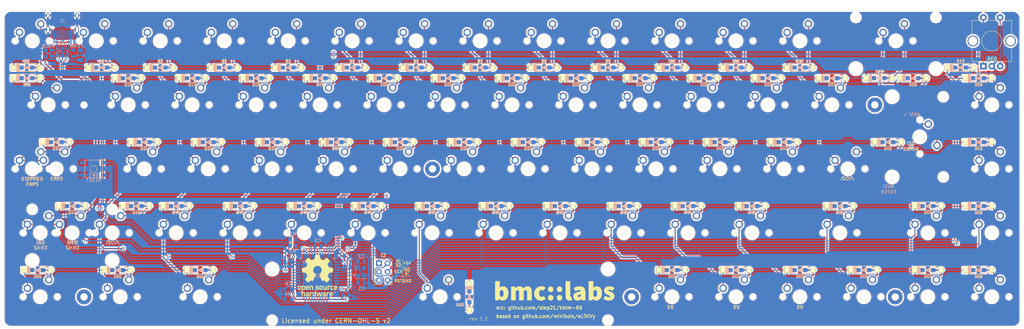
<source format=kicad_pcb>
(kicad_pcb (version 20221018) (generator pcbnew)
  (title_block (title "kbtm-65") (date "2023-11-19") (rev "1.2") (company "Full License: https://github.com/minibois/eLiXiVy/blob/master/LICENSE.txt") (comment 1 "of CERN_OHL-S v2 (https://ohwr.org/cern_ohl_s_v2.txt).") (comment 2 "You may redistribute and modify this source and make products using it under the terms") (comment 3 "This PCB file describes Open Hardware and is licensed under the CERN-OHL-S v2.") (comment 4 "Original Design: Copyright minibois 2021. ") (comment 5 "kbtm-65 Copyright BMC-Labs 2023."))
  (layers (0 "F.Cu" signal) (31 "B.Cu" signal) (34 "B.Paste" user) (35 "F.Paste" user) (36 "B.SilkS" user "B.Silkscreen") (37 "F.SilkS" user "F.Silkscreen") (38 "B.Mask" user) (39 "F.Mask" user) (44 "Edge.Cuts" user))
  (net 0 "")
  (net 1 "GND")
  (net 2 "Net-(C3-Pad1)")
  (net 3 "+5V")
  (net 4 "Net-(D1-Pad2)")
  (net 5 "ROW0")
  (net 6 "Net-(D2-Pad2)")
  (net 7 "Net-(D3-Pad2)")
  (net 8 "Net-(D4-Pad2)")
  (net 9 "Net-(D5-Pad2)")
  (net 10 "Net-(D6-Pad2)")
  (net 11 "Net-(D7-Pad2)")
  (net 12 "Net-(D8-Pad2)")
  (net 13 "Net-(D9-Pad2)")
  (net 14 "Net-(D10-Pad2)")
  (net 15 "Net-(D11-Pad2)")
  (net 16 "Net-(D12-Pad2)")
  (net 17 "Net-(D13-Pad2)")
  (net 18 "Net-(D15-Pad2)")
  (net 19 "Net-(D16-Pad2)")
  (net 20 "ROW1")
  (net 21 "Net-(D17-Pad2)")
  (net 22 "Net-(D18-Pad2)")
  (net 23 "Net-(D19-Pad2)")
  (net 24 "Net-(D20-Pad2)")
  (net 25 "Net-(D21-Pad2)")
  (net 26 "Net-(D22-Pad2)")
  (net 27 "Net-(D23-Pad2)")
  (net 28 "Net-(D24-Pad2)")
  (net 29 "Net-(D25-Pad2)")
  (net 30 "Net-(D26-Pad2)")
  (net 31 "Net-(D27-Pad2)")
  (net 32 "Net-(D28-Pad2)")
  (net 33 "Net-(D29-Pad2)")
  (net 34 "Net-(D30-Pad2)")
  (net 35 "Net-(D31-Pad2)")
  (net 36 "ROW2")
  (net 37 "Net-(D32-Pad2)")
  (net 38 "Net-(D33-Pad2)")
  (net 39 "Net-(D34-Pad2)")
  (net 40 "Net-(D35-Pad2)")
  (net 41 "Net-(D36-Pad2)")
  (net 42 "Net-(D37-Pad2)")
  (net 43 "Net-(D38-Pad2)")
  (net 44 "Net-(D39-Pad2)")
  (net 45 "Net-(D40-Pad2)")
  (net 46 "Net-(D41-Pad2)")
  (net 47 "Net-(D42-Pad2)")
  (net 48 "Net-(D43-Pad2)")
  (net 49 "Net-(D45-Pad2)")
  (net 50 "Net-(D46-Pad2)")
  (net 51 "ROW3")
  (net 52 "Net-(D47-Pad2)")
  (net 53 "Net-(D48-Pad2)")
  (net 54 "Net-(D49-Pad2)")
  (net 55 "Net-(D50-Pad2)")
  (net 56 "Net-(D51-Pad2)")
  (net 57 "Net-(D52-Pad2)")
  (net 58 "Net-(D53-Pad2)")
  (net 59 "Net-(D54-Pad2)")
  (net 60 "Net-(D55-Pad2)")
  (net 61 "Net-(D56-Pad2)")
  (net 62 "Net-(D57-Pad2)")
  (net 63 "Net-(D58-Pad2)")
  (net 64 "Net-(D59-Pad2)")
  (net 65 "Net-(D60-Pad2)")
  (net 66 "Net-(D61-Pad2)")
  (net 67 "ROW4")
  (net 68 "Net-(D62-Pad2)")
  (net 69 "Net-(D63-Pad2)")
  (net 70 "Net-(D64-Pad2)")
  (net 71 "Net-(D65-Pad2)")
  (net 72 "Net-(D66-Pad2)")
  (net 73 "Net-(D67-Pad2)")
  (net 74 "Net-(D68-Pad2)")
  (net 75 "VCC")
  (net 76 "RESET")
  (net 77 "MOSI")
  (net 78 "SCK")
  (net 79 "MISO")
  (net 80 "COL9")
  (net 81 "COL10")
  (net 82 "COL1")
  (net 83 "COL2")
  (net 84 "COL3")
  (net 85 "COL4")
  (net 86 "COL5")
  (net 87 "COL6")
  (net 88 "COL7")
  (net 89 "COL8")
  (net 90 "COL11")
  (net 91 "COL12")
  (net 92 "COL0")
  (net 93 "COL13")
  (net 94 "COL14")
  (net 95 "Net-(R4-Pad2)")
  (net 96 "Net-(U1-Pad42)")
  (net 97 "Net-(J1-Pad3)")
  (net 98 "Net-(J1-Pad10)")
  (net 99 "Net-(J1-Pad4)")
  (net 100 "Net-(J1-Pad9)")
  (net 101 "Net-(D44-Pad2)")
  (net 102 "USB_D-")
  (net 103 "USB_D+")
  (net 104 "MCU_D+")
  (net 105 "MCU_D-")
  (net 106 "Net-(D0-Pad2)")
  (net 107 "Net-(H1-Pad1)")
  (net 108 "Net-(H2-Pad1)")
  (net 109 "Net-(H3-Pad1)")
  (net 110 "Net-(H4-Pad1)")
  (net 111 "Net-(H5-Pad1)")
  (net 112 "XTAL1")
  (net 113 "XTAL2")
  (net 114 "ROW0_RE")
  (net 115 "D+")
  (net 116 "D-")
  (net 117 "RE+")
  (net 118 "RE-")
  (footprint "mini-general-tweaks:D_SOD123_axial-dual" (layer "F.Cu") (at 212.725 32.54375)
    (fp_text reference "D10")
    (fp_text value "1N4148W" hide)
  )
  (footprint "mini-MX-Tweaks:MXOnly-1U-NoLED_tweak" (layer "F.Cu") (at 198.4375 81.75625)
    (fp_text reference "MX_,1")
    (fp_text value "MX-NoLED")
  )
  (footprint "mini-MX-Tweaks:MXOnly-1U-NoLED_tweak" (layer "F.Cu") (at 217.4875 81.75625)
    (fp_text reference "MX_.1")
    (fp_text value "MX-NoLED")
  )
  (footprint "mini-MX-Tweaks:MXOnly-1U-NoLED_tweak" (layer "F.Cu") (at 41.275 24.60625)
    (fp_text reference "MX_1")
    (fp_text value "MX-NoLED")
  )
  (footprint "mini-MX-Tweaks:MXOnly-1U-NoLED_tweak" (layer "F.Cu") (at 60.325 24.60625)
    (fp_text reference "MX_2")
    (fp_text value "MX-NoLED")
  )
  (footprint "mini-MX-Tweaks:MXOnly-1U-NoLED_tweak" (layer "F.Cu") (at 79.375 24.60625)
    (fp_text reference "MX_3")
    (fp_text value "MX-NoLED")
  )
  (footprint "mini-MX-Tweaks:MXOnly-1U-NoLED_tweak" (layer "F.Cu") (at 98.425 24.60625)
    (fp_text reference "MX_4")
    (fp_text value "MX-NoLED")
  )
  (footprint "mini-MX-Tweaks:MXOnly-1U-NoLED_tweak" (layer "F.Cu") (at 117.475 24.60625)
    (fp_text reference "MX_5")
    (fp_text value "MX-NoLED")
  )
  (footprint "mini-MX-Tweaks:MXOnly-1U-NoLED_tweak" (layer "F.Cu") (at 136.525 24.60625)
    (fp_text reference "MX_6")
    (fp_text value "MX-NoLED")
  )
  (footprint "mini-MX-Tweaks:MXOnly-1U-NoLED_tweak" (layer "F.Cu") (at 155.575 24.60625)
    (fp_text reference "MX_7")
    (fp_text value "MX-NoLED")
  )
  (footprint "mini-MX-Tweaks:MXOnly-1U-NoLED_tweak" (layer "F.Cu") (at 174.625 24.60625)
    (fp_text reference "MX_8")
    (fp_text value "MX-NoLED")
  )
  (footprint "mini-MX-Tweaks:MXOnly-1U-NoLED_tweak" (layer "F.Cu") (at 193.675 24.60625)
    (fp_text reference "MX_9")
    (fp_text value "MX-NoLED")
  )
  (footprint "mini-MX-Tweaks:MXOnly-1U-NoLED_tweak" (layer "F.Cu") (at 212.725 24.60625)
    (fp_text reference "MX_0")
    (fp_text value "MX-NoLED")
  )
  (footprint "mini-MX-Tweaks:MXOnly-1U-NoLED_tweak" (layer "F.Cu") (at 231.775 24.60625)
    (fp_text reference "MX_DASH1")
    (fp_text value "MX-NoLED")
  )
  (footprint "mini-MX-Tweaks:MXOnly-1U-NoLED_tweak" (layer "F.Cu") (at 250.825 24.60625)
    (fp_text reference "MX_EQUALS1")
    (fp_text value "MX-NoLED")
  )
  (footprint "mini-MX-Tweaks:MXOnly-1U-NoLED_tweak" (layer "F.Cu") (at 246.0625 62.70625)
    (fp_text reference "MX_'1")
    (fp_text value "MX-NoLED")
  )
  (footprint "mini-MX-Tweaks:MXOnly-1U-NoLED_tweak" (layer "F.Cu") (at 236.5375 81.75625)
    (fp_text reference "MX_/1")
    (fp_text value "MX-NoLED")
  )
  (footprint "mini-MX-Tweaks:MXOnly-1.25U-NoLED_tweak" (layer "F.Cu") (at 72.23125 100.80625)
    (fp_text reference "MX_1.25U_L_ALT1")
    (fp_text value "MX-NoLED")
  )
  (footprint "mini-MX-Tweaks:MXOnly-1.25U-NoLED_tweak" (layer "F.Cu") (at 24.60625 100.80625)
    (fp_text reference "MX_1.25U_L_CTRL1")
    (fp_text value "MX-NoLED")
  )
  (footprint "mini-MX-Tweaks:MXOnly-1.25U-NoLED_tweak" (layer "F.Cu") (at 24.60625 81.75625)
    (fp_text reference "MX_1.25U_L_SHIFT1")
    (fp_text value "MX-NoLED")
  )
  (footprint "mini-MX-Tweaks:MXOnly-1.25U-NoLED_tweak" (layer "F.Cu") (at 48.41875 100.80625)
    (fp_text reference "MX_1.25U_L_WIN1")
    (fp_text value "MX-NoLED")
  )
  (footprint "mini-MX-Tweaks:MXOnly-1.5U-NoLED_tweak" (layer "F.Cu") (at 26.9875 43.65625)
    (fp_text reference "MX_1.5U_TAB1")
    (fp_text value "MX-NoLED")
  )
  (footprint "mini-MX-Tweaks:MXOnly-1.75U-NoLED_tweak" (layer "F.Cu") (at 262.73125 81.75625)
    (fp_text reference "MX_1.75U__RSHIFT1")
    (fp_text value "MX-NoLED")
  )
  (footprint "mini-MX-Tweaks:MXOnly-1.75U-NoLED_tweak" (layer "F.Cu") (at 29.36875 62.70625)
    (fp_text reference "MX_1.75U_CAPSLOCK1")
    (fp_text value "MX-NoLED")
  )
  (footprint "mini-MX-Tweaks:MXOnly-2U-NoLED_tweak" (layer "F.Cu") (at 279.4 24.60625)
    (fp_text reference "MX_2U_BACKSP1")
    (fp_text value "MX-NoLED")
  )
  (footprint "mini-MX-Tweaks:MXOnly-1U-NoLED_tweak" (layer "F.Cu") (at 227.0125 62.70625)
    (fp_text reference "MX_;1")
    (fp_text value "MX-NoLED")
  )
  (footprint "mini-MX-Tweaks:MXOnly-1U-NoLED_tweak" (layer "F.Cu") (at 241.3 43.65625)
    (fp_text reference "MX_[1")
    (fp_text value "MX-NoLED")
  )
  (footprint "mini-MX-Tweaks:MXOnly-1U-NoLED_tweak" (layer "F.Cu") (at 260.35 43.65625)
    (fp_text reference "MX_]1")
    (fp_text value "MX-NoLED")
  )
  (footprint "mini-MX-Tweaks:MXOnly-1U-NoLED_tweak" (layer "F.Cu") (at 55.5625 62.70625)
    (fp_text reference "MX_A1")
    (fp_text value "MX-NoLED")
  )
  (footprint "mini-MX-Tweaks:MXOnly-1U-NoLED_tweak" (layer "F.Cu") (at 288.925 100.80625)
    (fp_text reference "MX_ARR_D1")
    (fp_text value "MX-NoLED")
  )
  (footprint "mini-MX-Tweaks:MXOnly-1U-NoLED_tweak" (layer "F.Cu") (at 269.875 100.80625)
    (fp_text reference "MX_ARR_L1")
    (fp_text value "MX-NoLED")
  )
  (footprint "mini-MX-Tweaks:MXOnly-1U-NoLED_tweak" (layer "F.Cu") (at 307.975 100.80625)
    (fp_text reference "MX_ARR_R1")
    (fp_text value "MX-NoLED")
  )
  (footprint "mini-MX-Tweaks:MXOnly-1U-NoLED_tweak" (layer "F.Cu") (at 288.925 81.75625)
    (fp_text reference "MX_ARR_U1")
    (fp_text value "MX-NoLED")
  )
  (footprint "mini-MX-Tweaks:MXOnly-1U-NoLED_tweak" (layer "F.Cu") (at 141.2875 81.75625)
    (fp_text reference "MX_B1")
    (fp_text value "MX-NoLED")
  )
  (footprint "mini-MX-Tweaks:MXOnly-1U-NoLED_tweak" (layer "F.Cu") (at 103.1875 81.75625)
    (fp_text reference "MX_C1")
    (fp_text value "MX-NoLED")
  )
  (footprint "mini-MX-Tweaks:MXOnly-1U-NoLED_tweak" (layer "F.Cu") (at 93.6625 62.70625)
    (fp_text reference "MX_D1")
    (fp_text value "MX-NoLED")
  )
  (footprint "mini-MX-Tweaks:MXOnly-1U-NoLED_tweak" (layer "F.Cu") (at 307.975 43.65625)
    (fp_text reference "MX_DEL1")
    (fp_text value "MX-NoLED")
  )
  (footprint "mini-MX-Tweaks:MXOnly-1U-NoLED_tweak" (layer "F.Cu") (at 88.9 43.65625)
    (fp_text reference "MX_E1")
    (fp_text value "MX-NoLED")
  )
  (footprint "mini-MX-Tweaks:MXOnly-1U-NoLED_tweak" (layer "F.Cu") (at 22.225 24.60625)
    (fp_text reference "MX_ESC1")
    (fp_text value "MX-NoLED")
  )
  (footprint "mini-MX-Tweaks:MXOnly-1U-NoLED_tweak" (layer "F.Cu") (at 112.7125 62.70625)
    (fp_text reference "MX_F1")
    (fp_text value "MX-NoLED")
  )
  (footprint "mini-MX-Tweaks:MXOnly-1U-NoLED_tweak" (layer "F.Cu") (at 131.7625 62.70625)
    (fp_text reference "MX_G1")
    (fp_text value "MX-NoLED")
  )
  (footprint "mini-MX-Tweaks:MXOnly-1U-NoLED_tweak" (layer "F.Cu") (at 150.8125 62.70625)
    (fp_text reference "MX_H1")
    (fp_text value "MX-NoLED")
  )
  (footprint "mini-MX-Tweaks:MXOnly-1U-NoLED_tweak" (layer "F.Cu") (at 184.15 43.65625)
    (fp_text reference "MX_I1")
    (fp_text value "MX-NoLED")
  )
  (footprint "mini-MX-Tweaks:MXOnly-1U-NoLED_tweak" (layer "F.Cu") (at 307.975 62.70625)
    (fp_text reference "MX_INS1")
    (fp_text value "MX-NoLED")
  )
  (footprint "mini-MX-Tweaks:MXOnly-1U-NoLED_tweak" (layer "F.Cu") (at 265.1125 62.70625)
    (fp_text reference "MX_ISO_\\1")
    (fp_text value "MX-NoLED")
  )
  (footprint "mini-MX-Tweaks:MXOnly-ISO-ROTATED-ReversedStabilizers-NoLED_tweak" (layer "F.Cu") (at 286.54375 53.18125)
    (fp_text reference "MX_ISO_ENTER1")
    (fp_text value "MX-NoLED")
  )
  (footprint "mini-MX-Tweaks:MXOnly-1U-NoLED_tweak" (layer "F.Cu") (at 169.8625 62.70625)
    (fp_text reference "MX_J1")
    (fp_text value "MX-NoLED")
  )
  (footprint "mini-MX-Tweaks:MXOnly-1U-NoLED_tweak" (layer "F.Cu") (at 188.9125 62.70625)
    (fp_text reference "MX_K1")
    (fp_text value "MX-NoLED")
  )
  (footprint "mini-MX-Tweaks:MXOnly-1U-NoLED_tweak" (layer "F.Cu") (at 207.9625 62.70625)
    (fp_text reference "MX_L1")
    (fp_text value "MX-NoLED")
  )
  (footprint "mini-MX-Tweaks:MXOnly-1U-NoLED_tweak" (layer "F.Cu") (at 179.3875 81.75625)
    (fp_text reference "MX_M1")
    (fp_text value "MX-NoLED")
  )
  (footprint "mini-MX-Tweaks:MXOnly-1U-NoLED_tweak" (layer "F.Cu") (at 160.3375 81.75625)
    (fp_text reference "MX_N1")
    (fp_text value "MX-NoLED")
  )
  (footprint "mini-MX-Tweaks:MXOnly-1U-NoLED_tweak" (layer "F.Cu") (at 203.2 43.65625)
    (fp_text reference "MX_O1")
    (fp_text value "MX-NoLED")
  )
  (footprint "mini-MX-Tweaks:MXOnly-1U-NoLED_tweak" (layer "F.Cu") (at 222.25 43.65625)
    (fp_text reference "MX_P1")
    (fp_text value "MX-NoLED")
  )
  (footprint "mini-MX-Tweaks:MXOnly-1U-NoLED_tweak" (layer "F.Cu") (at 50.8 43.65625)
    (fp_text reference "MX_Q1")
    (fp_text value "MX-NoLED")
  )
  (footprint "mini-MX-Tweaks:MXOnly-1U-NoLED_tweak" (layer "F.Cu") (at 107.95 43.65625)
    (fp_text reference "MX_R1")
    (fp_text value "MX-NoLED")
  )
  (footprint "mini-MX-Tweaks:MXOnly-1U-NoLED_tweak" (layer "F.Cu") (at 74.6125 62.70625)
    (fp_text reference "MX_S1")
    (fp_text value "MX-NoLED")
  )
  (footprint "mini-MX-Tweaks:MXOnly-1U-NoLED_tweak" (layer "F.Cu") (at 22.225 62.70625)
    (fp_text reference "MX_STEP_CAPS1")
    (fp_text value "MX-NoLED")
  )
  (footprint "mini-MX-Tweaks:MXOnly-1U-NoLED_tweak" (layer "F.Cu") (at 127 43.65625)
    (fp_text reference "MX_T1")
    (fp_text value "MX-NoLED")
  )
  (footprint "mini-MX-Tweaks:MXOnly-1U-NoLED_tweak" (layer "F.Cu") (at 165.1 43.65625)
    (fp_text reference "MX_U1")
    (fp_text value "MX-NoLED")
  )
  (footprint "mini-MX-Tweaks:MXOnly-1U-NoLED_tweak" (layer "F.Cu") (at 122.2375 81.75625)
    (fp_text reference "MX_V1")
    (fp_text value "MX-NoLED")
  )
  (footprint "mini-MX-Tweaks:MXOnly-1U-NoLED_tweak" (layer "F.Cu") (at 69.85 43.65625)
    (fp_text reference "MX_W1")
    (fp_text value "MX-NoLED")
  )
  (footprint "mini-MX-Tweaks:MXOnly-1U-NoLED_tweak" (layer "F.Cu") (at 146.05 43.65625)
    (fp_text reference "MX_Y1")
    (fp_text value "MX-NoLED")
  )
  (footprint "mini-general-tweaks:MountingHole_2.2mm_M2_Pad_tweaked" (layer "F.Cu") (at 37.6428 43.70705)
    (fp_text reference "H0" hide)
    (fp_text value "Mounting Hole")
  )
  (footprint "mini-general-tweaks:MountingHole_2.2mm_M2_Pad_tweaked" (layer "F.Cu") (at 37.6428 100.84435)
    (fp_text reference "H1" hide)
    (fp_text value "Mounting Hole")
  )
  (footprint "mini-general-tweaks:MountingHole_2.2mm_M2_Pad_tweaked" (layer "F.Cu") (at 141.4018 62.70625)
    (fp_text reference "H2" hide)
    (fp_text value "Mounting Hole")
  )
  (footprint "mini-general-tweaks:MountingHole_2.2mm_M2_Pad_tweaked" (layer "F.Cu") (at 200.70445 100.85705)
    (fp_text reference "H3" hide)
    (fp_text value "Mounting Hole")
  )
  (footprint "mini-general-tweaks:MountingHole_2.2mm_M2_Pad_tweaked" (layer "F.Cu") (at 279.2095 100.85705)
    (fp_text reference "H5" hide)
    (fp_text value "Mounting Hole")
  )
  (footprint "mini-MX-Tweaks:MXOnly-1U-NoLED_tweak" (layer "F.Cu") (at 231.775 100.80625)
    (fp_text reference "MX_FN1")
    (fp_text value "MX-NoLED")
  )
  (footprint "mini-MX-Tweaks:MXOnly-1U-NoLED_tweak" (layer "F.Cu") (at 250.825 100.80625)
    (fp_text reference "MX_R_CTRL1")
    (fp_text value "MX-NoLED")
  )
  (footprint "mini-MX-Tweaks:MXOnly-1U-NoLED_tweak" (layer "F.Cu") (at 307.975 81.75625)
    (fp_text reference "MX_TEMP1")
    (fp_text value "MX-NoLED")
  )
  (footprint "mini-MX-Tweaks:MXOnly-1U-NoLED_tweak" (layer "F.Cu") (at 212.725 100.80625)
    (fp_text reference "MX_L_ALT1")
    (fp_text value "MX-NoLED")
  )
  (footprint "mini-general-tweaks:MountingHole_2.2mm_M2_Pad_tweaked" (layer "F.Cu") (at 273.1389 43.65625)
    (fp_text reference "H4" hide)
    (fp_text value "Mounting Hole")
  )
  (footprint "mini-MX-Tweaks:MXOnly-6.25U-ReversedStabilizers-NoLED_tweak" (layer "F.Cu") (at 143.66875 100.80625)
    (fp_text reference "MX_6.25U_SPACE1")
    (fp_text value "MX-NoLED")
  )
  (footprint "mini-Logos:eLiXiVy-rev1.1-SilkScreen" (layer "F.Cu") (at 172.94225 99.568)
    (fp_text reference "LO0" hide)
    (fp_text value "mini-eLiXiVy-SilkScreen" hide)
  )
  (footprint "mini-Logos:OSHW-Logo" (layer "F.Cu") (at 107.15117 94.4626)
    (fp_text reference "LO2" hide)
    (fp_text value "OSHW-Logo" hide)
  )
  (footprint "mini-general-tweaks:D_SOD123_axial-dual" (layer "F.Cu") (at 20.6375 32.54375)
    (fp_text reference "D0")
    (fp_text value "1N4148W" hide)
  )
  (footprint "mini-general-tweaks:D_SOD123_axial-dual" (layer "F.Cu") (at 42.8625 32.54375)
    (fp_text reference "D1")
    (fp_text value "1N4148W" hide)
  )
  (footprint "mini-general-tweaks:D_SOD123_axial-dual" (layer "F.Cu") (at 60.325 32.54375)
    (fp_text reference "D2")
    (fp_text value "1N4148W" hide)
  )
  (footprint "mini-general-tweaks:D_SOD123_axial-dual" (layer "F.Cu") (at 79.375 32.54375)
    (fp_text reference "D3")
    (fp_text value "1N4148W" hide)
  )
  (footprint "mini-general-tweaks:D_SOD123_axial-dual" (layer "F.Cu") (at 98.425 32.54375)
    (fp_text reference "D4")
    (fp_text value "1N4148W" hide)
  )
  (footprint "mini-general-tweaks:D_SOD123_axial-dual" (layer "F.Cu") (at 117.475 32.54375)
    (fp_text reference "D5")
    (fp_text value "1N4148W" hide)
  )
  (footprint "mini-general-tweaks:D_SOD123_axial-dual" (layer "F.Cu") (at 136.525 32.54375)
    (fp_text reference "D6")
    (fp_text value "1N4148W" hide)
  )
  (footprint "mini-general-tweaks:D_SOD123_axial-dual" (layer "F.Cu") (at 155.575 32.54375)
    (fp_text reference "D7")
    (fp_text value "1N4148W" hide)
  )
  (footprint "mini-general-tweaks:D_SOD123_axial-dual" (layer "F.Cu") (at 174.625 32.54375)
    (fp_text reference "D8")
    (fp_text value "1N4148W" hide)
  )
  (footprint "mini-general-tweaks:D_SOD123_axial-dual" (layer "F.Cu") (at 193.675 32.54375)
    (fp_text reference "D9")
    (fp_text value "1N4148W" hide)
  )
  (footprint "mini-general-tweaks:D_SOD123_axial-dual" (layer "F.Cu") (at 231.775 32.54375)
    (fp_text reference "D11")
    (fp_text value "1N4148W" hide)
  )
  (footprint "mini-general-tweaks:D_SOD123_axial-dual" (layer "F.Cu") (at 250.825 32.54375)
    (fp_text reference "D12")
    (fp_text value "1N4148W" hide)
  )
  (footprint "mini-general-tweaks:D_SOD123_axial-dual" (layer "F.Cu") (at 20.6375 35.71875)
    (fp_text reference "D15")
    (fp_text value "1N4148W" hide)
  )
  (footprint "mini-general-tweaks:D_SOD123_axial-dual" (layer "F.Cu") (at 50.8 35.71875)
    (fp_text reference "D16")
    (fp_text value "1N4148W" hide)
  )
  (footprint "mini-general-tweaks:D_SOD123_axial-dual" (layer "F.Cu") (at 69.85 35.71875)
    (fp_text reference "D17")
    (fp_text value "1N4148W" hide)
  )
  (footprint "mini-general-tweaks:D_SOD123_axial-dual" (layer "F.Cu") (at 88.9 35.71875)
    (fp_text reference "D18")
    (fp_text value "1N4148W" hide)
  )
  (footprint "mini-general-tweaks:D_SOD123_axial-dual" (layer "F.Cu") (at 107.95 35.71875)
    (fp_text reference "D19")
    (fp_text value "1N4148W" hide)
  )
  (footprint "mini-general-tweaks:D_SOD123_axial-dual" (layer "F.Cu") (at 127 35.71875)
    (fp_text reference "D20")
    (fp_text value "1N4148W" hide)
  )
  (footprint "mini-general-tweaks:D_SOD123_axial-dual" (layer "F.Cu") (at 146.05 35.71875)
    (fp_text reference "D21")
    (fp_text value "1N4148W" hide)
  )
  (footprint "mini-general-tweaks:D_SOD123_axial-dual" (layer "F.Cu") (at 165.1 35.71875)
    (fp_text reference "D22")
    (fp_text value "1N4148W" hide)
  )
  (footprint "mini-general-tweaks:D_SOD123_axial-dual" (layer "F.Cu") (at 184.15 35.71875)
    (fp_text reference "D23")
    (fp_text value "1N4148W" hide)
  )
  (footprint "mini-general-tweaks:D_SOD123_axial-dual" (layer "F.Cu") (at 203.2 35.71875)
    (fp_text reference "D24")
    (fp_text value "1N4148W" hide)
  )
  (footprint "mini-general-tweaks:D_SOD123_axial-dual" (layer "F.Cu") (at 222.25 35.71875)
    (fp_text reference "D25")
    (fp_text value "1N4148W" hide)
  )
  (footprint "mini-general-tweaks:D_SOD123_axial-dual" (layer "F.Cu") (at 241.3 35.71875)
    (fp_text reference "D26")
    (fp_text value "1N4148W" hide)
  )
  (footprint "mini-general-tweaks:D_SOD123_axial-dual" (layer "F.Cu") (at 260.35 35.71875)
    (fp_text reference "D27")
    (fp_text value "1N4148W" hide)
  )
  (footprint "mini-general-tweaks:D_SOD123_axial-dual" (layer "F.Cu") (at 284.48 35.71875)
    (fp_text reference "D28")
    (fp_text value "1N4148W" hide)
  )
  (footprint "mini-general-tweaks:D_SOD123_axial-dual" (layer "F.Cu") (at 304.00625 35.71875)
    (fp_text reference "D29")
    (fp_text value "1N4148W" hide)
  )
  (footprint "mini-general-tweaks:D_SOD123_axial-dual" (layer "F.Cu") (at 29.36875 54.76875)
    (fp_text reference "D30")
    (fp_text value "1N4148W" hide)
  )
  (footprint "mini-general-tweaks:D_SOD123_axial-dual" (layer "F.Cu") (at 55.5625 54.76875)
    (fp_text reference "D31")
    (fp_text value "1N4148W" hide)
  )
  (footprint "mini-general-tweaks:D_SOD123_axial-dual" (layer "F.Cu") (at 74.6125 54.76875)
    (fp_text reference "D32")
    (fp_text value "1N4148W" hide)
  )
  (footprint "mini-general-tweaks:D_SOD123_axial-dual" (layer "F.Cu") (at 93.6625 54.76875)
    (fp_text reference "D33")
    (fp_text value "1N4148W" hide)
  )
  (footprint "mini-general-tweaks:D_SOD123_axial-dual" (layer "F.Cu") (at 112.7125 54.76875)
    (fp_text reference "D34")
    (fp_text value "1N4148W" hide)
  )
  (footprint "mini-general-tweaks:D_SOD123_axial-dual" (layer "F.Cu") (at 131.7625 54.76875)
    (fp_text reference "D35")
    (fp_text value "1N4148W" hide)
  )
  (footprint "mini-general-tweaks:D_SOD123_axial-dual" (layer "F.Cu") (at 150.8125 54.76875)
    (fp_text reference "D36")
    (fp_text value "1N4148W" hide)
  )
  (footprint "mini-general-tweaks:D_SOD123_axial-dual" (layer "F.Cu") (at 169.8625 54.76875)
    (fp_text reference "D37")
    (fp_text value "1N4148W" hide)
  )
  (footprint "mini-general-tweaks:D_SOD123_axial-dual" (layer "F.Cu") (at 188.9125 54.76875)
    (fp_text reference "D38")
    (fp_text value "1N4148W" hide)
  )
  (footprint "mini-general-tweaks:D_SOD123_axial-dual" (layer "F.Cu") (at 207.9625 54.76875)
    (fp_text reference "D39")
    (fp_text value "1N4148W" hide)
  )
  (footprint "mini-general-tweaks:D_SOD123_axial-dual" (layer "F.Cu") (at 227.0125 54.76875)
    (fp_text reference "D40")
    (fp_text value "1N4148W" hide)
  )
  (footprint "mini-general-tweaks:D_SOD123_axial-dual" (layer "F.Cu") (at 246.0625 54.76875)
    (fp_text reference "D41")
    (fp_text value "1N4148W" hide)
  )
  (footprint "mini-general-tweaks:D_SOD123_axial-dual" (layer "F.Cu") (at 277.01875 54.76875)
    (fp_text reference "D42")
    (fp_text value "1N4148W" hide)
  )
  (footprint "mini-general-tweaks:D_SOD123_axial-dual" (layer "F.Cu") (at 304.00625 54.76875)
    (fp_text reference "D43")
    (fp_text value "1N4148W" hide)
  )
  (footprint "mini-general-tweaks:D_SOD123_axial-dual" (layer "F.Cu") (at 34.13125 73.81875)
    (fp_text reference "D44")
    (fp_text value "1N4148W" hide)
  )
  (footprint "mini-general-tweaks:D_SOD123_axial-dual" (layer "F.Cu") (at 53.18125 73.81875)
    (fp_text reference "D45")
    (fp_text value "1N4148W" hide)
  )
  (footprint "mini-general-tweaks:D_SOD123_axial-dual" (layer "F.Cu") (at 65.0875 73.81875)
    (fp_text reference "D46")
    (fp_text value "1N4148W" hide)
  )
  (footprint "mini-general-tweaks:D_SOD123_axial-dual" (layer "F.Cu") (at 84.1375 73.81875)
    (fp_text reference "D47")
    (fp_text value "1N4148W" hide)
  )
  (footprint "mini-general-tweaks:D_SOD123_axial-dual" (layer "F.Cu") (at 103.1875 73.81875)
    (fp_text reference "D48")
    (fp_text value "1N4148W" hide)
  )
  (footprint "mini-general-tweaks:D_SOD123_axial-dual" (layer "F.Cu") (at 122.2375 73.81875)
    (fp_text reference "D49")
    (fp_text value "1N4148W" hide)
  )
  (footprint "mini-general-tweaks:D_SOD123_axial-dual" (layer "F.Cu") (at 141.2875 73.81875)
    (fp_text reference "D50")
    (fp_text value "1N4148W" hide)
  )
  (footprint "mini-general-tweaks:D_SOD123_axial-dual" (layer "F.Cu") (at 160.3375 73.81875)
    (fp_text reference "D51")
    (fp_text value "1N4148W" hide)
  )
  (footprint "mini-general-tweaks:D_SOD123_axial-dual" (layer "F.Cu") (at 179.3875 73.81875)
    (fp_text reference "D52")
    (fp_text value "1N4148W" hide)
  )
  (footprint "mini-general-tweaks:D_SOD123_axial-dual" (layer "F.Cu") (at 198.4375 73.81875)
    (fp_text reference "D53")
    (fp_text value "1N4148W" hide)
  )
  (footprint "mini-general-tweaks:D_SOD123_axial-dual" (layer "F.Cu") (at 217.4875 73.81875)
    (fp_text reference "D54")
    (fp_text value "1N4148W" hide)
  )
  (footprint "mini-general-tweaks:D_SOD123_axial-dual" (layer "F.Cu") (at 236.5375 73.81875)
    (fp_text reference "D55")
    (fp_text value "1N4148W" hide)
  )
  (footprint "mini-general-tweaks:D_SOD123_axial-dual" (layer "F.Cu") (at 262.73125 73.81875)
    (fp_text reference "D56")
    (fp_text value "1N4148W" hide)
  )
  (footprint "mini-general-tweaks:D_SOD123_axial-dual" (layer "F.Cu") (at 288.925 73.81875)
    (fp_text reference "D57")
    (fp_text value "1N4148W" hide)
  )
  (footprint "mini-general-tweaks:D_SOD123_axial-dual" (layer "F.Cu") (at 304.00625 73.81875)
    (fp_text reference "D58")
    (fp_text value "1N4148W" hide)
  )
  (footprint "mini-general-tweaks:D_SOD123_axial-dual" (layer "F.Cu") (at 23.8125 92.86875)
    (fp_text reference "D59")
    (fp_text value "1N4148W" hide)
  )
  (footprint "mini-general-tweaks:D_SOD123_axial-dual" (layer "F.Cu") (at 47.625 92.86875)
    (fp_text reference "D60")
    (fp_text value "1N4148W" hide)
  )
  (footprint "mini-general-tweaks:D_SOD123_axial-dual" (layer "F.Cu") (at 72.23125 92.86875)
    (fp_text reference "D61")
    (fp_text value "1N4148W" hide)
  )
  (footprint "mini-general-tweaks:D_SOD123_axial-dual" (layer "F.Cu") (at 152.4 100.80625 -90)
    (fp_text reference "D62")
    (fp_text value "1N4148W" hide)
  )
  (footprint "mini-general-tweaks:D_SOD123_axial-dual" (layer "F.Cu") (at 212.725 92.86875)
    (fp_text reference "D63")
    (fp_text value "1N4148W" hide)
  )
  (footprint "mini-general-tweaks:D_SOD123_axial-dual" (layer "F.Cu") (at 231.775 92.86875)
    (fp_text reference "D64")
    (fp_text value "1N4148W" hide)
  )
  (footprint "mini-general-tweaks:D_SOD123_axial-dual" (layer "F.Cu") (at 250.825 92.86875)
    (fp_text reference "D65")
    (fp_text value "1N4148W" hide)
  )
  (footprint "mini-general-tweaks:D_SOD123_axial-dual" (layer "F.Cu") (at 269.875 92.86875)
    (fp_text reference "D66")
    (fp_text value "1N4148W" hide)
  )
  (footprint "mini-general-tweaks:D_SOD123_axial-dual" (layer "F.Cu") (at 288.925 92.86875)
    (fp_text reference "D67")
    (fp_text value "1N4148W" hide)
  )
  (footprint "mini-general-tweaks:D_SOD123_axial-dual" (layer "F.Cu") (at 304.00625 92.86875)
    (fp_text reference "D68")
    (fp_text value "1N4148W" hide)
  )
  (footprint "mini-general-tweaks:RotaryEncoder_Alps_EC11E-Switch-Vertical-EDIT" (layer "F.Cu") (at 305.45405 32.131 90)
    (fp_text reference "RE0")
    (fp_text value "Rotary_Encoder_Switch")
  )
  (footprint "mini-MX-Tweaks:MXOnly-1U-NoLED_tweak" (layer "F.Cu") (at 84.1375 81.75625)
    (fp_text reference "MX_X1")
    (fp_text value "MX-NoLED")
  )
  (footprint "mini-MX-Tweaks:MXOnly-1U-NoLED_tweak" (layer "F.Cu") (at 65.0875 81.75625)
    (fp_text reference "MX_Z1")
    (fp_text value "MX-NoLED")
  )
  (footprint "mini-MX-Tweaks:MXOnly-2.25U-NoLED_tweak" (layer "F.Cu") (at 34.13125 81.75625)
    (fp_text reference "MX_2.25U_LSHIFT1")
    (fp_text value "MX-NoLED")
  )
  (footprint "mini-MX-Tweaks:MXOnly-1U-NoLED_tweak" (layer "F.Cu") (at 46.0375 81.75625)
    (fp_text reference "MX_L_BSLASH1")
    (fp_text value "MX-NoLED")
  )
  (footprint "mini-general-tweaks:D_SOD123_axial-dual" (layer "F.Cu") (at 298.67225 32.54375)
    (fp_text reference "D14")
    (fp_text value "1N4148W" hide)
  )
  (footprint "mini-general-tweaks:D_SOD123_axial-dual" (layer "F.Cu") (at 274.447 35.687)
    (fp_text reference "D13")
    (fp_text value "1N4148W" hide)
  )
  (footprint "mini-general-tweaks:ICSP_2.54mm_LAYOUT" (layer "F.Cu") (at 125.476 90.805)
    (fp_text reference "J2")
    (fp_text value "AVR-ISP-6")
  )
  (footprint "bmc_labs:bmclabs_footprint" (layer "F.Cu") (at 177.8 99.06)
    (fp_text reference "G***" hide)
    (fp_text value "LOGO" hide)
  )
  (footprint "mini-general-tweaks:TQFP-44_10x10mm_P0.8mm_ATmega32U4" (layer "B.Cu") (at 107.15625 94.45625 -90)
    (fp_text reference "U1")
    (fp_text value "ATmega32U4-AU")
  )
  (footprint "Capacitor_SMD:C_0805_2012Metric" (layer "B.Cu") (at 120.17375 90.2335 180)
    (fp_text reference "C2")
    (fp_text value "22pF")
  )
  (footprint "Capacitor_SMD:C_0805_2012Metric" (layer "B.Cu") (at 98.425 90.424 180)
    (fp_text reference "C7")
    (fp_text value "10uF")
  )
  (footprint "Capacitor_SMD:C_0805_2012Metric" (layer "B.Cu") (at 115.951 92.0115)
    (fp_text reference "C4")
    (fp_text value "0.1uF")
  )
  (footprint "Resistor_SMD:R_0805_2012Metric" (layer "B.Cu") (at 98.425 101.5365)
    (fp_text reference "R4")
    (fp_text value "10k")
  )
  (footprint "Resistor_SMD:R_0805_2012Metric" (layer "B.Cu") (at 116.078 88.646 180)
    (fp_text reference "R1")
    (fp_text value "10k")
  )
  (footprint "Capacitor_SMD:C_0805_2012Metric" (layer "B.Cu") (at 120.17375 96.647)
    (fp_text reference "C1")
    (fp_text value "22pF")
  )
  (footprint "Capacitor_SMD:C_0805_2012Metric" (layer "B.Cu") (at 98.425 98.552 180)
    (fp_text reference "C6")
    (fp_text value "0.1uF")
  )
  (footprint "Capacitor_SMD:C_0805_2012Metric" (layer "B.Cu") (at 107.315 85.725 180)
    (fp_text reference "C3")
    (fp_text value "1uF")
  )
  (footprint "Capacitor_SMD:C_0805_2012Metric" (layer "B.Cu") (at 115.57 100.29825)
    (fp_text reference "C5")
    (fp_text value "0.1uF")
  )
  (footprint "Crystal:Crystal_SMD_3225-4Pin_3.2x2.5mm" (layer "B.Cu") (at 120.17375 93.405356 90)
    (fp_text reference "Y1")
    (fp_text value "Crystal_GND24_Small")
  )
  (footprint "random-keyboard-parts:SKQG-1155865" (layer "B.Cu") (at 40.48125 62.70625 180)
    (fp_text reference "SW1")
    (fp_text value "SW_Push")
  )
  (footprint "Resistor_SMD:R_0805_2012Metric" (layer "B.Cu") (at 34.417 28.28925 90)
    (fp_text reference "R6")
    (fp_text value "5.1k")
  )
  (footprint "Fuse:Fuse_1206_3216Metric" (layer "B.Cu") (at 36.5252 28.88869 90)
    (fp_text reference "F1")
    (fp_text value "500mA")
  )
  (footprint "mini-general-tweaks:HRO-TYPE-C-31-M-12-HandSoldering_tweaked" (layer "B.Cu") (at 31.242 14.42085)
    (fp_text reference "J1")
    (fp_text value "TYPE-C-31-M12_13_EDITED")
  )
  (footprint "Resistor_SMD:R_0805_2012Metric" (layer "B.Cu") (at 99.822 85.598 180)
    (fp_text reference "R3")
    (fp_text value "22")
  )
  (footprint "Resistor_SMD:R_0805_2012Metric" (layer "B.Cu") (at 99.822 83.66125 180)
    (fp_text reference "R2")
    (fp_text value "22")
  )
  (footprint "mini-general-tweaks:SOT-23-6_tweaked" (layer "B.Cu") (at 31.242 27.90825 -90)
    (fp_text reference "U2")
    (fp_text value "WE-TVS-82400102")
  )
  (footprint "Resistor_SMD:R_0805_2012Metric" (layer "B.Cu") (at 28.067 28.28925 90)
    (fp_text reference "R5")
    (fp_text value "5.1k")
  )
  (footprint "Capacitor_SMD:C_0805_2012Metric" (layer "B.Cu") (at 26.162 28.28925 90)
    (fp_text reference "C8")
    (fp_text value "0.1uF")
  )
  (gr_arc (start 15.9004 109.44225) (mid 14.553362 108.884288) (end 13.9954 107.53725) (stroke (width 0.05)) (layer "Edge.Cuts"))
  (gr_arc (start 316.2046 107.53725) (mid 315.646638 108.884288) (end 314.2996 109.44225) (stroke (width 0.05)) (layer "Edge.Cuts"))
  (gr_arc (start 314.2996 15.97025) (mid 315.646638 16.528212) (end 316.2046 17.87525) (stroke (width 0.05)) (layer "Edge.Cuts"))
  (gr_line (start 314.2996 15.97025) (end 15.9004 15.97025) (stroke (width 0.05)) (layer "Edge.Cuts"))
  (gr_line (start 15.9004 109.44225) (end 314.2996 109.44225) (stroke (width 0.05)) (layer "Edge.Cuts"))
  (gr_line (start 316.2046 107.53725) (end 316.2046 17.87525) (stroke (width 0.05)) (layer "Edge.Cuts"))
  (gr_arc (start 13.9954 17.87525) (mid 14.553362 16.528212) (end 15.9004 15.97025) (stroke (width 0.05)) (layer "Edge.Cuts"))
  (gr_line (start 13.9954 17.87525) (end 13.9954 107.53725) (stroke (width 0.05)) (layer "Edge.Cuts"))
  (gr_text "ISO\nSHIFT" (at 24.638 85.43925) (layer "B.SilkS") (effects (font (size 1 1)) (justify mirror)))
  (gr_text "ISO \\" (at 46.2 84.60625) (layer "B.SilkS") (effects (font (size 1 1)) (justify mirror)))
  (gr_text "STEPPED\nCAPS" (at 22.225 66.51625) (layer "B.SilkS") (effects (font (size 1 1)) (justify mirror)))
  (gr_text "CAPS" (at 29.4894 65.69329) (layer "B.SilkS") (effects (font (size 1 1)) (justify mirror)))
  (gr_text "ANSI\nENTER" (at 277.241 68.80225) (layer "B.SilkS") (effects (font (size 1 1)) (justify mirror)))
  (gr_text "ISO \\" (at 264.922 65.58125) (layer "B.SilkS") (effects (font (size 1 1)) (justify mirror)))
  (gr_text "ISO\nENTER" (at 283.94025 56.007) (layer "B.SilkS") (effects (font (size 1 1)) (justify mirror)))
  (gr_text "ANSI \\" (at 284.225 46.50625) (layer "B.SilkS") (effects (font (size 1 1)) (justify mirror)))
  (gr_text "1U" (at 212.217 103.85425) (layer "B.SilkS") (effects (font (size 1 1)) (justify mirror)))
  (gr_text "1U" (at 231.902 103.85425) (layer "B.SilkS") (effects (font (size 1 1)) (justify mirror)))
  (gr_text "1U" (at 250.825 103.85425) (layer "B.SilkS") (effects (font (size 1 1)) (justify mirror)))
  (gr_text "RESET" (at 40.5384 66.07429) (layer "B.SilkS") (effects (font (size 1 1)) (justify mirror)))
  (gr_text "ANSI\nSHIFT" (at 34.163 85.43925) (layer "B.SilkS") (effects (font (size 1 1)) (justify mirror)))
  (gr_text "ISO\nSHIFT" (at 24.76784 85.45579) (layer "F.SilkS") (effects (font (size 1 1))))
  (gr_text "STEPPED\nCAPS" (at 22.21484 66.51879) (layer "F.SilkS") (effects (font (size 1 1))))
  (gr_text "ANSI\nSHIFT" (at 34.29284 85.45579) (layer "F.SilkS") (effects (font (size 1 1))))
  (gr_text "1U" (at 250.87484 103.85329) (layer "F.SilkS") (effects (font (size 1 1))))
  (gr_text "1U" (at 212.26684 103.85329) (layer "F.SilkS") (effects (font (size 1 1))))
  (gr_text "ISO\nENTER" (at 283.89 56) (layer "F.SilkS") (effects (font (size 1 1))))
  (gr_text "ISO \\" (at 264.93 65.58) (layer "F.SilkS") (effects (font (size 1 1))))
  (gr_text "1U" (at 231.95184 103.85329) (layer "F.SilkS") (effects (font (size 1 1))))
  (gr_text "CAPS" (at 29.47924 65.69) (layer "F.SilkS") (effects (font (size 1 1))))
  (gr_text "ISO \\" (at 46.2 84.6) (layer "F.SilkS") (effects (font (size 1 1))))
  (gr_text "Licensed under CERN-OHL-S v2" (at 112.7125 107.95) (layer "F.SilkS") (effects (font (size 1.3 1.3) (thickness 0.2))))
  (segment (start 106.35625 85.74625) (end 106.3775 85.725) (width 0.381) (layer "B.Cu") (net 1))
  (segment (start 106.35625 88.75625) (end 106.35625 85.74625) (width 0.381) (layer "B.Cu") (net 1))
  (segment (start 109.684027 91.956375) (end 112.7125 88.9) (width 0.381) (layer "B.Cu") (net 1))
  (segment (start 103.95625 97.65625) (end 101.6 100.0125) (width 0.381) (layer "B.Cu") (net 1))
  (segment (start 105.687375 91.956375) (end 109.684027 91.956375) (width 0.381) (layer "B.Cu") (net 1))
  (segment (start 108.76875 97.65625) (end 110.328348 97.65625) (width 0.381) (layer "B.Cu") (net 1))
  (segment (start 103.95625 91.25625) (end 104.98725 91.25625) (width 0.381) (layer "B.Cu") (net 1))
  (segment (start 98.043737 97.995763) (end 97.4875 98.552) (width 0.381) (layer "B.Cu") (net 1))
  (segment (start 121.02375 94.202454) (end 121.02375 94.505356) (width 0.381) (layer "B.Cu") (net 1))
  (segment (start 119.32375 92.305356) (end 119.32375 92.502454) (width 0.381) (layer "B.Cu") (net 1))
  (segment (start 106.58725 92.85625) (end 105.687375 91.956375) (width 0.381) (layer "B.Cu") (net 1))
  (segment (start 121.02375 96.5595) (end 121.11125 96.647) (width 0.381) (layer "B.Cu") (net 1))
  (segment (start 101.45625 97.65625) (end 100.06373 97.65625) (width 0.381) (layer "B.Cu") (net 1))
  (segment (start 121.02375 94.505356) (end 121.02375 96.5595) (width 0.381) (layer "B.Cu") (net 1))
  (segment (start 105.687375 91.956375) (end 104.98725 91.25625) (width 0.381) (layer "B.Cu") (net 1))
  (segment (start 98.57801 97.46149) (end 98.043737 97.995763) (width 0.381) (layer "B.Cu") (net 1))
  (segment (start 119.32375 92.502454) (end 121.02375 94.202454) (width 0.381) (layer "B.Cu") (net 1))
  (segment (start 101.45625 91.25625) (end 103.95625 91.25625) (width 0.381) (layer "B.Cu") (net 1))
  (segment (start 99.86897 97.46149) (end 98.57801 97.46149) (width 0.381) (layer "B.Cu") (net 1))
  (segment (start 119.32375 90.321) (end 119.23625 90.2335) (width 0.381) (layer "B.Cu") (net 1))
  (segment (start 103.95625 91.25625) (end 100.0125 87.3125) (width 0.381) (layer "B.Cu") (net 1))
  (segment (start 119.32375 92.305356) (end 119.32375 90.321) (width 0.381) (layer "B.Cu") (net 1))
  (segment (start 100.06373 97.65625) (end 99.86897 97.46149) (width 0.381) (layer "B.Cu") (net 1))
  (segment (start 97.4875 98.552) (end 97.4875 101.5365) (width 0.381) (layer "B.Cu") (net 1))
  (segment (start 121.02375 94.405356) (end 121.02375 94.505356) (width 0.381) (layer "B.Cu") (net 1))
  (segment (start 106.35625 89.88725) (end 106.35625 88.75625) (width 0.381) (layer "B.Cu") (net 1))
  (segment (start 101.45625 91.25625) (end 100.12723 91.25625) (width 0.381) (layer "B.Cu") (net 1))
  (segment (start 100.12723 91.25625) (end 99.86897 91.51451) (width 0.381) (layer "B.Cu") (net 1))
  (segment (start 98.043737 90.980237) (end 97.4875 90.424) (width 0.381) (layer "B.Cu") (net 1))
  (segment (start 112.85625 92.85625) (end 106.58725 92.85625) (width 0.381) (layer "B.Cu") (net 1))
  (segment (start 101.45625 97.65625) (end 103.95625 97.65625) (width 0.381) (layer "B.Cu") (net 1))
  (segment (start 99.86897 91.51451) (end 98.57801 91.51451) (width 0.381) (layer "B.Cu") (net 1))
  (segment (start 98.57801 91.51451) (end 98.043737 90.980237) (width 0.381) (layer "B.Cu") (net 1))
  (segment (start 103.95625 97.65625) (end 108.76875 97.65625) (width 0.381) (layer "B.Cu") (net 1))
  (segment (start 106.58725 95.47475) (end 108.76875 97.65625) (width 0.381) (layer "B.Cu") (net 1))
  (segment (start 106.58725 92.85625) (end 106.58725 95.47475) (width 0.381) (layer "B.Cu") (net 1))
  (segment (start 104.98725 91.25625) (end 106.35625 89.88725) (width 0.381) (layer "B.Cu") (net 1))
  (segment (start 26.922 17.02085) (end 35.562 17.02085) (width 0.381) (layer "B.Cu") (net 1))
  (segment (start 34.467 22.61585) (end 34.467 21.41485) (width 0.381) (layer "B.Cu") (net 1))
  (segment (start 34.467 21.41485) (end 34.681 21.20085) (width 0.381) (layer "B.Cu") (net 1))
  (segment (start 34.681 21.20085) (end 35.562 21.20085) (width 0.381) (layer "B.Cu") (net 1))
  (segment (start 26.922 21.20085) (end 26.922 17.02085) (width 0.381) (layer "B.Cu") (net 1))
  (segment (start 35.562 21.20085) (end 35.562 17.02085) (width 0.381) (layer "B.Cu") (net 1))
  (segment (start 25.4 24.22525) (end 27.0094 22.61585) (width 0.381) (layer "B.Cu") (net 1))
  (segment (start 28.017 22.61585) (end 28.017 21.394792) (width 0.381) (layer "B.Cu") (net 1))
  (segment (start 31.242 26.80825) (end 31.242 27.578676) (width 0.381) (layer "B.Cu") (net 1))
  (segment (start 31.242 27.578676) (end 30.912426 27.90825) (width 0.381) (layer "B.Cu") (net 1))
  (segment (start 26.162 27.35175) (end 26.162 27.93925) (width 0.381) (layer "B.Cu") (net 1))
  (segment (start 29.464 28.92425) (end 29.1615 29.22675) (width 0.381) (layer "B.Cu") (net 1))
  (segment (start 29.834098 27.90825) (end 29.464 28.278348) (width 0.381) (layer "B.Cu") (net 1))
  (segment (start 116.5075 101.09825) (end 116.9775 101.56825) (width 0.381) (layer "B.Cu") (net 1))
  (segment (start 122.555 93.98) (end 122.555 96.266) (width 0.381) (layer "B.Cu") (net 1))
  (segment (start 34.467 22.61585) (end 35.2206 22.61585) (width 0.381) (layer "B.Cu") (net 1))
  (segment (start 121.11125 97.74325) (end 121.539 98.171) (width 0.381) (layer "B.Cu") (net 1))
  (segment (start 29.464 28.278348) (end 29.464 28.92425) (width 0.381) (layer "B.Cu") (net 1))
  (segment (start 28.067 28.63925) (end 27.717 28.28925) (width 0.381) (layer "B.Cu") (net 1))
  (segment (start 116.5075 99.49825) (end 116.183001 99.173751) (width 0.381) (layer "B.Cu") (net 1))
  (segment (start 27.717 28.28925) (end 26.512 28.28925) (width 0.381) (layer "B.Cu") (net 1))
  (segment (start 28.017 21.394792) (end 27.823058 21.20085) (width 0.381) (layer "B.Cu") (net 1))
  (segment (start 116.183001 99.173751) (end 111.845849 99.173751) (width 0.381) (layer "B.Cu") (net 1))
  (segment (start 26.162 27.93925) (end 26.512 28.28925) (width 0.381) (layer "B.Cu") (net 1))
  (segment (start 112.85625 92.85625) (end 114.26127 92.85625) (width 0.381) (layer "B.Cu") (net 1))
  (segment (start 127.635 98.171) (end 128.016 97.79) (width 0.381) (layer "B.Cu") (net 1))
  (segment (start 111.15625 98.484152) (end 111.845849 99.173751) (width 0.381) (layer "B.Cu") (net 1))
  (segment (start 27.823058 21.20085) (end 26.922 21.20085) (width 0.381) (layer "B.Cu") (net 1))
  (segment (start 114.50703 93.10201) (end 115.79799 93.10201) (width 0.381) (layer "B.Cu") (net 1))
  (segment (start 35.2206 22.61585) (end 35.56 22.95525) (width 0.381) (layer "B.Cu") (net 1))
  (segment (start 118.594213 88.63649) (end 116.8885 90.342203) (width 0.381) (layer "B.Cu") (net 1))
  (segment (start 122.00475 94.505356) (end 122.530106 93.98) (width 0.381) (layer "B.Cu") (net 1))
  (segment (start 28.067 29.22675) (end 28.067 28.63925) (width 0.381) (layer "B.Cu") (net 1))
  (segment (start 35.217 29.22675) (end 35.5195 28.92425) (width 0.381) (layer "B.Cu") (net 1))
  (segment (start 35.5195 28.92425) (end 37.719 28.92425) (width 0.381) (layer "B.Cu") (net 1))
  (segment (start 115.79799 93.10201) (end 116.332263 92.567737) (width 0.381) (layer "B.Cu") (net 1))
  (segment (start 118.37351 90.50874) (end 118.37351 92.583) (width 0.381) (layer "B.Cu") (net 1))
  (segment (start 117.729 100.29825) (end 118.999 101.56825) (width 0.381) (layer "B.Cu") (net 1))
  (segment (start 34.417 29.22675) (end 35.217 29.22675) (width 0.381) (layer "B.Cu") (net 1))
  (segment (start 116.5075 100.29825) (end 116.5075 101.09825) (width 0.381) (layer "B.Cu") (net 1))
  (segment (start 122.555 89.408) (end 121.78349 88.63649) (width 0.381) (layer "B.Cu") (net 1))
  (segment (start 121.539 98.171) (end 127.635 98.171) (width 0.381) (layer "B.Cu") (net 1))
  (segment (start 121.11125 96.647) (end 122.174 96.647) (width 0.381) (layer "B.Cu") (net 1))
  (segment (start 128.016 97.409) (end 128.016 95.885) (width 0.381) (layer "B.Cu") (net 1))
  (segment (start 34.671 24.42585) (end 34.671 25.49525) (width 0.381) (layer "B.Cu") (net 1))
  (segment (start 117.095 100.29825) (end 117.729 100.29825) (width 0.381) (layer "B.Cu") (net 1))
  (segment (start 118.64875 90.2335) (end 118.37351 90.50874) (width 0.381) (layer "B.Cu") (net 1))
  (segment (start 128.016 97.79) (end 128.016 97.409) (width 0.381) (layer "B.Cu") (net 1))
  (segment (start 30.912426 27.90825) (end 29.834098 27.90825) (width 0.381) (layer "B.Cu") (net 1))
  (segment (start 121.11125 96.647) (end 121.11125 97.74325) (width 0.381) (layer "B.Cu") (net 1))
  (segment (start 122.555 96.266) (end 122.174 96.647) (width 0.381) (layer "B.Cu") (net 1))
  (segment (start 116.5075 100.29825) (end 117.095 100.29825) (width 0.381) (layer "B.Cu") (net 1))
  (segment (start 116.332263 92.567737) (end 116.8885 92.0115) (width 0.381) (layer "B.Cu") (net 1))
  (segment (start 34.467 24.22185) (end 34.671 24.42585) (width 0.381) (layer "B.Cu") (net 1))
  (segment (start 114.26127 92.85625) (end 114.50703 93.10201) (width 0.381) (layer "B.Cu") (net 1))
  (segment (start 34.467 22.61585) (end 34.467 24.22185) (width 0.381) (layer "B.Cu") (net 1))
  (segment (start 119.23625 90.2335) (end 118.64875 90.2335) (width 0.381) (layer "B.Cu") (net 1))
  (segment (start 110.328348 97.65625) (end 111.15625 98.484152) (width 0.381) (layer "B.Cu") (net 1))
  (segment (start 116.9775 101.56825) (end 117.983 101.56825) (width 0.381) (layer "B.Cu") (net 1))
  (segment (start 122.555 93.98) (end 122.555 89.408) (width 0.381) (layer "B.Cu") (net 1))
  (segment (start 116.8885 90.342203) (end 116.8885 92.0115) (width 0.381) (layer "B.Cu") (net 1))
  (segment (start 116.5075 100.29825) (end 116.5075 99.49825) (width 0.381) (layer "B.Cu") (net 1))
  (segment (start 122.530106 93.98) (end 122.555 93.98) (width 0.381) (layer "B.Cu") (net 1))
  (segment (start 121.02375 94.505356) (end 122.00475 94.505356) (width 0.381) (layer "B.Cu") (net 1))
  (segment (start 29.1615 29.22675) (end 28.067 29.22675) (width 0.381) (layer "B.Cu") (net 1))
  (segment (start 121.78349 88.63649) (end 118.594213 88.63649) (width 0.381) (layer "B.Cu") (net 1))
  (segment (start 111.15625 98.484152) (end 111.15625 100.15625) (width 0.381) (layer "B.Cu") (net 1))
  (segment (start 27.0094 22.61585) (end 28.017 22.61585) (width 0.381) (layer "B.Cu") (net 1))
  (segment (start 107.15625 86.82125) (end 108.2525 85.725) (width 0.254) (layer "B.Cu") (net 2))
  (segment (start 107.15625 88.75625) (end 107.15625 86.82125) (width 0.254) (layer "B.Cu") (net 2))
  (segment (start 107.95 87.3125) (end 103.98125 87.3125) (width 0.381) (layer "F.Cu") (net 3))
  (segment (start 100.80625 87.3125) (end 103.98125 87.3125) (width 0.381) (layer "F.Cu") (net 3))
  (segment (start 100.0125 88.10625) (end 100.80625 87.3125) (width 0.381) (layer "F.Cu") (net 3))
  (segment (start 100.0125 100.0125) (end 100.0125 88.9) (width 0.381) (layer "F.Cu") (net 3))
  (segment (start 100.0125 88.9) (end 100.0125 88.10625) (width 0.381) (layer "F.Cu") (net 3))
  (segment (start 41.148 41.656) (end 35.941 36.449) (width 0.381) (layer "F.Cu") (net 3))
  (segment (start 37.30625 83.34375) (end 37.30625 80.16875) (width 0.381) (layer "F.Cu") (net 3))
  (segment (start 39.6875 72.23125) (end 41.148 70.77075) (width 0.381) (layer "F.Cu") (net 3))
  (segment (start 115.57 101.56825) (end 115.53825 101.6) (width 0.381) (layer "F.Cu") (net 3))
  (segment (start 115.281 89.5) (end 115.281 89.881) (width 0.381) (layer "F.Cu") (net 3))
  (segment (start 37.30625 80.16875) (end 39.6875 77.7875) (width 0.381) (layer "F.Cu") (net 3))
  (segment (start 113.0935 87.3125) (end 115.281 89.5) (width 0.381) (layer "F.Cu") (net 3))
  (segment (start 31.242 36.449) (end 26.162 31.369) (width 0.381) (layer "F.Cu") (net 3))
  (segment (start 39.6875 77.7875) (end 39.6875 72.23125) (width 0.381) (layer "F.Cu") (net 3))
  (segment (start 115.53825 101.6) (end 100.80625 101.6) (width 0.381) (layer "F.Cu") (net 3))
  (segment (start 38.103151 84.140651) (end 37.30625 83.34375) (width 0.381) (layer "F.Cu") (net 3))
  (segment (start 107.95 87.3125) (end 113.0935 87.3125) (width 0.381) (layer "F.Cu") (net 3))
  (segment (start 35.941 36.449) (end 31.242 36.449) (width 0.381) (layer "F.Cu") (net 3))
  (segment (start 100.80625 101.6) (end 100.0125 100.80625) (width 0.381) (layer "F.Cu") (net 3))
  (segment (start 41.148 70.77075) (end 41.148 41.656) (width 0.381) (layer "F.Cu") (net 3))
  (segment (start 100.0125 100.80625) (end 100.0125 100.0125) (width 0.381) (layer "F.Cu") (net 3))
  (segment (start 115.281 89.881) (end 115.281 90.462443) (width 0.381) (layer "F.Cu") (net 3))
  (via (at 107.95 87.3125) (size 0.8) (drill 0.4) (layers "F.Cu" "B.Cu") (net 3))
  (via (at 100.0125 100.0125) (size 0.8) (drill 0.4) (layers "F.Cu" "B.Cu") (net 3))
  (via (at 103.98125 87.3125) (size 0.8) (drill 0.4) (layers "F.Cu" "B.Cu") (net 3))
  (via (at 100.0125 88.9) (size 0.8) (drill 0.4) (layers "F.Cu" "B.Cu") (net 3))
  (via (at 38.1 84.140651) (size 0.8) (drill 0.4) (layers "F.Cu" "B.Cu") (net 3))
  (via (at 115.281 90.462443) (size 0.8) (drill 0.4) (layers "F.Cu" "B.Cu") (net 3))
  (via (at 115.57 101.56825) (size 0.8) (drill 0.4) (layers "F.Cu" "B.Cu") (net 3))
  (via (at 26.162 31.369) (size 0.8) (drill 0.4) (layers "F.Cu" "B.Cu") (net 3))
  (segment (start 99.3625 89.55) (end 100.0125 88.9) (width 0.381) (layer "B.Cu") (net 3))
  (segment (start 99.3625 90.424) (end 99.3625 89.55) (width 0.381) (layer "B.Cu") (net 3))
  (segment (start 99.39475 90.45625) (end 99.3625 90.424) (width 0.381) (layer "B.Cu") (net 3))
  (segment (start 99.45825 98.45625) (end 99.3625 98.552) (width 0.381) (layer "B.Cu") (net 3))
  (segment (start 99.3625 99.3625) (end 100.0125 100.0125) (width 0.381) (layer "B.Cu") (net 3))
  (segment (start 99.3625 98.552) (end 99.3625 99.3625) (width 0.381) (layer "B.Cu") (net 3))
  (segment (start 101.45625 98.45625) (end 99.45825 98.45625) (width 0.381) (layer "B.Cu") (net 3))
  (segment (start 107.95625 88.75625) (end 107.95625 87.31875) (width 0.381) (layer "B.Cu") (net 3))
  (segment (start 101.45625 90.45625) (end 99.39475 90.45625) (width 0.381) (layer "B.Cu") (net 3))
  (segment (start 107.95625 87.31875) (end 107.95 87.3125) (width 0.381) (layer "B.Cu") (net 3))
  (segment (start 99.39375 90.45625) (end 99.3625 90.4875) (width 0.381) (layer "B.Cu") (net 3))
  (segment (start 103.95625 88.75625) (end 103.95625 87.3375) (width 0.381) (layer "B.Cu") (net 3))
  (segment (start 103.95625 87.3375) (end 103.98125 87.3125) (width 0.381) (layer "B.Cu") (net 3))
  (segment (start 114.13075 101.6) (end 110.669 101.6) (width 0.381) (layer "B.Cu") (net 3))
  (segment (start 115.0135 92.0115) (end 115.281 91.744) (width 0.381) (layer "B.Cu") (net 3))
  (segment (start 38.1 84.140651) (end 39.6875 84.1375) (width 0.381) (layer "B.Cu") (net 3))
  (segment (start 126.716501 95.289559) (end 126.071441 94.644499) (width 0.381) (layer "B.Cu") (net 3))
  (segment (start 29.913308 30.95625) (end 30.538692 30.95625) (width 0.381) (layer "B.Cu") (net 3))
  (segment (start 126.716501 96.480441) (end 126.716501 95.289559) (width 0.381) (layer "B.Cu") (net 3))
  (segment (start 31.734098 27.90825) (end 32.639 27.90825) (width 0.381) (layer "B.Cu") (net 3))
  (segment (start 117.60602 88.05548) (end 122.024152 88.05548) (width 0.381) (layer "B.Cu") (net 3))
  (segment (start 114.6325 101.09825) (end 114.13075 101.6) (width 0.381) (layer "B.Cu") (net 3))
  (segment (start 124.880559 92.104499) (end 126.716501 92.104499) (width 0.381) (layer "B.Cu") (net 3))
  (segment (start 114.6325 100.29825) (end 114.6325 101.09825) (width 0.381) (layer "B.Cu") (net 3))
  (segment (start 98.425 90.074) (end 98.775 90.424) (width 0.381) (layer "B.Cu") (net 3))
  (segment (start 31.242 30.252942) (end 31.242 29.00825) (width 0.381) (layer "B.Cu") (net 3))
  (segment (start 54.32425 86.868) (end 96.393 86.868) (width 0.381) (layer "B.Cu") (net 3))
  (segment (start 29.061818 30.10476) (end 29.913308 30.95625) (width 0.381) (layer "B.Cu") (net 3))
  (segment (start 124.235499 92.749559) (end 124.880559 92.104499) (width 0.381) (layer "B.Cu") (net 3))
  (segment (start 115.316 100.29825) (end 114.6325 100.29825) (width 0.381) (layer "B.Cu") (net 3))
  (segment (start 26.162 29.22675) (end 27.04001 30.10476) (width 0.381) (layer "B.Cu") (net 3))
  (segment (start 96.393 86.868) (end 98.425 88.9) (width 0.381) (layer "B.Cu") (net 3))
  (segment (start 112.85625 92.05625) (end 114.96875 92.05625) (width 0.381) (layer "B.Cu") (net 3))
  (segment (start 26.162 29.22675) (end 26.162 31.369) (width 0.381) (layer "B.Cu") (net 3))
  (segment (start 38.1 84.140651) (end 51.596901 84.140651) (width 0.381) (layer "B.Cu") (net 3))
  (segment (start 39.6875 84.1375) (end 41.275 84.1375) (width 0.381) (layer "B.Cu") (net 3))
  (segment (start 31.242 29.00825) (end 31.242 28.400348) (width 0.381) (layer "B.Cu") (net 3))
  (segment (start 33.147 29.68625) (end 33.74944 30.28869) (width 0.381) (layer "B.Cu") (net 3))
  (segment (start 110.669 101.6) (end 110.35625 101.28725) (width 0.381) (layer "B.Cu") (net 3))
  (segment (start 110.35625 101.28725) (end 110.35625 100.15625) (width 0.381) (layer "B.Cu") (net 3))
  (segment (start 32.639 27.90825) (end 33.147 28.41625) (width 0.381) (layer "B.Cu") (net 3))
  (segment (start 116.01049 91.60201) (end 116.01049 89.65101) (width 0.381) (layer "B.Cu") (net 3))
  (segment (start 116.01049 89.65101) (end 117.0155 88.646) (width 0.381) (layer "B.Cu") (net 3))
  (segment (start 31.242 28.400348) (end 31.734098 27.90825) (width 0.381) (layer "B.Cu") (net 3))
  (segment (start 98.425 88.9) (end 98.425 90.074) (width 0.381) (layer "B.Cu") (net 3))
  (segment (start 124.235499 93.940441) (end 124.235499 92.749559) (width 0.381) (layer "B.Cu") (net 3))
  (segment (start 51.596901 84.140651) (end 54.32425 86.868) (width 0.381) (layer "B.Cu") (net 3))
  (segment (start 115.57 100.55225) (end 115.316 100.29825) (width 0.381) (layer "B.Cu") (net 3))
  (segment (start 116.01049 91.60201) (end 115.601 92.0115) (width 0.381) (layer "B.Cu") (net 3))
  (segment (start 115.601 92.0115) (end 115.0135 92.0115) (width 0.381) (layer "B.Cu") (net 3))
  (segment (start 115.281 91.744) (end 115.281 90.462443) (width 0.381) (layer "B.Cu") (net 3))
  (segment (start 30.538692 30.95625) (end 31.242 30.252942) (width 0.381) (layer "B.Cu") (net 3))
  (segment (start 27.04001 30.10476) (end 29.061818 30.10476) (width 0.381) (layer "B.Cu") (net 3))
  (segment (start 123.200479 95.543429) (end 124.782551 97.125501) (width 0.381) (layer "B.Cu") (net 3))
  (segment (start 117.0155 88.646) (end 117.60602 88.05548) (width 0.381) (layer "B.Cu") (net 3))
  (segment (start 122.024152 88.05548) (end 123.200479 89.231807) (width 0.381) (layer "B.Cu") (net 3))
  (segment (start 33.74944 30.28869) (end 36.5252 30.28869) (width 0.381) (layer "B.Cu") (net 3))
  (segment (start 114.96875 92.05625) (end 115.0135 92.0115) (width 0.381) (layer "B.Cu") (net 3))
  (segment (start 33.147 28.41625) (end 33.147 29.68625) (width 0.381) (layer "B.Cu") (net 3))
  (segment (start 126.071441 94.644499) (end 124.939557 94.644499) (width 0.381) (layer "B.Cu") (net 3))
  (segment (start 123.200479 89.231807) (end 123.200479 95.543429) (width 0.381) (layer "B.Cu") (net 3))
  (segment (start 124.782551 97.125501) (end 126.071441 97.125501) (width 0.381) (layer "B.Cu") (net 3))
  (segment (start 124.939557 94.644499) (end 124.235499 93.940441) (width 0.381) (layer "B.Cu") (net 3))
  (segment (start 98.775 90.424) (end 99.3625 90.424) (width 0.381) (layer "B.Cu") (net 3))
  (segment (start 115.57 101.56825) (end 115.57 100.55225) (width 0.381) (layer "B.Cu") (net 3))
  (segment (start 126.071441 97.125501) (end 126.716501 96.480441) (width 0.381) (layer "B.Cu") (net 3))
  (segment (start 126.716501 92.104499) (end 128.016 90.805) (width 0.381) (layer "B.Cu") (net 3))
  (segment (start 43.815 19.52625) (end 43.815 29.59625) (width 0.254) (layer "F.Cu") (net 4))
  (segment (start 43.815 29.59625) (end 46.7625 32.54375) (width 0.254) (layer "F.Cu") (net 4))
  (segment (start 294.77225 32.54375) (end 294.77225 34.42225) (width 0.254) (layer "F.Cu") (net 5))
  (segment (start 296.8625 84.1375) (end 296.8625 36.5125) (width 0.254) (layer "F.Cu") (net 5))
  (segment (start 294.77225 34.42225) (end 296.8625 36.5125) (width 0.254) (layer "F.Cu") (net 5))
  (via (at 296.8625 84.1375) (size 0.8) (drill 0.4) (layers "F.Cu" "B.Cu") (net 5))
  (segment (start 270.547 34.633) (end 271.04875 34.13125) (width 0.254) (layer "B.Cu") (net 5))
  (segment (start 76.0085 30.95625) (end 83.34375 30.95625) (width 0.254) (layer "B.Cu") (net 5))
  (segment (start 232.56875 85.725) (end 257.96875 85.725) (width 0.254) (layer "B.Cu") (net 5))
  (segment (start 208.825 32.54375) (end 208.825 31.48975) (width 0.254) (layer "B.Cu") (net 5))
  (segment (start 237.33125 32.54375) (end 246.925 32.54375) (width 0.254) (layer "B.Cu") (net 5))
  (segment (start 75.475 32.54375) (end 75.475 31.48975) (width 0.254) (layer "B.Cu") (net 5))
  (segment (start 227.875 31.48975) (end 228.4085 30.95625) (width 0.254) (layer "B.Cu") (net 5))
  (segment (start 218.28125 32.54375) (end 227.875 32.54375) (width 0.254) (layer "B.Cu") (net 5))
  (segment (start 292.89375 35.71875) (end 294.77225 33.84025) (width 0.254) (layer "B.Cu") (net 5))
  (segment (start 143.66875 89.69375) (end 155.575 89.69375) (width 0.254) (layer "B.Cu") (net 5))
  (segment (start 46.83125 30.95625) (end 48.41875 32.54375) (width 0.254) (layer "B.Cu") (net 5))
  (segment (start 140.49375 30.95625) (end 142.08125 32.54375) (width 0.254) (layer "B.Cu") (net 5))
  (segment (start 175.41875 88.10625) (end 192.0875 88.10625) (width 0.254) (layer "B.Cu") (net 5))
  (segment (start 94.525 31.48975) (end 95.0585 30.95625) (width 0.254) (layer "B.Cu") (net 5))
  (segment (start 247.4585 30.95625) (end 254.805462 30.95625) (width 0.254) (layer "B.Cu") (net 5))
  (segment (start 106.35625 100.15625) (end 106.3625 101.6) (width 0.254) (layer "B.Cu") (net 5))
  (segment (start 197.64375 30.95625) (end 199.23125 32.54375) (width 0.254) (layer "B.Cu") (net 5))
  (segment (start 257.96875 85.725) (end 258.7625 84.93125) (width 0.254) (layer "B.Cu") (net 5))
  (segment (start 132.625 31.48975) (end 133.1585 30.95625) (width 0.254) (layer "B.Cu") (net 5))
  (segment (start 271.04875 34.13125) (end 288.925 34.13125) (width 0.254) (layer "B.Cu") (net 5))
  (segment (start 127.79375 105.56875) (end 143.66875 89.69375) (width 0.254) (layer "B.Cu") (net 5))
  (segment (start 26.205462 32.54375) (end 38.9625 32.54375) (width 0.254) (layer "B.Cu") (net 5))
  (segment (start 83.34375 30.95625) (end 84.93125 32.54375) (width 0.254) (layer "B.Cu") (net 5))
  (segment (start 56.9585 30.95625) (end 64.29375 30.95625) (width 0.254) (layer "B.Cu") (net 5))
  (segment (start 258.7625 84.93125) (end 284.1625 84.93125) (width 0.254) (layer "B.Cu") (net 5))
  (segment (start 75.475 31.48975) (end 76.0085 30.95625) (width 0.254) (layer "B.Cu") (net 5))
  (segment (start 170.725 32.54375) (end 170.725 31.48975) (width 0.254) (layer "B.Cu") (net 5))
  (segment (start 161.13125 32.54375) (end 170.725 32.54375) (width 0.254) (layer "B.Cu") (net 5))
  (segment (start 213.51875 86.51875) (end 231.775 86.51875) (width 0.254) (layer "B.Cu") (net 5))
  (segment (start 64.29375 30.95625) (end 65.88125 32.54375) (width 0.254) (layer "B.Cu") (net 5))
  (segment (start 121.44375 30.95625) (end 123.03125 32.54375) (width 0.254) (layer "B.Cu") (net 5))
  (segment (start 294.77225 33.84025) (end 294.77225 32.54375) (width 0.254) (layer "B.Cu") (net 5))
  (segment (start 48.41875 32.54375) (end 56.425 32.54375) (width 0.254) (layer "B.Cu") (net 5))
  (segment (start 103.98125 32.54375) (end 113.575 32.54375) (width 0.254) (layer "B.Cu") (net 5))
  (segment (start 284.1625 84.93125) (end 284.95625 84.1375) (width 0.254) (layer "B.Cu") (net 5))
  (segment (start 228.4085 30.95625) (end 235.74375 30.95625) (width 0.254) (layer "B.Cu") (net 5))
  (segment (start 227.875 32.54375) (end 227.875 31.48975) (width 0.254) (layer "B.Cu") (net 5))
  (segment (start 151.675 31.48975) (end 152.2085 30.95625) (width 0.254) (layer "B.Cu") (net 5))
  (segment (start 192.88125 87.3125) (end 212.725 87.3125) (width 0.254) (layer "B.Cu") (net 5))
  (segment (start 155.575 89.69375) (end 156.36875 88.9) (width 0.254) (layer "B.Cu") (net 5))
  (segment (start 170.725 31.48975) (end 171.2585 30.95625) (width 0.254) (layer "B.Cu") (net 5))
  (segment (start 39.496 30.95625) (end 46.83125 30.95625) (width 0.254) (layer "B.Cu") (net 5))
  (segment (start 142.08125 32.54375) (end 151.675 32.54375) (width 0.254) (layer "B.Cu") (net 5))
  (segment (start 178.59375 30.95625) (end 180.18125 32.54375) (width 0.254) (layer "B.Cu") (net 5))
  (segment (start 123.03125 32.54375) (end 132.625 32.54375) (width 0.254) (layer "B.Cu") (net 5))
  (segment (start 192.0875 88.10625) (end 192.88125 87.3125) (width 0.254) (layer "B.Cu") (net 5))
  (segment (start 132.625 32.54375) (end 132.625 31.48975) (width 0.254) (layer "B.Cu") (net 5))
  (segment (start 288.925 34.13125) (end 290.5125 35.71875) (width 0.254) (layer "B.Cu") (net 5))
  (segment (start 159.54375 30.95625) (end 161.13125 32.54375) (width 0.254) (layer "B.Cu") (net 5))
  (segment (start 180.18125 32.54375) (end 189.775 32.54375) (width 0.254) (layer "B.Cu") (net 5))
  (segment (start 114.1085 30.95625) (end 121.44375 30.95625) (width 0.254) (layer "B.Cu") (net 5))
  (segment (start 264.330462 34.13125) (end 257.96875 34.13125) (width 0.254) (layer "B.Cu") (net 5))
  (segment (start 151.675 32.54375) (end 151.675 31.48975) (width 0.254) (layer "B.Cu") (net 5))
  (segment (start 208.825 31.48975) (end 209.3585 30.95625) (width 0.254) (layer "B.Cu") (net 5))
  (segment (start 246.925 31.48975) (end 247.4585 30.95625) (width 0.254) (layer "B.Cu") (net 5))
  (segment (start 171.2585 30.95625) (end 178.59375 30.95625) (width 0.254) (layer "B.Cu") (net 5))
  (segment (start 270.547 35.687) (end 270.547 34.633) (width 0.254) (layer "B.Cu") (net 5))
  (segment (start 95.0585 30.95625) (end 102.39375 30.95625) (width 0.254) (layer "B.Cu") (net 5))
  (segment (start 56.425 32.54375) (end 56.425 31.48975) (width 0.254) (layer "B.Cu") (net 5))
  (segment (start 189.775 31.48975) (end 190.3085 30.95625) (width 0.254) (layer "B.Cu") (net 5))
  (segment (start 284.95625 84.1375) (end 296.8625 84.1375) (width 0.254) (layer "B.Cu") (net 5))
  (segment (start 133.1585 30.95625) (end 140.49375 30.95625) (width 0.254) (layer "B.Cu") (net 5))
  (segment (start 174.625 88.9) (end 175.41875 88.10625) (width 0.254) (layer "B.Cu") (net 5))
  (segment (start 199.23125 32.54375) (end 208.825 32.54375) (width 0.254) (layer "B.Cu") (net 5))
  (segment (start 246.925 32.54375) (end 246.925 31.48975) (width 0.254) (layer "B.Cu") (net 5))
  (segment (start 38.9625 31.48975) (end 39.496 30.95625) (width 0.254) (layer "B.Cu") (net 5))
  (segment (start 190.3085 30.95625) (end 197.64375 30.95625) (width 0.254) (layer "B.Cu") (net 5))
  (segment (start 235.74375 30.95625) (end 237.33125 32.54375) (width 0.254) (layer "B.Cu") (net 5))
  (segment (start 16.7375 32.54375) (end 16.7375 31.48975) (width 0.254) (layer "B.Cu") (net 5))
  (segment (start 209.3585 30.95625) (end 216.69375 30.95625) (width 0.254) (layer "B.Cu") (net 5))
  (segment (start 94.525 32.54375) (end 94.525 31.48975) (width 0.254) (layer "B.Cu") (net 5))
  (segment (start 38.9625 32.54375) (end 38.9625 31.48975) (width 0.254) (layer "B.Cu") (net 5))
  (segment (start 231.775 86.51875) (end 232.56875 85.725) (width 0.254) (layer "B.Cu") (net 5))
  (segment (start 189.775 32.54375) (end 189.775 31.48975) (width 0.254) (layer "B.Cu") (net 5))
  (segment (start 17.271 30.95625) (end 24.617962 30.95625) (width 0.254) (layer "B.Cu") (net 5))
  (segment (start 113.575 32.54375) (end 113.575 31.48975) (width 0.254) (layer "B.Cu") (net 5))
  (segment (start 156.36875 88.9) (end 174.625 88.9) (width 0.254) (layer "B.Cu") (net 5))
  (segment (start 269.912 35.687) (end 265.886212 35.687) (width 0.254) (layer "B.Cu") (net 5))
  (segment (start 84.93125 32.54375) (end 94.525 32.54375) (width 0.254) (layer "B.Cu") (net 5))
  (segment (start 24.617962 30.95625) (end 26.205462 32.54375) (width 0.254) (layer "B.Cu") (net 5))
  (segment (start 152.2085 30.95625) (end 159.54375 30.95625) (width 0.254) (layer "B.Cu") (net 5))
  (segment (start 113.575 31.48975) (end 114.1085 30.95625) (width 0.254) (layer "B.Cu") (net 5))
  (segment (start 56.425 31.48975) (end 56.9585 30.95625) (width 0.254) (layer "B.Cu") (net 5))
  (segment (start 290.5125 35.71875) (end 292.89375 35.71875) (width 0.254) (layer "B.Cu") (net 5))
  (segment (start 212.725 87.3125) (end 213.51875 86.51875) (width 0.254) (layer "B.Cu") (net 5))
  (segment (start 216.69375 30.95625) (end 218.28125 32.54375) (width 0.254) (layer "B.Cu") (net 5))
  (segment (start 265.886212 35.687) (end 264.330462 34.13125) (width 0.254) (layer "B.Cu") (net 5))
  (segment (start 106.3625 101.6) (end 110.33125 105.56875) (width 0.254) (layer "B.Cu") (net 5))
  (segment (start 110.33125 105.56875) (end 127.79375 105.56875) (width 0.254) (layer "B.Cu") (net 5))
  (segment (start 254.805462 30.95625) (end 257.96875 34.119538) (width 0.254) (layer "B.Cu") (net 5))
  (segment (start 16.7375 31.48975) (end 17.271 30.95625) (width 0.254) (layer "B.Cu") (net 5))
  (segment (start 65.88125 32.54375) (end 75.475 32.54375) (width 0.254) (layer "B.Cu") (net 5))
  (segment (start 257.96875 34.119538) (end 257.96875 34.13125) (width 0.254) (layer "B.Cu") (net 5))
  (segment (start 102.39375 30.95625) (end 103.98125 32.54375) (width 0.254) (layer "B.Cu") (net 5))
  (segment (start 62.865 19.52625) (end 62.865 31.18375) (width 0.254) (layer "F.Cu") (net 6))
  (segment (start 62.865 31.18375) (end 64.225 32.54375) (width 0.254) (layer "F.Cu") (net 6))
  (segment (start 81.915 19.52625) (end 81.915 31.18375) (width 0.254) (layer "F.Cu") (net 7))
  (segment (start 81.915 31.18375) (end 83.275 32.54375) (width 0.254) (layer "F.Cu") (net 7))
  (segment (start 100.965 19.52625) (end 100.965 31.18375) (width 0.254) (layer "F.Cu") (net 8))
  (segment (start 100.965 31.18375) (end 102.325 32.54375) (width 0.254) (layer "F.Cu") (net 8))
  (segment (start 120.015 31.18375) (end 121.375 32.54375) (width 0.254) (layer "F.Cu") (net 9))
  (segment (start 120.015 19.52625) (end 120.015 31.18375) (width 0.254) (layer "F.Cu") (net 9))
  (segment (start 139.065 31.18375) (end 139.625001 31.743751) (width 0.254) (layer "F.Cu") (net 10))
  (segment (start 139.625001 31.743751) (end 140.425 32.54375) (width 0.254) (layer "F.Cu") (net 10))
  (segment (start 139.065 19.52625) (end 139.065 31.18375) (width 0.254) (layer "F.Cu") (net 10))
  (segment (start 158.115 19.52625) (end 158.115 31.18375) (width 0.254) (layer "F.Cu") (net 11))
  (segment (start 158.115 31.18375) (end 159.475 32.54375) (width 0.254) (layer "F.Cu") (net 11))
  (segment (start 177.165 19.52625) (end 177.165 31.18375) (width 0.254) (layer "F.Cu") (net 12))
  (segment (start 177.165 31.18375) (end 178.525 32.54375) (width 0.254) (layer "F.Cu") (net 12))
  (segment (start 196.215 19.52625) (end 196.215 31.18375) (width 0.254) (layer "F.Cu") (net 13))
  (segment (start 196.215 31.18375) (end 197.575 32.54375) (width 0.254) (layer "F.Cu") (net 13))
  (segment (start 215.265 31.18375) (end 216.625 32.54375) (width 0.254) (layer "F.Cu") (net 14))
  (segment (start 215.265 19.52625) (end 215.265 31.18375) (width 0.254) (layer "F.Cu") (net 14))
  (segment (start 234.315 19.52625) (end 234.315 31.18375) (width 0.254) (layer "F.Cu") (net 15))
  (segment (start 234.315 31.18375) (end 235.675 32.54375) (width 0.254) (layer "F.Cu") (net 15))
  (segment (start 253.365 31.18375) (end 253.365 19.52625) (width 0.254) (layer "F.Cu") (net 16))
  (segment (start 254.725 32.54375) (end 253.365 31.18375) (width 0.254) (layer "F.Cu") (net 16))
  (segment (start 278.347 35.687) (end 281.94 32.094) (width 0.254) (layer "F.Cu") (net 17))
  (segment (start 281.94 32.094) (end 281.94 19.52625) (width 0.254) (layer "F.Cu") (net 17))
  (segment (start 27.395 38.57625) (end 24.5375 35.71875) (width 0.254) (layer "F.Cu") (net 18))
  (segment (start 29.5275 38.57625) (end 27.395 38.57625) (width 0.254) (layer "F.Cu") (net 18))
  (segment (start 53.34 38.57625) (end 54.7 37.21625) (width 0.254) (layer "F.Cu") (net 19))
  (segment (start 54.7 37.21625) (end 54.7 35.71875) (width 0.254) (layer "F.Cu") (net 19))
  (segment (start 297.65625 84.93125) (end 297.65625 36.5125) (width 0.254) (layer "F.Cu") (net 20))
  (segment (start 298.45 35.71875) (end 300.10625 35.71875) (width 0.254) (layer "F.Cu") (net 20))
  (segment (start 297.65625 36.5125) (end 298.45 35.71875) (width 0.254) (layer "F.Cu") (net 20))
  (via (at 297.65625 84.93125) (size 0.8) (drill 0.4) (layers "F.Cu" "B.Cu") (net 20))
  (segment (start 132.55625 35.71875) (end 142.15 35.71875) (width 0.254) (layer "B.Cu") (net 20))
  (segment (start 188.300751 37.124249) (end 189.70625 35.71875) (width 0.254) (layer "B.Cu") (net 20))
  (segment (start 232.56875 86.51875) (end 231.775 87.3125) (width 0.254) (layer "B.Cu") (net 20))
  (segment (start 208.75625 35.71875) (end 218.35 35.71875) (width 0.254) (layer "B.Cu") (net 20))
  (segment (start 85 35.71875) (end 85 36.77275) (width 0.254) (layer "B.Cu") (net 20))
  (segment (start 24.788251 37.124249) (end 26.19375 35.71875) (width 0.254) (layer "B.Cu") (net 20))
  (segment (start 292.282001 37.124249) (end 280.931499 37.124249) (width 0.254) (layer "B.Cu") (net 20))
  (segment (start 104.05 36.77275) (end 104.401499 37.124249) (width 0.254) (layer "B.Cu") (net 20))
  (segment (start 218.701499 37.124249) (end 226.400751 37.124249) (width 0.254) (layer "B.Cu") (net 20))
  (segment (start 218.35 36.77275) (end 218.701499 37.124249) (width 0.254) (layer "B.Cu") (net 20))
  (segment (start 26.19375 35.71875) (end 46.9 35.71875) (width 0.254) (layer "B.Cu") (net 20))
  (segment (start 292.282001 37.124249) (end 293.6875 35.71875) (width 0.254) (layer "B.Cu") (net 20))
  (segment (start 16.7375 35.71875) (end 16.7375 36.77275) (width 0.254) (layer "B.Cu") (net 20))
  (segment (start 161.551499 37.124249) (end 169.250751 37.124249) (width 0.254) (layer "B.Cu") (net 20))
  (segment (start 65.95 35.71875) (end 65.95 36.77275) (width 0.254) (layer "B.Cu") (net 20))
  (segment (start 142.15 36.77275) (end 142.501499 37.124249) (width 0.254) (layer "B.Cu") (net 20))
  (segment (start 17.088999 37.124249) (end 24.788251 37.124249) (width 0.254) (layer "B.Cu") (net 20))
  (segment (start 54.950751 37.124249) (end 56.35625 35.71875) (width 0.254) (layer "B.Cu") (net 20))
  (segment (start 155.575 90.4875) (end 143.66875 90.4875) (width 0.254) (layer "B.Cu") (net 20))
  (segment (start 93.050751 37.124249) (end 94.45625 35.71875) (width 0.254) (layer "B.Cu") (net 20))
  (segment (start 280.931499 37.124249) (end 280.58 36.77275) (width 0.254) (layer "B.Cu") (net 20))
  (segment (start 207.350751 37.124249) (end 208.75625 35.71875) (width 0.254) (layer "B.Cu") (net 20))
  (segment (start 280.19375 35.71875) (end 278.788251 37.124249) (width 0.254) (layer "B.Cu") (net 20))
  (segment (start 74.000751 37.124249) (end 75.40625 35.71875) (width 0.254) (layer "B.Cu") (net 20))
  (segment (start 218.35 35.71875) (end 218.35 36.77275) (width 0.254) (layer "B.Cu") (net 20))
  (segment (start 231.775 87.3125) (end 213.51875 87.3125) (width 0.254) (layer "B.Cu") (net 20))
  (segment (start 170.65625 35.71875) (end 180.25 35.71875) (width 0.254) (layer "B.Cu") (net 20))
  (segment (start 227.80625 35.71875) (end 237.4 35.71875) (width 0.254) (layer "B.Cu") (net 20))
  (segment (start 237.751499 37.124249) (end 245.450751 37.124249) (width 0.254) (layer "B.Cu") (net 20))
  (segment (start 16.7375 36.77275) (end 17.088999 37.124249) (width 0.254) (layer "B.Cu") (net 20))
  (segment (start 85 36.77275) (end 85.351499 37.124249) (width 0.254) (layer "B.Cu") (net 20))
  (segment (start 47.251499 37.124249) (end 54.950751 37.124249) (width 0.254) (layer "B.Cu") (net 20))
  (segment (start 212.725 88.10625) (end 192.88125 88.10625) (width 0.254) (layer "B.Cu") (net 20))
  (segment (start 280.58 35.71875) (end 280.19375 35.71875) (width 0.254) (layer "B.Cu") (net 20))
  (segment (start 237.4 35.71875) (end 237.4 36.77275) (width 0.254) (layer "B.Cu") (net 20))
  (segment (start 297.65625 84.93125) (end 284.95625 84.93125) (width 0.254) (layer "B.Cu") (net 20))
  (segment (start 46.9 36.77275) (end 47.251499 37.124249) (width 0.254) (layer "B.Cu") (net 20))
  (segment (start 192.0875 88.9) (end 175.41875 88.9) (width 0.254) (layer "B.Cu") (net 20))
  (segment (start 180.25 35.71875) (end 180.25 36.77275) (width 0.254) (layer "B.Cu") (net 20))
  (segment (start 110.33125 106.3625) (end 105.56875 101.6) (width 0.254) (layer "B.Cu") (net 20))
  (segment (start 199.3 35.71875) (end 199.3 36.77275) (width 0.254) (layer "B.Cu") (net 20))
  (segment (start 161.2 36.77275) (end 161.551499 37.124249) (width 0.254) (layer "B.Cu") (net 20))
  (segment (start 237.4 36.77275) (end 237.751499 37.124249) (width 0.254) (layer "B.Cu") (net 20))
  (segment (start 278.788251 37.124249) (end 256.801499 37.124249) (width 0.254) (layer "B.Cu") (net 20))
  (segment (start 143.66875 90.4875) (end 127.79375 106.3625) (width 0.254) (layer "B.Cu") (net 20))
  (segment (start 284.1625 85.725) (end 258.7625 85.725) (width 0.254) (layer "B.Cu") (net 20))
  (segment (start 245.450751 37.124249) (end 246.85625 35.71875) (width 0.254) (layer "B.Cu") (net 20))
  (segment (start 174.625 89.69375) (end 156.36875 89.69375) (width 0.254) (layer "B.Cu") (net 20))
  (segment (start 46.9 35.71875) (end 46.9 36.77275) (width 0.254) (layer "B.Cu") (net 20))
  (segment (start 85.351499 37.124249) (end 93.050751 37.124249) (width 0.254) (layer "B.Cu") (net 20))
  (segment (start 127.79375 106.3625) (end 110.33125 106.3625) (width 0.254) (layer "B.Cu") (net 20))
  (segment (start 123.1 35.71875) (end 123.1 36.77275) (width 0.254) (layer "B.Cu") (net 20))
  (segment (start 161.2 35.71875) (end 161.2 36.77275) (width 0.254) (layer "B.Cu") (net 20))
  (segment (start 112.100751 37.124249) (end 113.50625 35.71875) (width 0.254) (layer "B.Cu") (net 20))
  (segment (start 94.45625 35.71875) (end 104.05 35.71875) (width 0.254) (layer "B.Cu") (net 20))
  (segment (start 258.7625 85.725) (end 257.96875 86.51875) (width 0.254) (layer "B.Cu") (net 20))
  (segment (start 169.250751 37.124249) (end 170.65625 35.71875) (width 0.254) (layer "B.Cu") (net 20))
  (segment (start 142.501499 37.124249) (end 150.200751 37.124249) (width 0.254) (layer "B.Cu") (net 20))
  (segment (start 104.401499 37.124249) (end 112.100751 37.124249) (width 0.254) (layer "B.Cu") (net 20))
  (segment (start 142.15 35.71875) (end 142.15 36.77275) (width 0.254) (layer "B.Cu") (net 20))
  (segment (start 65.95 36.77275) (end 66.301499 37.124249) (width 0.254) (layer "B.Cu") (net 20))
  (segment (start 151.60625 35.71875) (end 161.2 35.71875) (width 0.254) (layer "B.Cu") (net 20))
  (segment (start 284.95625 84.93125) (end 284.1625 85.725) (width 0.254) (layer "B.Cu") (net 20))
  (segment (start 180.25 36.77275) (end 180.601499 37.124249) (width 0.254) (layer "B.Cu") (net 20))
  (segment (start 104.05 35.71875) (end 104.05 36.77275) (width 0.254) (layer "B.Cu") (net 20))
  (segment (start 257.96875 86.51875) (end 232.56875 86.51875) (width 0.254) (layer "B.Cu") (net 20))
  (segment (start 123.451499 37.124249) (end 131.150751 37.124249) (width 0.254) (layer "B.Cu") (net 20))
  (segment (start 66.301499 37.124249) (end 74.000751 37.124249) (width 0.254) (layer "B.Cu") (net 20))
  (segment (start 192.88125 88.10625) (end 192.0875 88.9) (width 0.254) (layer "B.Cu") (net 20))
  (segment (start 280.58 36.77275) (end 280.58 35.71875) (width 0.254) (layer "B.Cu") (net 20))
  (segment (start 131.150751 37.124249) (end 132.55625 35.71875) (width 0.254) (layer "B.Cu") (net 20))
  (segment (start 256.45 36.77275) (end 256.45 35.71875) (width 0.254) (layer "B.Cu") (net 20))
  (segment (start 256.801499 37.124249) (end 256.45 36.77275) (width 0.254) (layer "B.Cu") (net 20))
  (segment (start 246.85625 35.71875) (end 256.45 35.71875) (width 0.254) (layer "B.Cu") (net 20))
  (segment (start 199.651499 37.124249) (end 207.350751 37.124249) (width 0.254) (layer "B.Cu") (net 20))
  (segment (start 75.40625 35.71875) (end 85 35.71875) (width 0.254) (layer "B.Cu") (net 20))
  (segment (start 150.200751 37.124249) (end 151.60625 35.71875) (width 0.254) (layer "B.Cu") (net 20))
  (segment (start 123.1 36.77275) (end 123.451499 37.124249) (width 0.254) (layer "B.Cu") (net 20))
  (segment (start 226.400751 37.124249) (end 227.80625 35.71875) (width 0.254) (layer "B.Cu") (net 20))
  (segment (start 213.51875 87.3125) (end 212.725 88.10625) (width 0.254) (layer "B.Cu") (net 20))
  (segment (start 105.56875 101.6) (end 105.55625 100.15625) (width 0.254) (layer "B.Cu") (net 20))
  (segment (start 189.70625 35.71875) (end 199.3 35.71875) (width 0.254) (layer "B.Cu") (net 20))
  (segment (start 175.41875 88.9) (end 174.625 89.69375) (width 0.254) (layer "B.Cu") (net 20))
  (segment (start 199.3 36.77275) (end 199.651499 37.124249) (width 0.254) (layer "B.Cu") (net 20))
  (segment (start 156.36875 89.69375) (end 155.575 90.4875) (width 0.254) (layer "B.Cu") (net 20))
  (segment (start 293.6875 35.71875) (end 300.10625 35.71875) (width 0.254) (layer "B.Cu") (net 20))
  (segment (start 56.35625 35.71875) (end 65.95 35.71875) (width 0.254) (layer "B.Cu") (net 20))
  (segment (start 113.50625 35.71875) (end 123.1 35.71875) (width 0.254) (layer "B.Cu") (net 20))
  (segment (start 180.601499 37.124249) (end 188.300751 37.124249) (width 0.254) (layer "B.Cu") (net 20))
  (segment (start 73.75 37.21625) (end 73.75 35.71875) (width 0.254) (layer "F.Cu") (net 21))
  (segment (start 72.39 38.57625) (end 73.75 37.21625) (width 0.254) (layer "F.Cu") (net 21))
  (segment (start 91.44 38.57625) (end 92.8 37.21625) (width 0.254) (layer "F.Cu") (net 22))
  (segment (start 92.8 37.21625) (end 92.8 35.71875) (width 0.254) (layer "F.Cu") (net 22))
  (segment (start 111.85 37.21625) (end 111.85 35.71875) (width 0.254) (layer "F.Cu") (net 23))
  (segment (start 110.49 38.57625) (end 111.85 37.21625) (width 0.254) (layer "F.Cu") (net 23))
  (segment (start 129.54 38.57625) (end 130.9 37.21625) (width 0.254) (layer "F.Cu") (net 24))
  (segment (start 130.9 37.21625) (end 130.9 35.71875) (width 0.254) (layer "F.Cu") (net 24))
  (segment (start 149.95 35.71875) (end 149.95 37.21625) (width 0.254) (layer "F.Cu") (net 25))
  (segment (start 149.95 37.21625) (end 148.59 38.57625) (width 0.254) (layer "F.Cu") (net 25))
  (segment (start 169 37.21625) (end 169 35.71875) (width 0.254) (layer "F.Cu") (net 26))
  (segment (start 167.64 38.57625) (end 169 37.21625) (width 0.254) (layer "F.Cu") (net 26))
  (segment (start 188.05 37.21625) (end 188.05 35.71875) (width 0.254) (layer "F.Cu") (net 27))
  (segment (start 186.69 38.57625) (end 188.05 37.21625) (width 0.254) (layer "F.Cu") (net 27))
  (segment (start 205.74 38.57625) (end 207.1 37.21625) (width 0.254) (layer "F.Cu") (net 28))
  (segment (start 207.1 37.21625) (end 207.1 35.71875) (width 0.254) (layer "F.Cu") (net 28))
  (segment (start 224.79 38.57625) (end 226.15 37.21625) (width 0.254) (layer "F.Cu") (net 29))
  (segment (start 226.15 37.21625) (end 226.15 35.71875) (width 0.254) (layer "F.Cu") (net 29))
  (segment (start 243.84 38.57625) (end 245.2 37.21625) (width 0.254) (layer "F.Cu") (net 30))
  (segment (start 245.2 37.21625) (end 245.2 35.71875) (width 0.254) (layer "F.Cu") (net 30))
  (segment (start 262.89 38.57625) (end 264.25 37.21625) (width 0.254) (layer "F.Cu") (net 31))
  (segment (start 264.25 37.21625) (end 264.25 35.71875) (width 0.254) (layer "F.Cu") (net 31))
  (segment (start 288.38 35.71875) (end 288.38 36.89875) (width 0.254) (layer "F.Cu") (net 32))
  (segment (start 288.38 36.89875) (end 286.7025 38.57625) (width 0.254) (layer "F.Cu") (net 32))
  (segment (start 290.83 38.57625) (end 291.62375 39.37) (width 0.254) (layer "F.Cu") (net 32))
  (segment (start 291.62375 41.5925) (end 291.62375 55.72125) (width 0.254) (layer "F.Cu") (net 32))
  (segment (start 291.62375 39.37) (end 291.62375 41.5925) (width 0.254) (layer "F.Cu") (net 32))
  (segment (start 286.7025 38.57625) (end 290.83 38.57625) (width 0.254) (layer "F.Cu") (net 32))
  (segment (start 310.515 38.57625) (end 307.90625 35.9675) (width 0.254) (layer "F.Cu") (net 33))
  (segment (start 307.90625 35.9675) (end 307.90625 35.71875) (width 0.254) (layer "F.Cu") (net 33))
  (segment (start 33.26875 56.26625) (end 33.26875 54.76875) (width 0.254) (layer "F.Cu") (net 34))
  (segment (start 31.90875 57.62625) (end 33.26875 56.26625) (width 0.254) (layer "F.Cu") (net 34))
  (segment (start 24.765 57.62625) (end 31.90875 57.62625) (width 0.254) (layer "F.Cu") (net 34))
  (segment (start 59.4625 56.26625) (end 59.4625 54.76875) (width 0.254) (layer "F.Cu") (net 35))
  (segment (start 58.1025 57.62625) (end 59.4625 56.26625) (width 0.254) (layer "F.Cu") (net 35))
  (segment (start 112.268 86.51875) (end 113.03 85.725) (width 0.254) (layer "F.Cu") (net 36))
  (segment (start 113.05424 72.11176) (end 113.054241 71.880967) (width 0.254) (layer "F.Cu") (net 36))
  (segment (start 113.03 72.136) (end 113.05424 72.11176) (width 0.254) (layer "F.Cu") (net 36))
  (segment (start 111.887 53.34) (end 109.18725 53.34) (width 0.254) (layer "F.Cu") (net 36))
  (segment (start 108.8125 53.71475) (end 108.8125 54.76875) (width 0.254) (layer "F.Cu") (net 36))
  (segment (start 103.1875 86.51875) (end 112.268 86.51875) (width 0.254) (layer "F.Cu") (net 36))
  (segment (start 112.200991 53.653991) (end 111.887 53.34) (width 0.254) (layer "F.Cu") (net 36))
  (segment (start 113.03 85.725) (end 113.03 72.136) (width 0.254) (layer "F.Cu") (net 36))
  (segment (start 115.316 69.619208) (end 115.316 61.444792) (width 0.254) (layer "F.Cu") (net 36))
  (segment (start 115.316 61.444792) (end 112.200991 58.329783) (width 0.254) (layer "F.Cu") (net 36))
  (segment (start 112.200991 58.329783) (end 112.200991 53.653991) (width 0.254) (layer "F.Cu") (net 36))
  (segment (start 109.18725 53.34) (end 108.8125 53.71475) (width 0.254) (layer "F.Cu") (net 36))
  (segment (start 113.054241 71.880967) (end 115.316 69.619208) (width 0.254) (layer "F.Cu") (net 36))
  (via (at 103.1875 86.51875) (size 0.8) (drill 0.4) (layers "F.Cu" "B.Cu") (net 36))
  (segment (start 71.063999 56.174249) (end 78.763251 56.174249) (width 0.254) (layer "B.Cu") (net 36))
  (segment (start 185.0125 54.76875) (end 185.0125 55.82275) (width 0.254) (layer "B.Cu") (net 36))
  (segment (start 103.15625 86.55) (end 103.1875 86.51875) (width 0.254) (layer "B.Cu") (net 36))
  (segment (start 116.874963 56.174249) (end 118.280462 54.76875) (width 0.254) (layer "B.Cu") (net 36))
  (segment (start 204.413999 56.174249) (end 212.113251 56.174249) (width 0.254) (layer "B.Cu") (net 36))
  (segment (start 273.470249 56.174249) (end 286.235711 56.174249) (width 0.254) (layer "B.Cu") (net 36))
  (segment (start 109.163999 56.174249) (end 116.874963 56.174249) (width 0.254) (layer "B.Cu") (net 36))
  (segment (start 165.9625 55.82275) (end 166.313999 56.174249) (width 0.254) (layer "B.Cu") (net 36))
  (segment (start 137.31875 54.76875) (end 146.9125 54.76875) (width 0.254) (layer "B.Cu") (net 36))
  (segment (start 267.49375 54.76875) (end 273.11875 54.76875) (width 0.254) (layer "B.Cu") (net 36))
  (segment (start 51.6625 54.76875) (end 51.6625 55.82275) (width 0.254) (layer "B.Cu") (net 36))
  (segment (start 231.163251 56.174249) (end 232.56875 54.76875) (width 0.254) (layer "B.Cu") (net 36))
  (segment (start 294.725212 54.76875) (end 300.10625 54.76875) (width 0.254) (layer "B.Cu") (net 36))
  (segment (start 204.0625 54.76875) (end 204.0625 55.82275) (width 0.254) (layer "B.Cu") (net 36))
  (segment (start 146.9125 55.82275) (end 147.263999 56.174249) (width 0.254) (layer "B.Cu") (net 36))
  (segment (start 108.8125 54.76875) (end 108.8125 55.82275) (width 0.254) (layer "B.Cu") (net 36))
  (segment (start 185.0125 55.82275) (end 185.363999 56.174249) (width 0.254) (layer "B.Cu") (net 36))
  (segment (start 212.113251 56.174249) (end 213.51875 54.76875) (width 0.254) (layer "B.Cu") (net 36))
  (segment (start 251.630462 54.76875) (end 263.325518 54.76875) (width 0.254) (layer "B.Cu") (net 36))
  (segment (start 266.899482 54.76875) (end 267.49375 54.76875) (width 0.254) (layer "B.Cu") (net 36))
  (segment (start 135.913251 56.174249) (end 137.31875 54.76875) (width 0.254) (layer "B.Cu") (net 36))
  (segment (start 291.921711 57.572251) (end 294.725212 54.76875) (width 0.254) (layer "B.Cu") (net 36))
  (segment (start 127.8625 54.76875) (end 127.8625 55.82275) (width 0.254) (layer "B.Cu") (net 36))
  (segment (start 266.000981 53.870249) (end 266.899482 54.76875) (width 0.254) (layer "B.Cu") (net 36))
  (segment (start 25.46875 55.82275) (end 25.820249 56.174249) (width 0.254) (layer "B.Cu") (net 36))
  (segment (start 223.463999 56.174249) (end 231.163251 56.174249) (width 0.254) (layer "B.Cu") (net 36))
  (segment (start 61.11875 54.76875) (end 70.7125 54.76875) (width 0.254) (layer "B.Cu") (net 36))
  (segment (start 166.313999 56.174249) (end 174.013251 56.174249) (width 0.254) (layer "B.Cu") (net 36))
  (segment (start 146.9125 54.76875) (end 146.9125 55.82275) (width 0.254) (layer "B.Cu") (net 36))
  (segment (start 273.11875 55.82275) (end 273.470249 56.174249) (width 0.254) (layer "B.Cu") (net 36))
  (segment (start 25.46875 54.76875) (end 25.46875 55.82275) (width 0.254) (layer "B.Cu") (net 36))
  (segment (start 174.013251 56.174249) (end 175.41875 54.76875) (width 0.254) (layer "B.Cu") (net 36))
  (segment (start 70.7125 54.76875) (end 70.7125 55.82275) (width 0.254) (layer "B.Cu") (net 36))
  (segment (start 128.213999 56.174249) (end 135.913251 56.174249) (width 0.254) (layer "B.Cu") (net 36))
  (segment (start 250.224963 56.174249) (end 251.630462 54.76875) (width 0.254) (layer "B.Cu") (net 36))
  (segment (start 147.263999 56.174249) (end 154.963251 56.174249) (width 0.254) (layer "B.Cu") (net 36))
  (segment (start 70.7125 55.82275) (end 71.063999 56.174249) (width 0.254) (layer "B.Cu") (net 36))
  (segment (start 175.41875 54.76875) (end 185.0125 54.76875) (width 0.254) (layer "B.Cu") (net 36))
  (segment (start 33.519501 56.174249) (end 34.925 54.76875) (width 0.254) (layer "B.Cu") (net 36))
  (segment (start 51.6625 55.82275) (end 52.013999 56.174249) (width 0.254) (layer "B.Cu") (net 36))
  (segment (start 242.1625 54.76875) (end 242.1625 55.82275) (width 0.254) (layer "B.Cu") (net 36))
  (segment (start 99.21875 54.76875) (end 108.8125 54.76875) (width 0.254) (layer "B.Cu") (net 36))
  (segment (start 287.633713 57.572251) (end 291.921711 57.572251) (width 0.254) (layer "B.Cu") (net 36))
  (segment (start 34.925 54.76875) (end 51.6625 54.76875) (width 0.254) (layer "B.Cu") (net 36))
  (segment (start 118.280462 54.76875) (end 127.8625 54.76875) (width 0.254) (layer "B.Cu") (net 36))
  (segment (start 263.325518 54.76875) (end 264.224019 53.870249) (width 0.254) (layer "B.Cu") (net 36))
  (segment (start 273.11875 54.76875) (end 273.11875 55.82275) (width 0.254) (layer "B.Cu") (net 36))
  (segment (start 242.513999 56.174249) (end 250.224963 56.174249) (width 0.254) (layer "B.Cu") (net 36))
  (segment (start 185.363999 56.174249) (end 193.063251 56.174249) (width 0.254) (layer "B.Cu") (net 36))
  (segment (start 156.36875 54.76875) (end 165.9625 54.76875) (width 0.254) (layer "B.Cu") (net 36))
  (segment (start 103.15625 88.75625) (end 103.15625 86.55) (width 0.254) (layer "B.Cu") (net 36))
  (segment (start 89.7625 55.82275) (end 90.113999 56.174249) (width 0.254) (layer "B.Cu") (net 36))
  (segment (start 264.224019 53.870249) (end 266.000981 53.870249) (width 0.254) (layer "B.Cu") (net 36))
  (segment (start 78.763251 56.174249) (end 80.16875 54.76875) (width 0.254) (layer "B.Cu") (net 36))
  (segment (start 242.1625 55.82275) (end 242.513999 56.174249) (width 0.254) (layer "B.Cu") (net 36))
  (segment (start 165.9625 54.76875) (end 165.9625 55.82275) (width 0.254) (layer "B.Cu") (net 36))
  (segment (start 194.46875 54.76875) (end 204.0625 54.76875) (width 0.254) (layer "B.Cu") (net 36))
  (segment (start 204.0625 55.82275) (end 204.413999 56.174249) (width 0.254) (layer "B.Cu") (net 36))
  (segment (start 52.013999 56.174249) (end 59.713251 56.174249) (width 0.254) (layer "B.Cu") (net 36))
  (segment (start 90.113999 56.174249) (end 97.813251 56.174249) (width 0.254) (layer "B.Cu") (net 36))
  (segment (start 59.713251 56.174249) (end 61.11875 54.76875) (width 0.254) (layer "B.Cu") (net 36))
  (segment (start 286.235711 56.174249) (end 287.633713 57.572251) (width 0.254) (layer "B.Cu") (net 36))
  (segment (start 108.8125 55.82275) (end 109.163999 56.174249) (width 0.254) (layer "B.Cu") (net 36))
  (segment (start 223.1125 54.76875) (end 223.1125 55.82275) (width 0.254) (layer "B.Cu") (net 36))
  (segment (start 25.820249 56.174249) (end 33.519501 56.174249) (width 0.254) (layer "B.Cu") (net 36))
  (segment (start 223.1125 55.82275) (end 223.463999 56.174249) (width 0.254) (layer "B.Cu") (net 36))
  (segment (start 80.16875 54.76875) (end 89.7625 54.76875) (width 0.254) (layer "B.Cu") (net 36))
  (segment (start 127.8625 55.82275) (end 128.213999 56.174249) (width 0.254) (layer "B.Cu") (net 36))
  (segment (start 232.56875 54.76875) (end 242.1625 54.76875) (width 0.254) (layer "B.Cu") (net 36))
  (segment (start 213.51875 54.76875) (end 223.1125 54.76875) (width 0.254) (layer "B.Cu") (net 36))
  (segment (start 89.7625 54.76875) (end 89.7625 55.82275) (width 0.254) (layer "B.Cu") (net 36))
  (segment (start 193.063251 56.174249) (end 194.46875 54.76875) (width 0.254) (layer "B.Cu") (net 36))
  (segment (start 97.813251 56.174249) (end 99.21875 54.76875) (width 0.254) (layer "B.Cu") (net 36))
  (segment (start 154.963251 56.174249) (end 156.36875 54.76875) (width 0.254) (layer "B.Cu") (net 36))
  (segment (start 78.5125 56.26625) (end 78.5125 54.76875) (width 0.254) (layer "F.Cu") (net 37))
  (segment (start 77.1525 57.62625) (end 78.5125 56.26625) (width 0.254) (layer "F.Cu") (net 37))
  (segment (start 96.2025 57.62625) (end 97.5625 56.26625) (width 0.254) (layer "F.Cu") (net 38))
  (segment (start 97.5625 56.26625) (end 97.5625 54.76875) (width 0.254) (layer "F.Cu") (net 38))
  (segment (start 115.2525 57.62625) (end 116.6125 56.26625) (width 0.254) (layer "F.Cu") (net 39))
  (segment (start 116.6125 56.26625) (end 116.6125 54.76875) (width 0.254) (layer "F.Cu") (net 39))
  (segment (start 134.3025 57.62625) (end 135.6625 56.26625) (width 0.254) (layer "F.Cu") (net 40))
  (segment (start 135.6625 56.26625) (end 135.6625 54.76875) (width 0.254) (layer "F.Cu") (net 40))
  (segment (start 154.7125 56.26625) (end 154.7125 54.76875) (width 0.254) (layer "F.Cu") (net 41))
  (segment (start 153.3525 57.62625) (end 154.7125 56.26625) (width 0.254) (layer "F.Cu") (net 41))
  (segment (start 173.7625 56.26625) (end 173.7625 54.76875) (width 0.254) (layer "F.Cu") (net 42))
  (segment (start 172.4025 57.62625) (end 173.7625 56.26625) (width 0.254) (layer "F.Cu") (net 42))
  (segment (start 192.8125 56.26625) (end 192.8125 54.76875) (width 0.254) (layer "F.Cu") (net 43))
  (segment (start 191.4525 57.62625) (end 192.8125 56.26625) (width 0.254) (layer "F.Cu") (net 43))
  (segment (start 210.5025 57.62625) (end 211.8625 56.26625) (width 0.254) (layer "F.Cu") (net 44))
  (segment (start 211.8625 56.26625) (end 211.8625 54.76875) (width 0.254) (layer "F.Cu") (net 44))
  (segment (start 229.5525 57.62625) (end 230.9125 56.26625) (width 0.254) (layer "F.Cu") (net 45))
  (segment (start 230.9125 56.26625) (end 230.9125 54.76875) (width 0.254) (layer "F.Cu") (net 45))
  (segment (start 249.9625 56.26625) (end 249.9625 54.76875) (width 0.254) (layer "F.Cu") (net 46))
  (segment (start 248.6025 57.62625) (end 249.9625 56.26625) (width 0.254) (layer "F.Cu") (net 46))
  (segment (start 280.91875 56.26625) (end 280.91875 54.76875) (width 0.254) (layer "F.Cu") (net 47))
  (segment (start 267.6525 57.62625) (end 279.55875 57.62625) (width 0.254) (layer "F.Cu") (net 47))
  (segment (start 279.55875 57.62625) (end 280.91875 56.26625) (width 0.254) (layer "F.Cu") (net 47))
  (segment (start 307.90625 55.0175) (end 307.90625 54.76875) (width 0.254) (layer "F.Cu") (net 48))
  (segment (start 310.515 57.62625) (end 307.90625 55.0175) (width 0.254) (layer "F.Cu") (net 48))
  (segment (start 56.281251 74.618749) (end 57.08125 73.81875) (width 0.254) (layer "F.Cu") (net 49))
  (segment (start 54.22375 76.67625) (end 56.281251 74.618749) (width 0.254) (layer "F.Cu") (net 49))
  (segment (start 48.5775 76.67625) (end 54.22375 76.67625) (width 0.254) (layer "F.Cu") (net 49))
  (segment (start 67.6275 76.67625) (end 68.9875 75.31625) (width 0.254) (layer "F.Cu") (net 50))
  (segment (start 68.9875 75.31625) (end 68.9875 73.81875) (width 0.254) (layer "F.Cu") (net 50))
  (segment (start 49.28125 74.87275) (end 49.81475 75.40625) (width 0.254) (layer "B.Cu") (net 51))
  (segment (start 80.2375 74.87275) (end 80.588999 75.224249) (width 0.254) (layer "B.Cu") (net 51))
  (segment (start 61.538999 75.224249) (end 69.238251 75.224249) (width 0.254) (layer "B.Cu") (net 51))
  (segment (start 101.45625 96.05625) (end 96.03125 96.05625) (width 0.254) (layer "B.Cu") (net 51))
  (segment (start 242.09375 73.81875) (end 258.83125 73.81875) (width 0.254) (layer "B.Cu") (net 51))
  (segment (start 156.788999 75.224249) (end 164.488251 75.224249) (width 0.254) (layer "B.Cu") (net 51))
  (segment (start 80.2375 73.81875) (end 80.2375 74.87275) (width 0.254) (layer "B.Cu") (net 51))
  (segment (start 127.79375 73.81875) (end 137.3875 73.81875) (width 0.254) (layer "B.Cu") (net 51))
  (segment (start 293.075751 75.224249) (end 294.48125 73.81875) (width 0.254) (layer "B.Cu") (net 51))
  (segment (start 86.51875 91.28125) (end 80.9625 91.28125) (width 0.254) (layer "B.Cu") (net 51))
  (segment (start 213.5875 74.87275) (end 213.938999 75.224249) (width 0.254) (layer "B.Cu") (net 51))
  (segment (start 108.80725 73.75525) (end 118.401 73.75525) (width 0.254) (layer "B.Cu") (net 51))
  (segment (start 258.83125 74.87275) (end 259.182749 75.224249) (width 0.254) (layer "B.Cu") (net 51))
  (segment (start 259.182749 75.224249) (end 266.882001 75.224249) (width 0.254) (layer "B.Cu") (net 51))
  (segment (start 258.83125 73.81875) (end 258.83125 74.87275) (width 0.254) (layer "B.Cu") (net 51))
  (segment (start 266.882001 75.224249) (end 268.2875 73.81875) (width 0.254) (layer "B.Cu") (net 51))
  (segment (start 47.625 85.725) (end 43.65625 85.725) (width 0.254) (layer "B.Cu") (net 51))
  (segment (start 80.9625 91.28125) (end 80.16875 90.4875) (width 0.254) (layer "B.Cu") (net 51))
  (segment (start 164.488251 75.224249) (end 165.89375 73.81875) (width 0.254) (layer "B.Cu") (net 51))
  (segment (start 32.725751 75.224249) (end 35.900751 75.224249) (width 0.254) (layer "B.Cu") (net 51))
  (segment (start 51.59375 89.69375) (end 47.625 85.725) (width 0.254) (layer "B.Cu") (net 51))
  (segment (start 88.288251 75.224249) (end 89.69375 73.81875) (width 0.254) (layer "B.Cu") (net 51))
  (segment (start 183.538251 75.224249) (end 184.94375 73.81875) (width 0.254) (layer "B.Cu") (net 51))
  (segment (start 58.749212 73.81875) (end 61.1875 73.81875) (width 0.254) (layer "B.Cu") (net 51))
  (segment (start 213.938999 75.224249) (end 221.638251 75.224249) (width 0.254) (layer "B.Cu") (net 51))
  (segment (start 175.838999 75.224249) (end 183.538251 75.224249) (width 0.254) (layer "B.Cu") (net 51))
  (segment (start 258.83125 73.81875) (end 259.88525 73.81875) (width 0.254) (layer "B.Cu") (net 51))
  (segment (start 137.3875 74.87275) (end 137.738999 75.224249) (width 0.254) (layer "B.Cu") (net 51))
  (segment (start 285.025 74.87275) (end 285.376499 75.224249) (width 0.254) (layer "B.Cu") (net 51))
  (segment (start 137.3875 73.81875) (end 137.3875 74.87275) (width 0.254) (layer "B.Cu") (net 51))
  (segment (start 137.738999 75.224249) (end 145.438251 75.224249) (width 0.254) (layer "B.Cu") (net 51))
  (segment (start 35.458816 86.51875) (end 31.810349 82.870283) (width 0.254) (layer "B.Cu") (net 51))
  (segment (start 175.4875 74.87275) (end 175.838999 75.224249) (width 0.254) (layer "B.Cu") (net 51))
  (segment (start 61.1875 74.87275) (end 61.538999 75.224249) (width 0.254) (layer "B.Cu") (net 51))
  (segment (start 175.4875 73.81875) (end 175.4875 74.87275) (width 0.254) (layer "B.Cu") (net 51))
  (segment (start 285.025 73.81875) (end 285.025 74.87275) (width 0.254) (layer "B.Cu") (net 51))
  (segment (start 70.64375 73.81875) (end 80.2375 73.81875) (width 0.254) (layer "B.Cu") (net 51))
  (segment (start 203.99375 73.81875) (end 213.5875 73.81875) (width 0.254) (layer "B.Cu") (net 51))
  (segment (start 49.28125 73.81875) (end 48.22725 73.81875) (width 0.254) (layer "B.Cu") (net 51))
  (segment (start 126.388251 75.224249) (end 127.79375 73.81875) (width 0.254) (layer "B.Cu") (net 51))
  (segment (start 31.810349 76.139651) (end 32.725751 75.224249) (width 0.254) (layer "B.Cu") (net 51))
  (segment (start 213.5875 73.81875) (end 213.5875 74.87275) (width 0.254) (layer "B.Cu") (net 51))
  (segment (start 118.401 74.80925) (end 118.815999 75.224249) (width 0.254) (layer "B.Cu") (net 51))
  (segment (start 223.04375 73.81875) (end 232.6375 73.81875) (width 0.254) (layer "B.Cu") (net 51))
  (segment (start 30.582749 75.224249) (end 32.725751 75.224249) (width 0.254) (layer "B.Cu") (net 51))
  (segment (start 30.23125 74.87275) (end 30.582749 75.224249) (width 0.254) (layer "B.Cu") (net 51))
  (segment (start 194.888999 75.224249) (end 202.588251 75.224249) (width 0.254) (layer "B.Cu") (net 51))
  (segment (start 221.638251 75.224249) (end 223.04375 73.81875) (width 0.254) (layer "B.Cu") (net 51))
  (segment (start 156.4375 73.81875) (end 156.4375 74.87275) (width 0.254) (layer "B.Cu") (net 51))
  (segment (start 232.6375 73.81875) (end 232.6375 74.87275) (width 0.254) (layer "B.Cu") (net 51))
  (segment (start 96.03125 96.05625) (end 94.45625 97.63125) (width 0.254) (layer "B.Cu") (net 51))
  (segment (start 46.63975 72.23125) (end 41.275 72.23125) (width 0.254) (layer "B.Cu") (net 51))
  (segment (start 49.28125 73.81875) (end 49.28125 74.87275) (width 0.254) (layer "B.Cu") (net 51))
  (segment (start 94.45625 97.63125) (end 92.86875 97.63125) (width 0.254) (layer "B.Cu") (net 51))
  (segment (start 107.338251 75.224249) (end 108.80725 73.75525) (width 0.254) (layer "B.Cu") (net 51))
  (segment (start 99.2875 74.87275) (end 99.638999 75.224249) (width 0.254) (layer "B.Cu") (net 51))
  (segment (start 43.65625 85.725) (end 42.8625 86.51875) (width 0.254) (layer "B.Cu") (net 51))
  (segment (start 99.2875 73.81875) (end 99.2875 74.87275) (width 0.254) (layer "B.Cu") (net 51))
  (segment (start 145.438251 75.224249) (end 146.84375 73.81875) (width 0.254) (layer "B.Cu") (net 51))
  (segment (start 118.815999 75.224249) (end 126.388251 75.224249) (width 0.254) (layer "B.Cu") (net 51))
  (segment (start 184.94375 73.81875) (end 194.5375 73.81875) (width 0.254) (layer "B.Cu") (net 51))
  (segment (start 38.282001 75.224249) (end 35.900751 75.224249) (width 0.254) (layer "B.Cu") (net 51))
  (segment (start 80.16875 90.4875) (end 61.9125 90.4875) (width 0.254) (layer "B.Cu") (net 51))
  (segment (start 57.161712 75.40625) (end 58.749212 73.81875) (width 0.254) (layer "B.Cu") (net 51))
  (segment (start 48.22725 73.81875) (end 46.63975 72.23125) (width 0.254) (layer "B.Cu") (net 51))
  (segment (start 89.69375 73.81875) (end 99.2875 73.81875) (width 0.254) (layer "B.Cu") (net 51))
  (segment (start 80.588999 75.224249) (end 88.288251 75.224249) (width 0.254) (layer "B.Cu") (net 51))
  (segment (start 268.2875 73.81875) (end 285.025 73.81875) (width 0.254) (layer "B.Cu") (net 51))
  (segment (start 99.638999 75.224249) (end 107.338251 75.224249) (width 0.254) (layer "B.Cu") (net 51))
  (segment (start 30.23125 73.81875) (end 30.23125 74.87275) (width 0.254) (layer "B.Cu") (net 51))
  (segment (start 61.9125 90.4875) (end 61.11875 89.69375) (width 0.254) (layer "B.Cu") (net 51))
  (segment (start 165.89375 73.81875) (end 175.4875 73.81875) (width 0.254) (layer "B.Cu") (net 51))
  (segment (start 146.84375 73.81875) (end 156.4375 73.81875) (width 0.254) (layer "B.Cu") (net 51))
  (segment (start 61.11875 89.69375) (end 51.59375 89.69375) (width 0.254) (layer "B.Cu") (net 51))
  (segment (start 194.5375 73.81875) (end 194.5375 74.87275) (width 0.254) (layer "B.Cu") (net 51))
  (segment (start 285.376499 75.224249) (end 293.075751 75.224249) (width 0.254) (layer "B.Cu") (net 51))
  (segment (start 194.5375 74.87275) (end 194.888999 75.224249) (width 0.254) (layer "B.Cu") (net 51))
  (segment (start 118.401 73.75525) (end 118.401 74.80925) (width 0.254) (layer "B.Cu") (net 51))
  (segment (start 232.6375 74.87275) (end 232.988999 75.224249) (width 0.254) (layer "B.Cu") (net 51))
  (segment (start 156.4375 74.87275) (end 156.788999 75.224249) (width 0.254) (layer "B.Cu") (net 51))
  (segment (start 69.238251 75.224249) (end 70.64375 73.81875) (width 0.254) (layer "B.Cu") (net 51))
  (segment (start 41.275 72.23125) (end 38.282001 75.224249) (width 0.254) (layer "B.Cu") (net 51))
  (segment (start 202.588251 75.224249) (end 203.99375 73.81875) (width 0.254) (layer "B.Cu") (net 51))
  (segment (start 294.48125 73.81875) (end 300.10625 73.81875) (width 0.254) (layer "B.Cu") (net 51))
  (segment (start 42.8625 86.51875) (end 35.458816 86.51875) (width 0.254) (layer "B.Cu") (net 51))
  (segment (start 31.810349 82.870283) (end 31.810349 76.139651) (width 0.254) (layer "B.Cu") (net 51))
  (segment (start 61.1875 73.81875) (end 61.1875 74.87275) (width 0.254) (layer "B.Cu") (net 51))
  (segment (start 240.688251 75.224249) (end 242.09375 73.81875) (width 0.254) (layer "B.Cu") (net 51))
  (segment (start 49.81475 75.40625) (end 57.161712 75.40625) (width 0.254) (layer "B.Cu") (net 51))
  (segment (start 232.988999 75.224249) (end 240.688251 75.224249) (width 0.254) (layer "B.Cu") (net 51))
  (segment (start 92.86875 97.63125) (end 86.51875 91.28125) (width 0.254) (layer "B.Cu") (net 51))
  (segment (start 86.6775 76.67625) (end 88.0375 75.31625) (width 0.254) (layer "F.Cu") (net 52))
  (segment (start 88.0375 75.31625) (end 88.0375 73.81875) (width 0.254) (layer "F.Cu") (net 52))
  (segment (start 105.7275 76.67625) (end 107.0875 75.31625) (width 0.254) (layer "F.Cu") (net 53))
  (segment (start 107.0875 75.31625) (end 107.0875 73.81875) (width 0.254) (layer "F.Cu") (net 53))
  (segment (start 126.201 75.25275) (end 126.201 73.75525) (width 0.254) (layer "F.Cu") (net 54))
  (segment (start 124.7775 76.67625) (end 126.201 75.25275) (width 0.254) (layer "F.Cu") (net 54))
  (segment (start 145.1875 75.31625) (end 145.1875 73.81875) (width 0.254) (layer "F.Cu") (net 55))
  (segment (start 143.8275 76.67625) (end 145.1875 75.31625) (width 0.254) (layer "F.Cu") (net 55))
  (segment (start 164.2375 75.31625) (end 164.2375 73.81875) (width 0.254) (layer "F.Cu") (net 56))
  (segment (start 162.8775 76.67625) (end 164.2375 75.31625) (width 0.254) (layer "F.Cu") (net 56))
  (segment (start 183.2875 75.31625) (end 183.2875 73.81875) (width 0.254) (layer "F.Cu") (net 57))
  (segment (start 181.9275 76.67625) (end 183.2875 75.31625) (width 0.254) (layer "F.Cu") (net 57))
  (segment (start 200.9775 76.67625) (end 202.3375 75.31625) (width 0.254) (layer "F.Cu") (net 58))
  (segment (start 202.3375 75.31625) (end 202.3375 73.81875) (width 0.254) (layer "F.Cu") (net 58))
  (segment (start 220.0275 76.67625) (end 221.3875 75.31625) (width 0.254) (layer "F.Cu") (net 59))
  (segment (start 221.3875 75.31625) (end 221.3875 73.81875) (width 0.254) (layer "F.Cu") (net 59))
  (segment (start 240.4375 75.31625) (end 240.4375 73.81875) (width 0.254) (layer "F.Cu") (net 60))
  (segment (start 239.0775 76.67625) (end 240.4375 75.31625) (width 0.254) (layer "F.Cu") (net 60))
  (segment (start 266.63125 75.31625) (end 266.63125 73.81875) (width 0.254) (layer "F.Cu") (net 61))
  (segment (start 265.27125 76.67625) (end 266.63125 75.31625) (width 0.254) (layer "F.Cu") (net 61))
  (segment (start 291.465 76.67625) (end 292.825 75.31625) (width 0.254) (layer "F.Cu") (net 62))
  (segment (start 292.825 75.31625) (end 292.825 73.81875) (width 0.254) (layer "F.Cu") (net 62))
  (segment (start 307.90625 74.0675) (end 307.90625 73.81875) (width 0.254) (layer "F.Cu") (net 63))
  (segment (start 310.515 76.67625) (end 307.90625 74.0675) (width 0.254) (layer "F.Cu") (net 63))
  (segment (start 27.74425 95.12825) (end 27.14625 95.72625) (width 0.254) (layer "F.Cu") (net 64))
  (segment (start 27.74425 92.86875) (end 27.74425 95.12825) (width 0.254) (layer "F.Cu") (net 64))
  (segment (start 51.55675 95.12825) (end 50.95875 95.72625) (width 0.254) (layer "F.Cu") (net 65))
  (segment (start 51.55675 92.86875) (end 51.55675 95.12825) (width 0.254) (layer "F.Cu") (net 65))
  (segment (start 76.13125 94.36625) (end 76.13125 92.86875) (width 0.254) (layer "F.Cu") (net 66))
  (segment (start 74.77125 95.72625) (end 76.13125 94.36625) (width 0.254) (layer "F.Cu") (net 66))
  (segment (start 103.95625 100.15625) (end 103.95625 101.575) (width 0.254) (layer "B.Cu") (net 67))
  (segment (start 208.825 93.92275) (end 209.176499 94.274249) (width 0.254) (layer "B.Cu") (net 67))
  (segment (start 80.9625 92.86875) (end 86.51875 92.86875) (width 0.254) (layer "B.Cu") (net 67))
  (segment (start 209.176499 94.274249) (end 216.875751 94.274249) (width 0.254) (layer "B.Cu") (net 67))
  (segment (start 275.43125 92.86875) (end 285.025 92.86875) (width 0.254) (layer "B.Cu") (net 67))
  (segment (start 76.382001 94.274249) (end 78.58125 92.075) (width 0.254) (layer "B.Cu") (net 67))
  (segment (start 68.33125 93.92275) (end 68.682749 94.274249) (width 0.254) (layer "B.Cu") (net 67))
  (segment (start 227.875 92.86875) (end 227.875 93.92275) (width 0.254) (layer "B.Cu") (net 67))
  (segment (start 152.4 96.90625) (end 152.4 92.86875) (width 0.254) (layer "B.Cu") (net 67))
  (segment (start 246.925 93.92275) (end 247.276499 94.274249) (width 0.254) (layer "B.Cu") (net 67))
  (segment (start 228.226499 94.274249) (end 235.925751 94.274249) (width 0.254) (layer "B.Cu") (net 67))
  (segment (start 53.18125 92.86875) (end 68.33125 92.86875) (width 0.254) (layer "B.Cu") (net 67))
  (segment (start 266.326499 94.274249) (end 274.025751 94.274249) (width 0.254) (layer "B.Cu") (net 67))
  (segment (start 127.79375 107.95) (end 110.33125 107.95) (width 0.254) (layer "B.Cu") (net 67))
  (segment (start 254.975751 94.274249) (end 256.38125 92.86875) (width 0.254) (layer "B.Cu") (net 67))
  (segment (start 285.376499 94.274249) (end 293.075751 94.274249) (width 0.254) (layer "B.Cu") (net 67))
  (segment (start 27.963251 94.274249) (end 29.36875 92.86875) (width 0.254) (layer "B.Cu") (net 67))
  (segment (start 19.94425 93.92275) (end 20.295749 94.274249) (width 0.254) (layer "B.Cu") (net 67))
  (segment (start 207.9625 89.69375) (end 208.825 90.55625) (width 0.254) (layer "B.Cu") (net 67))
  (segment (start 218.28125 92.86875) (end 227.875 92.86875) (width 0.254) (layer "B.Cu") (net 67))
  (segment (start 265.975 92.86875) (end 265.975 93.92275) (width 0.254) (layer "B.Cu") (net 67))
  (segment (start 293.075751 94.274249) (end 294.48125 92.86875) (width 0.254) (layer "B.Cu") (net 67))
  (segment (start 151.60625 92.075) (end 155.575 92.075) (width 0.254) (layer "B.Cu") (net 67))
  (segment (start 68.682749 94.274249) (end 76.382001 94.274249) (width 0.254) (layer "B.Cu") (net 67))
  (segment (start 20.295749 94.274249) (end 27.963251 94.274249) (width 0.254) (layer "B.Cu") (net 67))
  (segment (start 44.108249 94.274249) (end 51.775751 94.274249) (width 0.254) (layer "B.Cu") (net 67))
  (segment (start 285.025 93.92275) (end 285.376499 94.274249) (width 0.254) (layer "B.Cu") (net 67))
  (segment (start 246.925 92.86875) (end 246.925 93.92275) (width 0.254) (layer "B.Cu") (net 67))
  (segment (start 102.82 102.71125) (end 103.95625 101.575) (width 0.254) (layer "B.Cu") (net 67))
  (segment (start 294.48125 92.86875) (end 300.10625 92.86875) (width 0.254) (layer "B.Cu") (net 67))
  (segment (start 265.975 93.92275) (end 266.326499 94.274249) (width 0.254) (layer "B.Cu") (net 67))
  (segment (start 247.276499 94.274249) (end 254.975751 94.274249) (width 0.254) (layer "B.Cu") (net 67))
  (segment (start 43.75675 93.92275) (end 44.108249 94.274249) (width 0.254) (layer "B.Cu") (net 67))
  (segment (start 208.825 90.55625) (end 208.825 92.86875) (width 0.254) (layer "B.Cu") (net 67))
  (segment (start 237.33125 92.86875) (end 246.925 92.86875) (width 0.254) (layer "B.Cu") (net 67))
  (segment (start 152.4 92.86875) (end 151.60625 92.075) (width 0.254) (layer "B.Cu") (net 67))
  (segment (start 68.33125 92.86875) (end 68.33125 93.92275) (width 0.254) (layer "B.Cu") (net 67))
  (segment (start 235.925751 94.274249) (end 237.33125 92.86875) (width 0.254) (layer "B.Cu") (net 67))
  (segment (start 151.60625 92.075) (end 143.66875 92.075) (width 0.254) (layer "B.Cu") (net 67))
  (segment (start 86.51875 92.86875) (end 96.36125 102.71125) (width 0.254) (layer "B.Cu") (net 67))
  (segment (start 175.41875 90.4875) (end 192.0875 90.4875) (width 0.254) (layer "B.Cu") (net 67))
  (segment (start 29.36875 92.86875) (end 43.75675 92.86875) (width 0.254) (layer "B.Cu") (net 67))
  (segment (start 155.575 92.075) (end 156.36875 91.28125) (width 0.254) (layer "B.Cu") (net 67))
  (segment (start 51.775751 94.274249) (end 53.18125 92.86875) (width 0.254) (layer "B.Cu") (net 67))
  (segment (start 208.825 92.86875) (end 208.825 93.92275) (width 0.254) (layer "B.Cu") (net 67))
  (segment (start 43.75675 92.86875) (end 43.75675 93.92275) (width 0.254) (layer "B.Cu") (net 67))
  (segment (start 227.875 93.92275) (end 228.226499 94.274249) (width 0.254) (layer "B.Cu") (net 67))
  (segment (start 78.58125 92.075) (end 80.16875 92.075) (width 0.254) (layer "B.Cu") (net 67))
  (segment (start 274.025751 94.274249) (end 275.43125 92.86875) (width 0.254) (layer "B.Cu") (net 67))
  (segment (start 156.36875 91.28125) (end 174.625 91.28125) (width 0.254) (layer "B.Cu") (net 67))
  (segment (start 256.38125 92.86875) (end 265.975 92.86875) (width 0.254) (layer "B.Cu") (net 67))
  (segment (start 96.36125 102.71125) (end 102.82 102.71125) (width 0.254) (layer "B.Cu") (net 67))
  (segment (start 285.025 92.86875) (end 285.025 93.92275) (width 0.254) (layer "B.Cu") (net 67))
  (segment (start 19.94425 92.86875) (end 19.94425 93.92275) (width 0.254) (layer "B.Cu") (net 67))
  (segment (start 216.875751 94.274249) (end 218.28125 92.86875) (width 0.254) (layer "B.Cu") (net 67))
  (segment (start 143.66875 92.075) (end 127.79375 107.95) (width 0.254) (layer "B.Cu") (net 67))
  (segment (start 192.88125 89.69375) (end 207.9625 89.69375) (width 0.254) (layer "B.Cu") (net 67))
  (segment (start 80.16875 92.075) (end 80.9625 92.86875) (width 0.254) (layer "B.Cu") (net 67))
  (segment (start 110.33125 107.95) (end 103.95625 101.575) (width 0.254) (layer "B.Cu") (net 67))
  (segment (start 192.0875 90.4875) (end 192.88125 89.69375) (width 0.254) (layer "B.Cu") (net 67))
  (segment (start 174.625 91.28125) (end 175.41875 90.4875) (width 0.254) (layer "B.Cu") (net 67))
  (segment (start 146.775 104.70625) (end 146.20875 104.14) (width 0.254) (layer "F.Cu") (net 68))
  (segment (start 146.20875 95.72625) (end 146.20875 104.14) (width 0.254) (layer "F.Cu") (net 68))
  (segment (start 152.4 104.70625) (end 146.775 104.70625) (width 0.254) (layer "F.Cu") (net 68))
  (segment (start 216.625 94.36625) (end 215.265 95.72625) (width 0.254) (layer "F.Cu") (net 69))
  (segment (start 216.625 92.86875) (end 216.625 94.36625) (width 0.254) (layer "F.Cu") (net 69))
  (segment (start 235.675 94.36625) (end 234.315 95.72625) (width 0.254) (layer "F.Cu") (net 70))
  (segment (start 235.675 92.86875) (end 235.675 94.36625) (width 0.254) (layer "F.Cu") (net 70))
  (segment (start 253.365 95.72625) (end 254.725 94.36625) (width 0.254) (layer "F.Cu") (net 71))
  (segment (start 254.725 94.36625) (end 254.725 92.86875) (width 0.254) (layer "F.Cu") (net 71))
  (segment (start 273.775 94.36625) (end 273.775 92.86875) (width 0.254) (layer "F.Cu") (net 72))
  (segment (start 272.415 95.72625) (end 273.775 94.36625) (width 0.254) (layer "F.Cu") (net 72))
  (segment (start 292.825 94.36625) (end 292.825 92.86875) (width 0.254) (layer "F.Cu") (net 73))
  (segment (start 291.465 95.72625) (end 292.825 94.36625) (width 0.254) (layer "F.Cu") (net 73))
  (segment (start 310.515 95.72625) (end 307.90625 93.1175) (width 0.254) (layer "F.Cu") (net 74))
  (segment (start 307.90625 93.1175) (end 307.90625 92.86875) (width 0.254) (layer "F.Cu") (net 74))
  (segment (start 28.7909 24.98725) (end 33.719 24.98725) (width 0.381) (layer "F.Cu") (net 75))
  (via (at 33.719 24.98725) (size 0.8) (drill 0.4) (layers "F.Cu" "B.Cu") (net 75))
  (via (at 28.7909 24.98725) (size 0.8) (drill 0.4) (layers "F.Cu" "B.Cu") (net 75))
  (segment (start 33.692 22.61585) (end 33.692 24.96025) (width 0.381) (layer "B.Cu") (net 75))
  (segment (start 28.792 24.98615) (end 28.7909 24.98725) (width 0.381) (layer "B.Cu") (net 75))
  (segment (start 33.692 24.96025) (end 33.719 24.98725) (width 0.381) (layer "B.Cu") (net 75))
  (segment (start 28.792 22.61585) (end 28.792 24.98615) (width 0.381) (layer "B.Cu") (net 75))
  (segment (start 33.719 25.552935) (end 34.359815 26.19375) (width 0.381) (layer "B.Cu") (net 75))
  (segment (start 36.5252 26.76369) (end 35.95526 26.19375) (width 0.381) (layer "B.Cu") (net 75))
  (segment (start 36.5252 27.48869) (end 36.5252 26.76369) (width 0.381) (layer "B.Cu") (net 75))
  (segment (start 35.95526 26.19375) (end 34.359815 26.19375) (width 0.381) (layer "B.Cu") (net 75))
  (segment (start 33.719 24.98725) (end 33.719 25.552935) (width 0.381) (layer "B.Cu") (net 75))
  (segment (start 127.79375 79.501038) (end 123.825 83.469788) (width 0.254) (layer "F.Cu") (net 76))
  (segment (start 123.825 83.469788) (end 123.825 95.436081) (width 0.254) (layer "F.Cu") (net 76))
  (segment (start 123.825 95.436081) (end 124.273919 95.885) (width 0.254) (layer "F.Cu") (net 76))
  (segment (start 127.79375 70.64375) (end 127.79375 79.501038) (width 0.254) (layer "F.Cu") (net 76))
  (segment (start 124.273919 95.885) (end 125.476 95.885) (width 0.254) (layer "F.Cu") (net 76))
  (via (at 127.79375 70.64375) (size 0.8) (drill 0.4) (layers "F.Cu" "B.Cu") (net 76))
  (segment (start 115.1405 89.526981) (end 114.554 90.113481) (width 0.254) (layer "B.Cu") (net 76))
  (segment (start 123.717989 88.792989) (end 123.717989 95.32907) (width 0.254) (layer "B.Cu") (net 76))
  (segment (start 46.83125 61.595) (end 46.83125 69.85) (width 0.254) (layer "B.Cu") (net 76))
  (segment (start 112.85625 91.25625) (end 113.86025 91.25625) (width 0.254) (layer "B.Cu") (net 76))
  (segment (start 124.273919 95.885) (end 125.476 95.885) (width 0.254) (layer "B.Cu") (net 76))
  (segment (start 116.474 87.3125) (end 122.2375 87.3125) (width 0.254) (layer "B.Cu") (net 76))
  (segment (start 122.2375 87.3125) (end 123.717989 88.792989) (width 0.254) (layer "B.Cu") (net 76))
  (segment (start 46.0925 60.85625) (end 46.83125 61.595) (width 0.254) (layer "B.Cu") (net 76))
  (segment (start 43.58125 60.85625) (end 46.0925 60.85625) (width 0.254) (layer "B.Cu") (net 76))
  (segment (start 113.86025 91.25625) (end 114.554 90.5625) (width 0.254) (layer "B.Cu") (net 76))
  (segment (start 123.717989 95.32907) (end 124.273919 95.885) (width 0.254) (layer "B.Cu") (net 76))
  (segment (start 115.1405 88.646) (end 115.1405 89.526981) (width 0.254) (layer "B.Cu") (net 76))
  (segment (start 115.1405 88.646) (end 116.474 87.3125) (width 0.254) (layer "B.Cu") (net 76))
  (segment (start 47.625 70.64375) (end 127.79375 70.64375) (width 0.254) (layer "B.Cu") (net 76))
  (segment (start 46.83125 69.85) (end 47.625 70.64375) (width 0.254) (layer "B.Cu") (net 76))
  (segment (start 114.554 90.113481) (end 114.554 90.5625) (width 0.254) (layer "B.Cu") (net 76))
  (segment (start 125.93001 89.41751) (end 122.2375 85.725) (width 0.254) (layer "B.Cu") (net 77))
  (segment (start 112.7125 84.93125) (end 110.35625 87.2875) (width 0.254) (layer "B.Cu") (net 77))
  (segment (start 110.35625 87.2875) (end 110.35625 88.75625) (width 0.254) (layer "B.Cu") (net 77))
  (segment (start 129.38125 90.4875) (end 128.31126 89.41751) (width 0.254) (layer "B.Cu") (net 77))
  (segment (start 128.016 93.345) (end 129.38125 91.97975) (width 0.254) (layer "B.Cu") (net 77))
  (segment (start 117.475 85.725) (end 116.68125 84.93125) (width 0.254) (layer "B.Cu") (net 77))
  (segment (start 122.2375 85.725) (end 117.475 85.725) (width 0.254) (layer "B.Cu") (net 77))
  (segment (start 128.31126 89.41751) (end 125.93001 89.41751) (width 0.254) (layer "B.Cu") (net 77))
  (segment (start 116.68125 84.93125) (end 112.7125 84.93125) (width 0.254) (layer "B.Cu") (net 77))
  (segment (start 129.38125 91.97975) (end 129.38125 90.4875) (width 0.254) (layer "B.Cu") (net 77))
  (segment (start 122.2375 84.93125) (end 126.20625 88.9) (width 0.254) (layer "B.Cu") (net 78))
  (segment (start 125.476 93.345) (end 125.50381 93.345) (width 0.254) (layer "B.Cu") (net 78))
  (segment (start 126.680811 94.522001) (end 128.683147 94.522001) (width 0.254) (layer "B.Cu") (net 78))
  (segment (start 128.683147 94.522001) (end 130.175 93.030148) (width 0.254) (layer "B.Cu") (net 78))
  (segment (start 130.175 93.030148) (end 130.175 90.4875) (width 0.254) (layer "B.Cu") (net 78))
  (segment (start 116.68125 84.1375) (end 117.475 84.93125) (width 0.254) (layer "B.Cu") (net 78))
  (segment (start 112.7125 84.1375) (end 116.68125 84.1375) (width 0.254) (layer "B.Cu") (net 78))
  (segment (start 125.50381 93.345) (end 126.680811 94.522001) (width 0.254) (layer "B.Cu") (net 78))
  (segment (start 130.175 90.4875) (end 128.5875 88.9) (width 0.254) (layer "B.Cu") (net 78))
  (segment (start 109.55625 87.29375) (end 109.55625 88.75625) (width 0.254) (layer "B.Cu") (net 78))
  (segment (start 128.5875 88.9) (end 126.20625 88.9) (width 0.254) (layer "B.Cu") (net 78))
  (segment (start 117.475 84.93125) (end 122.2375 84.93125) (width 0.254) (layer "B.Cu") (net 78))
  (segment (start 112.7125 84.1375) (end 109.55625 87.29375) (width 0.254) (layer "B.Cu") (net 78))
  (segment (start 116.68125 85.725) (end 112.7125 85.725) (width 0.254) (layer "B.Cu") (net 79))
  (segment (start 122.29375 86.51875) (end 117.475 86.51875) (width 0.254) (layer "B.Cu") (net 79))
  (segment (start 117.475 86.51875) (end 116.68125 85.725) (width 0.254) (layer "B.Cu") (net 79))
  (segment (start 112.7125 85.725) (end 111.15625 87.28125) (width 0.254) (layer "B.Cu") (net 79))
  (segment (start 125.476 90.805) (end 125.476 89.701) (width 0.254) (layer "B.Cu") (net 79))
  (segment (start 111.15625 87.28125) (end 111.15625 88.75625) (width 0.254) (layer "B.Cu") (net 79))
  (segment (start 125.476 89.701) (end 122.29375 86.51875) (width 0.254) (layer "B.Cu") (net 79))
  (segment (start 199.39 55.40375) (end 199.39 41.11625) (width 0.254) (layer "F.Cu") (net 80))
  (segment (start 193.675 30.1625) (end 189.865 26.3525) (width 0.254) (layer "F.Cu") (net 80))
  (segment (start 189.865 26.3525) (end 189.865 22.06625) (width 0.254) (layer "F.Cu") (net 80))
  (segment (start 204.1525 60.16625) (end 199.39 55.40375) (width 0.254) (layer "F.Cu") (net 80))
  (segment (start 199.39 41.11625) (end 193.675 35.40125) (width 0.254) (layer "F.Cu") (net 80))
  (segment (start 193.675 35.40125) (end 193.675 30.1625) (width 0.254) (layer "F.Cu") (net 80))
  (segment (start 201.8665 89.154) (end 208.915 96.2025) (width 0.254) (layer "F.Cu") (net 80))
  (segment (start 197.89775 89.154) (end 201.8665 89.154) (width 0.254) (layer "F.Cu") (net 80))
  (segment (start 194.6275 85.725) (end 197.64375 88.9) (width 0.254) (layer "F.Cu") (net 80))
  (segment (start 197.64375 88.9) (end 197.89775 89.154) (width 0.254) (layer "F.Cu") (net 80))
  (segment (start 208.915 96.2025) (end 208.915 98.26625) (width 0.254) (layer "F.Cu") (net 80))
  (segment (start 194.6275 79.21625) (end 198.4375 75.40625) (width 0.254) (layer "F.Cu") (net 80))
  (segment (start 198.4375 72.23125) (end 204.1525 66.51625) (width 0.254) (layer "F.Cu") (net 80))
  (segment (start 194.6275 79.21625) (end 194.6275 85.725) (width 0.254) (layer "F.Cu") (net 80))
  (segment (start 204.1525 66.51625) (end 204.1525 60.16625) (width 0.254) (layer "F.Cu") (net 80))
  (segment (start 198.4375 75.40625) (end 198.4375 72.23125) (width 0.254) (layer "F.Cu") (net 80))
  (segment (start 192.88125 83.34375) (end 192.0875 84.1375) (width 0.254) (layer "B.Cu") (net 80))
  (segment (start 174.625 84.93125) (end 156.36875 84.93125) (width 0.254) (layer "B.Cu") (net 80))
  (segment (start 175.41875 84.1375) (end 174.625 84.93125) (width 0.254) (layer "B.Cu") (net 80))
  (segment (start 194.6275 79.21625) (end 194.6275 82.39125) (width 0.254) (layer "B.Cu") (net 80))
  (segment (start 192.0875 84.1375) (end 175.41875 84.1375) (width 0.254) (layer "B.Cu") (net 80))
  (segment (start 143.66875 85.725) (end 127.79375 101.6) (width 0.254) (layer "B.Cu") (net 80))
  (segment (start 156.36875 84.93125) (end 155.575 85.725) (width 0.254) (layer "B.Cu") (net 80))
  (segment (start 193.675 83.34375) (end 192.88125 83.34375) (width 0.254) (layer "B.Cu") (net 80))
  (segment (start 194.6275 82.39125) (end 193.675 83.34375) (width 0.254) (layer "B.Cu") (net 80))
  (segment (start 119.85625 101.6) (end 115.8875 97.65625) (width 0.254) (layer "B.Cu") (net 80))
  (segment (start 115.8875 97.65625) (end 112.85625 97.65625) (width 0.254) (layer "B.Cu") (net 80))
  (segment (start 127.79375 101.6) (end 119.85625 101.6) (width 0.254) (layer "B.Cu") (net 80))
  (segment (start 155.575 85.725) (end 143.66875 85.725) (width 0.254) (layer "B.Cu") (net 80))
  (segment (start 220.9165 89.154) (end 227.965 96.2025) (width 0.254) (layer "F.Cu") (net 81))
  (segment (start 208.915 26.3525) (end 212.725 30.1625) (width 0.254) (layer "F.Cu") (net 81))
  (segment (start 213.6775 79.21625) (end 217.4875 75.40625) (width 0.254) (layer "F.Cu") (net 81))
  (segment (start 213.6775 79.21625) (end 213.6775 85.88375) (width 0.254) (layer "F.Cu") (net 81))
  (segment (start 216.94775 89.154) (end 220.9165 89.154) (width 0.254) (layer "F.Cu") (net 81))
  (segment (start 223.2025 60.16625) (end 218.44 55.40375) (width 0.254) (layer "F.Cu") (net 81))
  (segment (start 208.915 22.06625) (end 208.915 26.3525) (width 0.254) (layer "F.Cu") (net 81))
  (segment (start 213.6775 85.88375) (end 216.94775 89.154) (width 0.254) (layer "F.Cu") (net 81))
  (segment (start 212.725 35.40125) (end 218.44 41.11625) (width 0.254) (layer "F.Cu") (net 81))
  (segment (start 227.965 96.2025) (end 227.965 98.26625) (width 0.254) (layer "F.Cu") (net 81))
  (segment (start 212.725 30.1625) (end 212.725 35.40125) (width 0.254) (layer "F.Cu") (net 81))
  (segment (start 217.4875 72.23125) (end 223.2025 66.51625) (width 0.254) (layer "F.Cu") (net 81))
  (segment (start 217.4875 75.40625) (end 217.4875 72.23125) (width 0.254) (layer "F.Cu") (net 81))
  (segment (start 218.44 55.40375) (end 218.44 41.11625) (width 0.254) (layer "F.Cu") (net 81))
  (segment (start 223.2025 66.51625) (end 223.2025 60.16625) (width 0.254) (layer "F.Cu") (net 81))
  (segment (start 213.6775 79.21625) (end 213.6775 83.185) (width 0.254) (layer "B.Cu") (net 81))
  (segment (start 127.79375 102.39375) (end 110.33125 102.39375) (width 0.254) (layer "B.Cu") (net 81))
  (segment (start 212.725 84.1375) (end 192.88125 84.1375) (width 0.254) (layer "B.Cu") (net 81))
  (segment (start 156.36875 85.725) (end 155.575 86.51875) (width 0.254) (layer "B.Cu") (net 81))
  (segment (start 213.6775 83.185) (end 212.725 84.1375) (width 0.254) (layer "B.Cu") (net 81))
  (segment (start 192.88125 84.1375) (end 192.0875 84.93125) (width 0.254) (layer "B.Cu") (net 81))
  (segment (start 110.33125 102.39375) (end 109.55625 101.61875) (width 0.254) (layer "B.Cu") (net 81))
  (segment (start 155.575 86.51875) (end 143.66875 86.51875) (width 0.254) (layer "B.Cu") (net 81))
  (segment (start 192.0875 84.93125) (end 175.41875 84.93125) (width 0.254) (layer "B.Cu") (net 81))
  (segment (start 175.41875 84.93125) (end 174.625 85.725) (width 0.254) (layer "B.Cu") (net 81))
  (segment (start 109.55625 101.61875) (end 109.55625 100.15625) (width 0.254) (layer "B.Cu") (net 81))
  (segment (start 143.66875 86.51875) (end 127.79375 102.39375) (width 0.254) (layer "B.Cu") (net 81))
  (segment (start 174.625 85.725) (end 156.36875 85.725) (width 0.254) (layer "B.Cu") (net 81))
  (segment (start 44.60875 98.26625) (end 44.60875 96.2025) (width 0.254) (layer "F.Cu") (net 82))
  (segment (start 51.7525 60.16625) (end 46.99 55.40375) (width 0.254) (layer "F.Cu") (net 82))
  (segment (start 42.2275 85.09) (end 42.2275 93.82125) (width 0.254) (layer "F.Cu") (net 82))
  (segment (start 37.465 25.55875) (end 42.8625 30.95625) (width 0.254) (layer "F.Cu") (net 82))
  (segment (start 43.539058 86.401558) (end 49.329692 86.401558) (width 0.254) (layer "F.Cu") (net 82))
  (segment (start 42.2275 79.21625) (end 42.2275 84.29625) (width 0.254) (layer "F.Cu") (net 82))
  (segment (start 46.99 41.11625) (end 42.8625 36.98875) (width 0.254) (layer "F.Cu") (net 82))
  (segment (start 37.465 22.06625) (end 37.465 25.55875) (width 0.254) (layer "F.Cu") (net 82))
  (segment (start 44.186499 77.257251) (end 44.186499 73.882769) (width 0.254) (layer "F.Cu") (net 82))
  (segment (start 44.60875 96.2025) (end 42.2275 93.82125) (width 0.254) (layer "F.Cu") (net 82))
  (segment (start 42.8625 36.98875) (end 42.8625 30.95625) (width 0.254) (layer "F.Cu") (net 82))
  (segment (start 42.2275 85.09) (end 43.539058 86.401558) (width 0.254) (layer "F.Cu") (net 82))
  (segment (start 46.99 55.40375) (end 46.99 41.11625) (width 0.254) (layer "F.Cu") (net 82))
  (segment (start 42.2275 84.29625) (end 42.2275 84.7725) (width 0.254) (layer "F.Cu") (net 82))
  (segment (start 42.2275 79.21625) (end 44.186499 77.257251) (width 0.254) (layer "F.Cu") (net 82))
  (segment (start 44.186499 73.882769) (end 51.7525 66.316768) (width 0.254) (layer "F.Cu") (net 82))
  (segment (start 51.7525 66.316768) (end 51.7525 60.16625) (width 0.254) (layer "F.Cu") (net 82))
  (segment (start 42.2275 84.7725) (end 42.2275 85.09) (width 0.254) (layer "F.Cu") (net 82))
  (via (at 49.329692 86.401558) (size 0.8) (drill 0.4) (layers "F.Cu" "B.Cu") (net 82))
  (segment (start 49.329692 86.635942) (end 51.59375 88.9) (width 0.254) (layer "B.Cu") (net 82))
  (segment (start 80.16875 89.69375) (end 80.9625 90.4875) (width 0.254) (layer "B.Cu") (net 82))
  (segment (start 80.9625 90.4875) (end 86.51875 90.4875) (width 0.254) (layer "B.Cu") (net 82))
  (segment (start 51.59375 88.9) (end 61.11875 88.9) (width 0.254) (layer "B.Cu") (net 82))
  (segment (start 92.86875 96.8375) (end 94.45625 96.8375) (width 0.254) (layer "B.Cu") (net 82))
  (segment (start 86.51875 90.4875) (end 92.86875 96.8375) (width 0.254) (layer "B.Cu") (net 82))
  (segment (start 49.329692 86.401558) (end 49.329692 86.635942) (width 0.254) (layer "B.Cu") (net 82))
  (segment (start 61.9125 89.69375) (end 80.16875 89.69375) (width 0.254) (layer "B.Cu") (net 82))
  (segment (start 49.329692 86.401558) (end 49.329692 86.667692) (width 0.254) (layer "B.Cu") (net 82))
  (segment (start 61.11875 88.9) (end 61.9125 89.69375) (width 0.254) (layer "B.Cu") (net 82))
  (segment (start 96.04375 95.25625) (end 101.45625 95.25625) (width 0.254) (layer "B.Cu") (net 82))
  (segment (start 94.45625 96.8375) (end 96.04375 95.25625) (width 0.254) (layer "B.Cu") (net 82))
  (segment (start 68.42125 96.2025) (end 61.2775 89.05875) (width 0.254) (layer "F.Cu") (net 83))
  (segment (start 56.515 26.3525) (end 60.325 30.1625) (width 0.254) (layer "F.Cu") (net 83))
  (segment (start 70.8025 66.51625) (end 70.8025 60.16625) (width 0.254) (layer "F.Cu") (net 83))
  (segment (start 61.2775 79.21625) (end 65.0875 75.40625) (width 0.254) (layer "F.Cu") (net 83))
  (segment (start 68.42125 98.26625) (end 68.42125 96.2025) (width 0.254) (layer "F.Cu") (net 83))
  (segment (start 61.2775 87.47125) (end 61.2775 85.88375) (width 0.254) (layer "F.Cu") (net 83))
  (segment (start 61.2775 89.05875) (end 61.2775 87.47125) (width 0.254) (layer "F.Cu") (net 83))
  (segment (start 62.70625 88.9) (end 61.2775 87.47125) (width 0.254) (layer "F.Cu") (net 83))
  (segment (start 60.325 30.1625) (end 60.325 35.40125) (width 0.254) (layer "F.Cu") (net 83))
  (segment (start 60.325 35.40125) (end 66.04 41.11625) (width 0.254) (layer "F.Cu") (net 83))
  (segment (start 65.0875 72.23125) (end 70.8025 66.51625) (width 0.254) (layer "F.Cu") (net 83))
  (segment (start 65.0875 75.40625) (end 65.0875 72.23125) (width 0.254) (layer "F.Cu") (net 83))
  (segment (start 56.515 22.06625) (end 56.515 26.3525) (width 0.254) (layer "F.Cu") (net 83))
  (segment (start 70.8025 60.16625) (end 66.04 55.40375) (width 0.254) (layer "F.Cu") (net 83))
  (segment (start 61.2775 85.09) (end 61.2775 79.21625) (width 0.254) (layer "F.Cu") (net 83))
  (segment (start 61.2775 85.88375) (end 61.2775 85.09) (width 0.254) (layer "F.Cu") (net 83))
  (segment (start 66.04 55.40375) (end 66.04 41.11625) (width 0.254) (layer "F.Cu") (net 83))
  (via (at 62.70625 88.9) (size 0.8) (drill 0.4) (layers "F.Cu" "B.Cu") (net 83))
  (segment (start 62.70625 88.9) (end 80.16875 88.9) (width 0.254) (layer "B.Cu") (net 83))
  (segment (start 80.16875 88.9) (end 80.9625 89.69375) (width 0.254) (layer "B.Cu") (net 83))
  (segment (start 80.9625 89.69375) (end 86.51875 89.69375) (width 0.254) (layer "B.Cu") (net 83))
  (segment (start 96.04375 94.45625) (end 101.45625 94.45625) (width 0.254) (layer "B.Cu") (net 83))
  (segment (start 86.51875 89.69375) (end 92.86875 96.04375) (width 0.254) (layer "B.Cu") (net 83))
  (segment (start 94.45625 96.04375) (end 96.04375 94.45625) (width 0.254) (layer "B.Cu") (net 83))
  (segment (start 92.86875 96.04375) (end 94.45625 96.04375) (width 0.254) (layer "B.Cu") (net 83))
  (segment (start 89.8525 60.16625) (end 89.8525 66.51625) (width 0.254) (layer "F.Cu") (net 84))
  (segment (start 85.09 41.11625) (end 79.375 35.40125) (width 0.254) (layer "F.Cu") (net 84))
  (segment (start 89.8525 60.16625) (end 85.09 55.40375) (width 0.254) (layer "F.Cu") (net 84))
  (segment (start 89.8525 66.51625) (end 84.1375 72.23125) (width 0.254) (layer "F.Cu") (net 84))
  (segment (start 85.09 55.40375) (end 85.09 41.11625) (width 0.254) (layer "F.Cu") (net 84))
  (segment (start 84.1375 75.40625) (end 80.3275 79.21625) (width 0.254) (layer "F.Cu") (net 84))
  (segment (start 79.375 35.40125) (end 79.375 30.1625) (width 0.254) (layer "F.Cu") (net 84))
  (segment (start 79.375 30.1625) (end 75.565 26.3525) (width 0.254) (layer "F.Cu") (net 84))
  (segment (start 80.3275 79.21625) (end 80.3275 87.47125) (width 0.254) (layer "F.Cu") (net 84))
  (segment (start 84.1375 72.23125) (end 84.1375 75.40625) (width 0.254) (layer "F.Cu") (net 84))
  (segment (start 75.565 26.3525) (end 75.565 22.06625) (width 0.254) (layer "F.Cu") (net 84))
  (segment (start 80.3275 87.47125) (end 81.75625 88.9) (width 0.254) (layer "F.Cu") (net 84))
  (via (at 81.75625 88.9) (size 0.8) (drill 0.4) (layers "F.Cu" "B.Cu") (net 84))
  (segment (start 81.75625 88.9) (end 86.51875 88.9) (width 0.254) (layer "B.Cu") (net 84))
  (segment (start 92.86875 95.25) (end 94.45625 95.25) (width 0.254) (layer "B.Cu") (net 84))
  (segment (start 86.51875 88.9) (end 92.86875 95.25) (width 0.254) (layer "B.Cu") (net 84))
  (segment (start 94.45625 95.25) (end 96.05 93.65625) (width 0.254) (layer "B.Cu") (net 84))
  (segment (start 96.05 93.65625) (end 101.45625 93.65625) (width 0.254) (layer "B.Cu") (net 84))
  (segment (start 108.9025 60.16625) (end 104.14 55.40375) (width 0.254) (layer "F.Cu") (net 85))
  (segment (start 108.9025 66.51625) (end 108.9025 60.16625) (width 0.254) (layer "F.Cu") (net 85))
  (segment (start 98.425 30.1625) (end 94.615 26.3525) (width 0.254) (layer "F.Cu") (net 85))
  (segment (start 104.14 41.11625) (end 98.425 35.40125) (width 0.254) (layer "F.Cu") (net 85))
  (segment (start 99.3775 85.725) (end 99.3775 79.21625) (width 0.254) (layer "F.Cu") (net 85))
  (segment (start 99.3775 79.21625) (end 103.09225 75.5015) (width 0.254) (layer "F.Cu") (net 85))
  (segment (start 97.63125 87.3125) (end 99.3775 85.725) (width 0.254) (layer "F.Cu") (net 85))
  (segment (start 103.09225 72.39) (end 108.9025 66.51625) (width 0.254) (layer "F.Cu") (net 85))
  (segment (start 103.09225 75.5015) (end 103.09225 72.39) (width 0.254) (layer "F.Cu") (net 85))
  (segment (start 97.63125 92.86875) (end 97.63125 87.3125) (width 0.254) (layer "F.Cu") (net 85))
  (segment (start 94.615 26.3525) (end 94.615 22.06625) (width 0.254) (layer "F.Cu") (net 85))
  (segment (start 104.14 55.40375) (end 104.14 41.11625) (width 0.254) (layer "F.Cu") (net 85))
  (segment (start 98.425 35.40125) (end 98.425 30.1625) (width 0.254) (layer "F.Cu") (net 85))
  (via (at 97.63125 92.86875) (size 0.8) (drill 0.4) (layers "F.Cu" "B.Cu") (net 85))
  (segment (start 97.63125 92.86875) (end 101.44375 92.86875) (width 0.254) (layer "B.Cu") (net 85))
  (segment (start 101.44375 92.86875) (end 101.45625 92.85625) (width 0.254) (layer "B.Cu") (net 85))
  (segment (start 118.4275 84.7725) (end 118.4275 79.21625) (width 0.254) (layer "F.Cu") (net 86))
  (segment (start 118.4275 84.7725) (end 118.4275 83.97875) (width 0.254) (layer "F.Cu") (net 86))
  (segment (start 113.665 22.06625) (end 113.665 26.3525) (width 0.254) (layer "F.Cu") (net 86))
  (segment (start 123.19 41.11625) (end 117.475 35.40125) (width 0.254) (layer "F.Cu") (net 86))
  (segment (start 117.475 35.40125) (end 117.475 30.1625) (width 0.254) (layer "F.Cu") (net 86))
  (segment (start 122.2375 72.23125) (end 127.9525 66.51625) (width 0.254) (layer "F.Cu") (net 86))
  (segment (start 118.4275 79.21625) (end 122.2375 75.40625) (width 0.254) (layer "F.Cu") (net 86))
  (segment (start 127.9525 60.16625) (end 123.19 55.40375) (width 0.254) (layer "F.Cu") (net 86))
  (segment (start 127.9525 66.51625) (end 127.9525 60.16625) (width 0.254) (layer "F.Cu") (net 86))
  (segment (start 113.665 26.3525) (end 117.475 30.1625) (width 0.254) (layer "F.Cu") (net 86))
  (segment (start 118.4275 85.56625) (end 118.4275 84.7725) (width 0.254) (layer "F.Cu") (net 86))
  (segment (start 123.19 55.40375) (end 123.19 41.11625) (width 0.254) (layer "F.Cu") (net 86))
  (segment (start 122.2375 75.40625) (end 122.2375 72.23125) (width 0.254) (layer "F.Cu") (net 86))
  (segment (start 116.332 86.487) (end 117.50675 86.487) (width 0.254) (layer "F.Cu") (net 86))
  (segment (start 117.50675 86.487) (end 118.4275 85.56625) (width 0.254) (layer "F.Cu") (net 86))
  (via (at 116.332 86.487) (size 0.8) (drill 0.4) (layers "F.Cu" "B.Cu") (net 86))
  (segment (start 113.88675 90.45625) (end 114.046 90.297) (width 0.254) (layer "B.Cu") (net 86))
  (segment (start 112.85625 90.45625) (end 113.88675 90.45625) (width 0.254) (layer "B.Cu") (net 86))
  (segment (start 114.046 90.297) (end 114.046 87.718183) (width 0.254) (layer "B.Cu") (net 86))
  (segment (start 115.277183 86.487) (end 116.332 86.487) (width 0.254) (layer "B.Cu") (net 86))
  (segment (start 114.046 87.718183) (end 115.277183 86.487) (width 0.254) (layer "B.Cu") (net 86))
  (segment (start 137.4775 93.82125) (end 137.4775 79.21625) (width 0.254) (layer "F.Cu") (net 87))
  (segment (start 137.4775 79.21625) (end 141.2875 75.40625) (width 0.254) (layer "F.Cu") (net 87))
  (segment (start 139.85875 96.2025) (end 137.4775 93.82125) (width 0.254) (layer "F.Cu") (net 87))
  (segment (start 141.2875 72.23125) (end 147.0025 66.51625) (width 0.254) (layer "F.Cu") (net 87))
  (segment (start 141.2875 75.40625) (end 141.2875 72.23125) (width 0.254) (layer "F.Cu") (net 87))
  (segment (start 147.0025 60.16625) (end 142.24 55.40375) (width 0.254) (layer "F.Cu") (net 87))
  (segment (start 147.0025 66.51625) (end 147.0025 60.16625) (width 0.254) (layer "F.Cu") (net 87))
  (segment (start 142.24 55.40375) (end 142.24 41.11625) (width 0.254) (layer "F.Cu") (net 87))
  (segment (start 142.24 41.11625) (end 136.525 35.40125) (width 0.254) (layer "F.Cu") (net 87))
  (segment (start 139.85875 98.26625) (end 139.85875 96.2025) (width 0.254) (layer "F.Cu") (net 87))
  (segment (start 132.715 22.06625) (end 132.715 26.3525) (width 0.254) (layer "F.Cu") (net 87))
  (segment (start 132.715 26.3525) (end 136.525 30.1625) (width 0.254) (layer "F.Cu") (net 87))
  (segment (start 136.525 35.40125) (end 136.525 30.1625) (width 0.254) (layer "F.Cu") (net 87))
  (segment (start 127.79375 99.21875) (end 119.84375 99.21875) (width 0.254) (layer "B.Cu") (net 87))
  (segment (start 119.84375 99.21875) (end 115.88125 95.25625) (width 0.254) (layer "B.Cu") (net 87))
  (segment (start 137.4775 89.535) (end 127.79375 99.21875) (width 0.254) (layer "B.Cu") (net 87))
  (segment (start 115.88125 95.25625) (end 112.85625 95.25625) (width 0.254) (layer "B.Cu") (net 87))
  (segment (start 137.4775 79.21625) (end 137.4775 89.535) (width 0.254) (layer "B.Cu") (net 87))
  (segment (start 161.29 55.40375) (end 161.29 41.11625) (width 0.254) (layer "F.Cu") (net 88))
  (segment (start 151.765 26.3525) (end 155.575 30.1625) (width 0.254) (layer "F.Cu") (net 88))
  (segment (start 166.0525 66.51625) (end 166.0525 60.16625) (width 0.254) (layer "F.Cu") (net 88))
  (segment (start 151.765 22.06625) (end 151.765 26.3525) (width 0.254) (layer "F.Cu") (net 88))
  (segment (start 166.0525 60.16625) (end 161.29 55.40375) (width 0.254) (layer "F.Cu") (net 88))
  (segment (start 160.3375 72.23125) (end 166.0525 66.51625) (width 0.254) (layer "F.Cu") (net 88))
  (segment (start 156.5275 79.21625) (end 160.3375 75.40625) (width 0.254) (layer "F.Cu") (net 88))
  (segment (start 160.3375 75.40625) (end 160.3375 72.23125) (width 0.254) (layer "F.Cu") (net 88))
  (segment (start 155.575 35.40125) (end 155.575 30.1625) (width 0.254) (layer "F.Cu") (net 88))
  (segment (start 161.29 41.11625) (end 155.575 35.40125) (width 0.254) (layer "F.Cu") (net 88))
  (segment (start 143.66875 84.1375) (end 127.79375 100.0125) (width 0.254) (layer "B.Cu") (net 88))
  (segment (start 119.83125 100.0125) (end 115.875 96.05625) (width 0.254) (layer "B.Cu") (net 88))
  (segment (start 115.875 96.05625) (end 112.85625 96.05625) (width 0.254) (layer "B.Cu") (net 88))
  (segment (start 127.79375 100.0125) (end 119.83125 100.0125) (width 0.254) (layer "B.Cu") (net 88))
  (segment (start 156.5275 83.185) (end 155.575 84.1375) (width 0.254) (layer "B.Cu") (net 88))
  (segment (start 156.5275 79.21625) (end 156.5275 83.185) (width 0.254) (layer "B.Cu") (net 88))
  (segment (start 155.575 84.1375) (end 143.66875 84.1375) (width 0.254) (layer "B.Cu") (net 88))
  (segment (start 179.3875 75.40625) (end 179.3875 72.23125) (width 0.254) (layer "F.Cu") (net 89))
  (segment (start 170.815 26.3525) (end 170.815 22.06625) (width 0.254) (layer "F.Cu") (net 89))
  (segment (start 174.625 30.1625) (end 170.815 26.3525) (width 0.254) (layer "F.Cu") (net 89))
  (segment (start 175.5775 79.21625) (end 179.3875 75.40625) (width 0.254) (layer "F.Cu") (net 89))
  (segment (start 179.3875 72.23125) (end 185.1025 66.51625) (width 0.254) (layer "F.Cu") (net 89))
  (segment (start 180.34 55.40375) (end 180.34 41.11625) (width 0.254) (layer "F.Cu") (net 89))
  (segment (start 185.1025 66.51625) (end 185.1025 60.16625) (width 0.254) (layer "F.Cu") (net 89))
  (segment (start 185.1025 60.16625) (end 180.34 55.40375) (width 0.254) (layer "F.Cu") (net 89))
  (segment (start 174.625 35.40125) (end 174.625 30.1625) (width 0.254) (layer "F.Cu") (net 89))
  (segment (start 180.34 41.11625) (end 174.625 35.40125) (width 0.254) (layer "F.Cu") (net 89))
  (segment (start 156.36875 84.1375) (end 174.625 84.1375) (width 0.254) (layer "B.Cu") (net 89))
  (segment (start 112.85625 96.85625) (end 115.8875 96.85625) (width 0.254) (layer "B.Cu") (net 89))
  (segment (start 115.8875 96.85625) (end 119.85625 100.80625) (width 0.254) (layer "B.Cu") (net 89))
  (segment (start 119.85625 100.80625) (end 127.79375 100.80625) (width 0.254) (layer "B.Cu") (net 89))
  (segment (start 174.625 84.1375) (end 175.5775 83.185) (width 0.254) (layer "B.Cu") (net 89))
  (segment (start 155.575 84.93125) (end 156.36875 84.1375) (width 0.254) (layer "B.Cu") (net 89))
  (segment (start 127.79375 100.80625) (end 143.66875 84.93125) (width 0.254) (layer "B.Cu") (net 89))
  (segment (start 143.66875 84.93125) (end 155.575 84.93125) (width 0.254) (layer "B.Cu") (net 89))
  (segment (start 175.5775 83.185) (end 175.5775 79.21625) (width 0.254) (layer "B.Cu") (net 89))
  (segment (start 235.99775 89.154) (end 239.9665 89.154) (width 0.254) (layer "F.Cu") (net 90))
  (segment (start 239.9665 89.154) (end 247.015 96.2025) (width 0.254) (layer "F.Cu") (net 90))
  (segment (start 231.775 35.40125) (end 231.775 30.1625) (width 0.254) (layer "F.Cu") (net 90))
  (segment (start 231.775 30.1625) (end 227.965 26.3525) (width 0.254) (layer "F.Cu") (net 90))
  (segment (start 232.7275 79.21625) (end 236.5375 75.40625) (width 0.254) (layer "F.Cu") (net 90))
  (segment (start 242.2525 66.51625) (end 242.2525 60.16625) (width 0.254) (layer "F.Cu") (net 90))
  (segment (start 236.5375 75.40625) (end 236.5375 72.23125) (width 0.254) (layer "F.Cu") (net 90))
  (segment (start 242.2525 60.16625) (end 237.49 55.40375) (width 0.254) (layer "F.Cu") (net 90))
  (segment (start 232.7275 85.88375) (end 235.99775 89.154) (width 0.254) (layer "F.Cu") (net 90))
  (segment (start 237.49 55.40375) (end 237.49 41.11625) (width 0.254) (layer "F.Cu") (net 90))
  (segment (start 232.7275 79.21625) (end 232.7275 85.88375) (width 0.254) (layer "F.Cu") (net 90))
  (segment (start 227.965 26.3525) (end 227.965 22.06625) (width 0.254) (layer "F.Cu") (net 90))
  (segment (start 236.5375 72.23125) (end 242.2525 66.51625) (width 0.254) (layer "F.Cu") (net 90))
  (segment (start 247.015 96.2025) (end 247.015 98.26625) (width 0.254) (layer "F.Cu") (net 90))
  (segment (start 237.49 41.11625) (end 231.775 35.40125) (width 0.254) (layer "F.Cu") (net 90))
  (segment (start 232.7275 83.185) (end 231.775 84.1375) (width 0.254) (layer "B.Cu") (net 90))
  (segment (start 108.75625 101.6) (end 108.75625 100.15625) (width 0.254) (layer "B.Cu") (net 90))
  (segment (start 127.79375 103.1875) (end 110.33125 103.1875) (width 0.254) (layer "B.Cu") (net 90))
  (segment (start 192.0875 85.725) (end 175.41875 85.725) (width 0.254) (layer "B.Cu") (net 90))
  (segment (start 174.625 86.51875) (end 156.36875 86.51875) (width 0.254) (layer "B.Cu") (net 90))
  (segment (start 192.88125 84.93125) (end 192.0875 85.725) (width 0.254) (layer "B.Cu") (net 90))
  (segment (start 213.51875 84.1375) (end 212.725 84.93125) (width 0.254) (layer "B.Cu") (net 90))
  (segment (start 175.41875 85.725) (end 174.625 86.51875) (width 0.254) (layer "B.Cu") (net 90))
  (segment (start 143.66875 87.3125) (end 127.79375 103.1875) (width 0.254) (layer "B.Cu") (net 90))
  (segment (start 212.725 84.93125) (end 192.88125 84.93125) (width 0.254) (layer "B.Cu") (net 90))
  (segment (start 156.36875 86.51875) (end 155.575 87.3125) (width 0.254) (layer "B.Cu") (net 90))
  (segment (start 110.33125 103.1875) (end 108.75625 101.6) (width 0.254) (layer "B.Cu") (net 90))
  (segment (start 232.7275 79.21625) (end 232.7275 83.185) (width 0.254) (layer "B.Cu") (net 90))
  (segment (start 155.575 87.3125) (end 143.66875 87.3125) (width 0.254) (layer "B.Cu") (net 90))
  (segment (start 231.775 84.1375) (end 213.51875 84.1375) (width 0.254) (layer "B.Cu") (net 90))
  (segment (start 247.015 27.14625) (end 250.825 30.95625) (width 0.254) (layer "F.Cu") (net 91))
  (segment (start 258.92125 79.21625) (end 262.73125 75.40625) (width 0.254) (layer "F.Cu") (net 91))
  (segment (start 266.065 98.26625) (end 266.065 96.2025) (width 0.254) (layer "F.Cu") (net 91))
  (segment (start 262.73125 75.40625) (end 262.73125 61.595) (width 0.254) (layer "F.Cu") (net 91))
  (segment (start 261.3025 60.16625) (end 256.54 55.40375) (width 0.254) (layer "F.Cu") (net 91))
  (segment (start 250.825 30.95625) (end 250.825 35.40125) (width 0.254) (layer "F.Cu") (net 91))
  (segment (start 256.54 55.40375) (end 256.54 41.11625) (width 0.254) (layer "F.Cu") (net 91))
  (segment (start 258.92125 89.05875) (end 258.92125 79.21625) (width 0.254) (layer "F.Cu") (net 91))
  (segment (start 250.825 35.40125) (end 256.54 41.11625) (width 0.254) (layer "F.Cu") (net 91))
  (segment (start 247.015 22.06625) (end 247.015 27.14625) (width 0.254) (layer "F.Cu") (net 91))
  (segment (start 266.065 96.2025) (end 258.92125 89.05875) (width 0.254) (layer "F.Cu") (net 91))
  (segment (start 262.73125 61.595) (end 261.3025 60.16625) (width 0.254) (layer "F.Cu") (net 91))
  (segment (start 232.56875 84.1375) (end 257.96875 84.1375) (width 0.254) (layer "B.Cu") (net 91))
  (segment (start 155.575 88.10625) (end 156.36875 87.3125) (width 0.254) (layer "B.Cu") (net 91))
  (segment (start 110.33125 103.98125) (end 127.79375 103.98125) (width 0.254) (layer "B.Cu") (net 91))
  (segment (start 107.95625 101.60625) (end 110.33125 103.98125) (width 0.254) (layer "B.Cu") (net 91))
  (segment (start 213.51875 84.93125) (end 231.775 84.93125) (width 0.254) (layer "B.Cu") (net 91))
  (segment (start 192.0875 86.51875) (end 192.88125 85.725) (width 0.254) (layer "B.Cu") (net 91))
  (segment (start 107.95625 100.15625) (end 107.95625 101.60625) (width 0.254) (layer "B.Cu") (net 91))
  (segment (start 143.66875 88.10625) (end 155.575 88.10625) (width 0.254) (layer "B.Cu") (net 91))
  (segment (start 156.36875 87.3125) (end 174.625 87.3125) (width 0.254) (layer "B.Cu") (net 91))
  (segment (start 257.96875 84.1375) (end 258.92125 83.185) (width 0.254) (layer "B.Cu") (net 91))
  (segment (start 175.41875 86.51875) (end 192.0875 86.51875) (width 0.254) (layer "B.Cu") (net 91))
  (segment (start 174.625 87.3125) (end 175.41875 86.51875) (width 0.254) (layer "B.Cu") (net 91))
  (segment (start 212.725 85.725) (end 213.51875 84.93125) (width 0.254) (layer "B.Cu") (net 91))
  (segment (start 231.775 84.93125) (end 232.56875 84.1375) (width 0.254) (layer "B.Cu") (net 91))
  (segment (start 258.92125 83.185) (end 258.92125 79.21625) (width 0.254) (layer "B.Cu") (net 91))
  (segment (start 192.88125 85.725) (end 212.725 85.725) (width 0.254) (layer "B.Cu") (net 91))
  (segment (start 127.79375 103.98125) (end 143.66875 88.10625) (width 0.254) (layer "B.Cu") (net 91))
  (segment (start 18.415 60.16625) (end 25.55875 60.16625) (width 0.254) (layer "F.Cu") (net 92))
  (segment (start 23.1775 55.40375) (end 23.1775 41.11625) (width 0.254) (layer "F.Cu") (net 92))
  (segment (start 18.415 28.73375) (end 18.415 22.06625) (width 0.254) (layer "F.Cu") (net 92))
  (segment (start 20.6375 30.95625) (end 18.415 28.73375) (width 0.254) (layer "F.Cu") (net 92))
  (segment (start 18.25625 85.725) (end 20.79625 83.185) (width 0.254) (layer "F.Cu") (net 92))
  (segment (start 23.1775 41.11625) (end 20.6375 38.57625) (width 0.254) (layer "F.Cu") (net 92))
  (segment (start 20.79625 80.80724) (end 20.79625 79.21625) (width 0.254) (layer "F.Cu") (net 92))
  (segment (start 18.415 60.16625) (end 18.415 76.835) (width 0.254) (layer "F.Cu") (net 92))
  (segment (start 18.415 60.16625) (end 23.1775 55.40375) (width 0.254) (layer "F.Cu") (net 92))
  (segment (start 20.79625 79.21625) (end 30.32125 79.21625) (width 0.254) (layer "F.Cu") (net 92))
  (segment (start 18.25625 93.6625) (end 18.25625 85.725) (width 0.254) (layer "F.Cu") (net 92))
  (segment (start 18.415 76.835) (end 20.79625 79.21625) (width 0.254) (layer "F.Cu") (net 92))
  (segment (start 20.6375 38.57625) (end 20.6375 30.95625) (width 0.254) (layer "F.Cu") (net 92))
  (segment (start 20.79625 83.185) (end 20.79625 80.80724) (width 0.254) (layer "F.Cu") (net 92))
  (segment (start 20.79625 98.26625) (end 20.79625 96.2025) (width 0.254) (layer "F.Cu") (net 92))
  (segment (start 20.79625 96.2025) (end 18.25625 93.6625) (width 0.254) (layer "F.Cu") (net 92))
  (segment (start 80.9625 92.075) (end 86.51875 92.075) (width 0.254) (layer "B.Cu") (net 92))
  (segment (start 61.9125 91.28125) (end 80.16875 91.28125) (width 0.254) (layer "B.Cu") (net 92))
  (segment (start 43.65625 86.51875) (end 47.625 86.51875) (width 0.254) (layer "B.Cu") (net 92))
  (segment (start 30.32125 79.21625) (end 30.95625 79.85125) (width 0.254) (layer "B.Cu") (net 92))
  (segment (start 92.86875 98.425) (end 94.49375 98.425) (width 0.254) (layer "B.Cu") (net 92))
  (segment (start 30.95625 83.34375) (end 34.925 87.3125) (width 0.254) (layer "B.Cu") (net 92))
  (segment (start 34.925 87.3125) (end 42.8625 87.3125) (width 0.254) (layer "B.Cu") (net 92))
  (segment (start 30.95625 79.85125) (end 30.95625 83.34375) (width 0.254) (layer "B.Cu") (net 92))
  (segment (start 47.625 86.51875) (end 51.59375 90.4875) (width 0.254) (layer "B.Cu") (net 92))
  (segment (start 86.51875 92.075) (end 92.86875 98.425) (width 0.254) (layer "B.Cu") (net 92))
  (segment (start 51.59375 90.4875) (end 61.11875 90.4875) (width 0.254) (layer "B.Cu") (net 92))
  (segment (start 96.0625 96.85625) (end 101.45625 96.85625) (width 0.254) (layer "B.Cu") (net 92))
  (segment (start 61.11875 90.4875) (end 61.9125 91.28125) (width 0.254) (layer "B.Cu") (net 92))
  (segment (start 80.16875 91.28125) (end 80.9625 92.075) (width 0.254) (layer "B.Cu") (net 92))
  (segment (start 94.49375 98.425) (end 96.0625 96.85625) (width 0.254) (layer "B.Cu") (net 92))
  (segment (start 42.8625 87.3125) (end 43.65625 86.51875) (width 0.254) (layer "B.Cu") (net 92))
  (segment (start 285.115 80.80724) (end 285.115 79.21625) (width 0.254) (layer "F.Cu") (net 93))
  (segment (start 280.609651 46.918903) (end 280.609651 40.129217) (width 0.254) (layer "F.Cu") (net 93))
  (segment (start 285.115 79.21625) (end 283.897999 77.999249) (width 0.254) (layer "F.Cu") (net 93))
  (segment (start 274.6375 34.13125) (end 275.522001 33.246749) (width 0.254) (layer "F.Cu") (net 93))
  (segment (start 283.897999 50.207251) (end 284.734 49.37125) (width 0.254) (layer "F.Cu") (net 93))
  (segment (start 283.897999 83.482213) (end 285.115 82.265212) (width 0.254) (layer "F.Cu") (net 93))
  (segment (start 283.897999 94.985499) (end 283.897999 83.482213) (width 0.254) (layer "F.Cu") (net 93))
  (segment (start 285.115 96.2025) (end 283.897999 94.985499) (width 0.254) (layer "F.Cu") (net 93))
  (segment (start 274.6375 37.30625) (end 274.6375 34.13125) (width 0.254) (layer "F.Cu") (net 93))
  (segment (start 275.43125 38.1) (end 274.6375 37.30625) (width 0.254) (layer "F.Cu") (net 93))
  (segment (start 275.522001 23.725239) (end 275.59 23.65724) (width 0.254) (layer "F.Cu") (net 93))
  (segment (start 275.522001 33.246749) (end 275.522001 23.725239) (width 0.254) (layer "F.Cu") (net 93))
  (segment (start 285.115 98.26625) (end 285.115 96.2025) (width 0.254) (layer "F.Cu") (net 93))
  (segment (start 278.580434 38.1) (end 275.43125 38.1) (width 0.254) (layer "F.Cu") (net 93))
  (segment (start 284.734 49.37125) (end 289.08375 49.37125) (width 0.254) (layer "F.Cu") (net 93))
  (segment (start 285.115 82.265212) (end 285.115 80.80724) (width 0.254) (layer "F.Cu") (net 93))
  (segment (start 283.897999 77.999249) (end 283.897999 50.207251) (width 0.254) (layer "F.Cu") (net 93))
  (segment (start 280.609651 40.129217) (end 278.580434 38.1) (width 0.254) (layer "F.Cu") (net 93))
  (segment (start 275.59 23.65724) (end 275.59 22.06625) (width 0.254) (layer "F.Cu") (net 93))
  (segment (start 283.897999 50.207251) (end 280.609651 46.918903) (width 0.254) (layer "F.Cu") (net 93))
  (segment (start 110.33125 104.775) (end 107.15625 101.6) (width 0.254) (layer "B.Cu") (net 93))
  (segment (start 285.115 79.21625) (end 285.115 83.185) (width 0.254) (layer "B.Cu") (net 93))
  (segment (start 231.775 85.725) (end 213.51875 85.725) (width 0.254) (layer "B.Cu") (net 93))
  (segment (start 213.51875 85.725) (end 212.725 86.51875) (width 0.254) (layer "B.Cu") (net 93))
  (segment (start 285.115 83.185) (end 284.1625 84.1375) (width 0.254) (layer "B.Cu") (net 93))
  (segment (start 143.66875 88.9) (end 127.79375 104.775) (width 0.254) (layer "B.Cu") (net 93))
  (segment (start 174.625 88.10625) (end 156.36875 88.10625) (width 0.254) (layer "B.Cu") (net 93))
  (segment (start 127.79375 104.775) (end 110.33125 104.775) (width 0.254) (layer "B.Cu") (net 93))
  (segment (start 107.15625 101.6) (end 107.15625 100.15625) (width 0.254) (layer "B.Cu") (net 93))
  (segment (start 212.725 86.51875) (end 192.88125 86.51875) (width 0.254) (layer "B.Cu") (net 93))
  (segment (start 232.56875 84.93125) (end 231.775 85.725) (width 0.254) (layer "B.Cu") (net 93))
  (segment (start 192.0875 87.3125) (end 175.41875 87.3125) (width 0.254) (layer "B.Cu") (net 93))
  (segment (start 258.7625 84.1375) (end 257.96875 84.93125) (width 0.254) (layer "B.Cu") (net 93))
  (segment (start 257.96875 84.93125) (end 232.56875 84.93125) (width 0.254) (layer "B.Cu") (net 93))
  (segment (start 156.36875 88.10625) (end 155.575 88.9) (width 0.254) (layer "B.Cu") (net 93))
  (segment (start 284.1625 84.1375) (end 258.7625 84.1375) (width 0.254) (layer "B.Cu") (net 93))
  (segment (start 192.88125 86.51875) (end 192.0875 87.3125) (width 0.254) (layer "B.Cu") (net 93))
  (segment (start 175.41875 87.3125) (end 174.625 88.10625) (width 0.254) (layer "B.Cu") (net 93))
  (segment (start 155.575 88.9) (end 143.66875 88.9) (width 0.254) (layer "B.Cu") (net 93))
  (segment (start 304.165 22.06625) (end 304.165 22.733) (width 0.254) (layer "F.Cu") (net 94))
  (segment (start 304.165 79.21625) (end 304.165 60.16625) (width 0.254) (layer "F.Cu") (net 94))
  (segment (start 303.911 40.132) (end 304.165 40.386) (width 0.254) (layer "F.Cu") (net 94))
  (segment (start 305.45405 17.631) (end 305.45405 20.7772) (width 0.254) (layer "F.Cu") (net 94))
  (segment (start 303.911 26.289) (end 303.911 40.132) (width 0.254) (layer "F.Cu") (net 94))
  (segment (start 304.165 22.733) (end 304.546 23.114) (width 0.254) (layer "F.Cu") (net 94))
  (segment (start 304.546 23.114) (end 304.546 25.654) (width 0.254) (layer "F.Cu") (net 94))
  (segment (start 305.45405 20.7772) (end 304.165 22.06625) (width 0.254) (layer "F.Cu") (net 94))
  (segment (start 304.165 98.26625) (end 304.165 79.21625) (width 0.254) (layer "F.Cu") (net 94))
  (segment (start 304.546 25.654) (end 303.911 26.289) (width 0.254) (layer "F.Cu") (net 94))
  (segment (start 304.165 40.386) (end 304.165 41.11625) (width 0.254) (layer "F.Cu") (net 94))
  (segment (start 304.165 60.16625) (end 304.165 41.11625) (width 0.254) (layer "F.Cu") (net 94))
  (segment (start 156.36875 90.4875) (end 155.575 91.28125) (width 0.254) (layer "B.Cu") (net 94))
  (segment (start 212.725 88.9) (end 192.88125 88.9) (width 0.254) (layer "B.Cu") (net 94))
  (segment (start 257.96875 87.3125) (end 232.56875 87.3125) (width 0.254) (layer "B.Cu") (net 94))
  (segment (start 304.165 84.7725) (end 303.2125 85.725) (width 0.254) (layer "B.Cu") (net 94))
  (segment (start 213.51875 88.10625) (end 212.725 88.9) (width 0.254) (layer "B.Cu") (net 94))
  (segment (start 232.56875 87.3125) (end 231.775 88.10625) (width 0.254) (layer "B.Cu") (net 94))
  (segment (start 284.95625 85.725) (end 284.1625 86.51875) (width 0.254) (layer "B.Cu") (net 94))
  (segment (start 127.79375 107.15625) (end 110.33125 107.15625) (width 0.254) (layer "B.Cu") (net 94))
  (segment (start 143.66875 91.28125) (end 127.79375 107.15625) (width 0.254) (layer "B.Cu") (net 94))
  (segment (start 155.575 91.28125) (end 143.66875 91.28125) (width 0.254) (layer "B.Cu") (net 94))
  (segment (start 258.7625 86.51875) (end 257.96875 87.3125) (width 0.254) (layer "B.Cu") (net 94))
  (segment (start 192.88125 88.9) (end 192.0875 89.69375) (width 0.254) (layer "B.Cu") (net 94))
  (segment (start 110.33125 107.15625) (end 104.775 101.6) (width 0.254) (layer "B.Cu") (net 94))
  (segment (start 192.0875 89.69375) (end 175.41875 89.69375) (width 0.254) (layer "B.Cu") (net 94))
  (segment (start 174.625 90.4875) (end 156.36875 90.4875) (width 0.254) (layer "B.Cu") (net 94))
  (segment (start 284.1625 86.51875) (end 258.7625 86.51875) (width 0.254) (layer "B.Cu") (net 94))
  (segment (start 304.165 79.21625) (end 304.165 84.7725) (width 0.254) (layer "B.Cu") (net 94))
  (segment (start 303.2125 85.725) (end 284.95625 85.725) (width 0.254) (layer "B.Cu") (net 94))
  (segment (start 175.41875 89.69375) (end 174.625 90.4875) (width 0.254) (layer "B.Cu") (net 94))
  (segment (start 231.775 88.10625) (end 213.51875 88.10625) (width 0.254) (layer "B.Cu") (net 94))
  (segment (start 104.775 101.6) (end 104.75625 100.15625) (width 0.254) (layer "B.Cu") (net 94))
  (segment (start 103.15625 101.16025) (end 102.78 101.5365) (width 0.254) (layer "B.Cu") (net 95))
  (segment (start 102.78 101.5365) (end 99.95 101.5365) (width 0.254) (layer "B.Cu") (net 95))
  (segment (start 99.95 101.5365) (end 99.3625 101.5365) (width 0.254) (layer "B.Cu") (net 95))
  (segment (start 103.15625 100.15625) (end 103.15625 101.16025) (width 0.254) (layer "B.Cu") (net 95))
  (segment (start 33.3525 27.35175) (end 32.991999 26.991249) (width 0.254) (layer "B.Cu") (net 98))
  (segment (start 32.991999 26.991249) (end 32.992 24.09485) (width 0.254) (layer "B.Cu") (net 98))
  (segment (start 34.417 27.35175) (end 33.3525 27.35175) (width 0.254) (layer "B.Cu") (net 98))
  (segment (start 32.992 24.09485) (end 32.992 22.61585) (width 0.254) (layer "B.Cu") (net 98))
  (segment (start 29.1315 27.35175) (end 29.517901 26.965349) (width 0.254) (layer "B.Cu") (net 99))
  (segment (start 29.517901 26.965349) (end 29.517901 24.568949) (width 0.254) (layer "B.Cu") (net 99))
  (segment (start 28.067 27.35175) (end 29.1315 27.35175) (width 0.254) (layer "B.Cu") (net 99))
  (segment (start 29.517901 24.568949) (end 29.992 24.09485) (width 0.254) (layer "B.Cu") (net 99))
  (segment (start 29.992 24.09485) (end 29.992 22.61585) (width 0.254) (layer "B.Cu") (net 99))
  (segment (start 36.67125 76.67625) (end 38.03125 75.31625) (width 0.254) (layer "F.Cu") (net 101))
  (segment (start 38.03125 75.31625) (end 38.03125 73.81875) (width 0.254) (layer "F.Cu") (net 101))
  (segment (start 27.14625 76.67625) (end 36.67125 76.67625) (width 0.254) (layer "F.Cu") (net 101))
  (segment (start 30.492 24.26335) (end 30.492 22.61585) (width 0.254) (layer "B.Cu") (net 102))
  (segment (start 31.04199 25.133639) (end 31.04199 24.82534) (width 0.254) (layer "B.Cu") (net 102))
  (segment (start 30.292 25.883629) (end 31.04199 25.133639) (width 0.254) (layer "B.Cu") (net 102))
  (segment (start 31.04199 24.82534) (end 30.492 24.26335) (width 0.254) (layer "B.Cu") (net 102))
  (segment (start 30.292 26.78285) (end 30.292 25.883629) (width 0.254) (layer "B.Cu") (net 102))
  (segment (start 30.593998 21.05025) (end 31.4054 21.05025) (width 0.254) (layer "B.Cu") (net 102))
  (segment (start 31.4054 21.05025) (end 31.492 21.13685) (width 0.254) (layer "B.Cu") (net 102))
  (segment (start 30.492 22.61585) (end 30.492 21.152248) (width 0.254) (layer "B.Cu") (net 102))
  (segment (start 30.492 21.152248) (end 30.593998 21.05025) (width 0.254) (layer "B.Cu") (net 102))
  (segment (start 31.492 21.13685) (end 31.492 22.61585) (width 0.254) (layer "B.Cu") (net 102))
  (segment (start 32.192 25.81025) (end 31.496 25.11425) (width 0.254) (layer "B.Cu") (net 103))
  (segment (start 32.192 26.78285) (end 32.192 25.81025) (width 0.254) (layer "B.Cu") (net 103))
  (segment (start 31.496 24.575452) (end 31.969001 24.102451) (width 0.254) (layer "B.Cu") (net 103))
  (segment (start 30.992 24.09485) (end 30.992 22.61585) (width 0.254) (layer "B.Cu") (net 103))
  (segment (start 31.969001 24.102451) (end 31.969001 22.638849) (width 0.254) (layer "B.Cu") (net 103))
  (segment (start 31.496 24.59885) (end 30.992 24.09485) (width 0.254) (layer "B.Cu") (net 103))
  (segment (start 31.496 25.11425) (end 31.496 24.59885) (width 0.254) (layer "B.Cu") (net 103))
  (segment (start 31.969001 22.638849) (end 31.992 22.61585) (width 0.254) (layer "B.Cu") (net 103))
  (segment (start 31.496 24.59885) (end 31.496 24.575452) (width 0.254) (layer "B.Cu") (net 103))
  (segment (start 42.541 73.763554) (end 43.385646 72.918908) (width 0.25) (layer "F.Cu") (net 104))
  (segment (start 42.816 74.422) (end 42.541 74.147) (width 0.25) (layer "F.Cu") (net 104))
  (segment (start 31.853554 33.88125) (end 31.492 33.519696) (width 0.25) (layer "F.Cu") (net 104))
  (segment (start 31.492 33.519696) (end 31.492 30.865) (width 0.25) (layer "F.Cu") (net 104))
  (segment (start 43.385646 40.650842) (end 36.616054 33.88125) (width 0.25) (layer "F.Cu") (net 104))
  (segment (start 31.492 30.865) (end 32.258 30.099) (width 0.25) (layer "F.Cu") (net 104))
  (segment (start 42.541 74.147) (end 42.541 73.763554) (width 0.25) (layer "F.Cu") (net 104))
  (segment (start 36.616054 33.88125) (end 31.853554 33.88125) (width 0.25) (layer "F.Cu") (net 104))
  (segment (start 43.385646 72.918908) (end 43.385646 40.650842) (width 0.25) (layer "F.Cu") (net 104))
  (via (at 32.258 30.099) (size 0.8) (drill 0.4) (layers "F.Cu" "B.Cu") (net 104))
  (via (at 42.816 74.422) (size 0.8) (drill 0.4) (layers "F.Cu" "B.Cu") (net 104))
  (segment (start 51.697304 78.33125) (end 45.537804 78.33125) (width 0.25) (layer "B.Cu") (net 104))
  (segment (start 42.541 75.334446) (end 42.541 74.697) (width 0.25) (layer "B.Cu") (net 104))
  (segment (start 98.8845 83.66125) (end 98.166125 84.379625) (width 0.25) (layer "B.Cu") (net 104))
  (segment (start 32.192 30.033) (end 32.258 30.099) (width 0.254) (layer "B.Cu") (net 104))
  (segment (start 32.192 29.00825) (end 32.192 30.033) (width 0.254) (layer "B.Cu") (net 104))
  (segment (start 98.166125 84.379625) (end 57.745679 84.379625) (width 0.25) (layer "B.Cu") (net 104))
  (segment (start 45.537804 78.33125) (end 42.541 75.334446) (width 0.25) (layer "B.Cu") (net 104))
  (segment (start 57.745679 84.379625) (end 51.697304 78.33125) (width 0.25) (layer "B.Cu") (net 104))
  (segment (start 42.541 74.697) (end 42.816 74.422) (width 0.25) (layer "B.Cu") (net 104))
  (segment (start 36.408946 34.38125) (end 31.646446 34.38125) (width 0.25) (layer "F.Cu") (net 105))
  (segment (start 30.992 33.726804) (end 30.992 30.865) (width 0.25) (layer "F.Cu") (net 105))
  (segment (start 42.885646 72.7118) (end 42.885646 40.85795) (width 0.25) (layer "F.Cu") (net 105))
  (segment (start 42.041 73.556446) (end 42.885646 72.7118) (width 0.25) (layer "F.Cu") (net 105))
  (segment (start 41.766 74.422) (end 42.041 74.147) (width 0.25) (layer "F.Cu") (net 105))
  (segment (start 42.885646 40.85795) (end 36.408946 34.38125) (width 0.25) (layer "F.Cu") (net 105))
  (segment (start 42.041 74.147) (end 42.041 73.556446) (width 0.25) (layer "F.Cu") (net 105))
  (segment (start 30.992 30.865) (end 30.226 30.099) (width 0.25) (layer "F.Cu") (net 105))
  (segment (start 31.646446 34.38125) (end 30.992 33.726804) (width 0.25) (layer "F.Cu") (net 105))
  (via (at 30.226 30.099) (size 0.8) (drill 0.4) (layers "F.Cu" "B.Cu") (net 105))
  (via (at 41.766 74.422) (size 0.8) (drill 0.4) (layers "F.Cu" "B.Cu") (net 105))
  (segment (start 42.041 75.541554) (end 42.041 74.697) (width 0.25) (layer "B.Cu") (net 105))
  (segment (start 30.292 29.00825) (end 30.292 30.033) (width 0.254) (layer "B.Cu") (net 105))
  (segment (start 57.538571 84.879625) (end 51.490196 78.83125) (width 0.25) (layer "B.Cu") (net 105))
  (segment (start 51.490196 78.83125) (end 45.330696 78.83125) (width 0.25) (layer "B.Cu") (net 105))
  (segment (start 45.330696 78.83125) (end 42.041 75.541554) (width 0.25) (layer "B.Cu") (net 105))
  (segment (start 42.041 74.697) (end 41.766 74.422) (width 0.25) (layer "B.Cu") (net 105))
  (segment (start 98.166125 84.879625) (end 57.538571 84.879625) (width 0.25) (layer "B.Cu") (net 105))
  (segment (start 98.8845 85.598) (end 98.166125 84.879625) (width 0.25) (layer "B.Cu") (net 105))
  (segment (start 30.292 30.033) (end 30.226 30.099) (width 0.254) (layer "B.Cu") (net 105))
  (segment (start 24.765 19.52625) (end 24.765 32.31625) (width 0.254) (layer "F.Cu") (net 106))
  (segment (start 24.765 32.31625) (end 24.5375 32.54375) (width 0.254) (layer "F.Cu") (net 106))
  (segment (start 119.32375 96.5595) (end 119.23625 96.647) (width 0.254) (layer "B.Cu") (net 112))
  (segment (start 119.32375 94.505356) (end 119.32375 96.5595) (width 0.254) (layer "B.Cu") (net 112))
  (segment (start 112.85625 94.45625) (end 119.274644 94.45625) (width 0.254) (layer "B.Cu") (net 112))
  (segment (start 119.274644 94.45625) (end 119.32375 94.505356) (width 0.254) (layer "B.Cu") (net 112))
  (segment (start 121.02375 90.321) (end 121.11125 90.2335) (width 0.254) (layer "B.Cu") (net 113))
  (segment (start 121.02375 92.305356) (end 121.02375 90.321) (width 0.254) (layer "B.Cu") (net 113))
  (segment (start 118.808572 89.154) (end 117.856 90.106572) (width 0.254) (layer "B.Cu") (net 113))
  (segment (start 117.856 90.106572) (end 117.856 92.678178) (width 0.254) (layer "B.Cu") (net 113))
  (segment (start 116.68125 93.6625) (end 112.85625 93.65625) (width 0.254) (layer "B.Cu") (net 113))
  (segment (start 121.11125 90.2335) (end 121.11125 89.4335) (width 0.254) (layer "B.Cu") (net 113))
  (segment (start 117.856 92.678178) (end 116.871678 93.6625) (width 0.254) (layer "B.Cu") (net 113))
  (segment (start 121.11125 89.4335) (end 120.83175 89.154) (width 0.254) (layer "B.Cu") (net 113))
  (segment (start 120.83175 89.154) (end 118.808572 89.154) (width 0.254) (layer "B.Cu") (net 113))
  (segment (start 116.871678 93.6625) (end 116.68125 93.6625) (width 0.254) (layer "B.Cu") (net 113))
  (segment (start 310.45405 17.631) (end 310.45405 19.4653) (width 0.254) (layer "F.Cu") (net 114))
  (segment (start 310.45405 19.4653) (end 310.515 19.52625) (width 0.254) (layer "F.Cu") (net 114))
  (segment (start 312.166 30.438633) (end 312.166 33.147) (width 0.254) (layer "B.Cu") (net 114))
  (segment (start 312.166 33.147) (end 311.18175 34.13125) (width 0.254) (layer "B.Cu") (net 114))
  (segment (start 310.515 28.787633) (end 312.166 30.438633) (width 0.254) (layer "B.Cu") (net 114))
  (segment (start 311.18175 34.13125) (end 303.02838 34.13125) (width 0.254) (layer "B.Cu") (net 114))
  (segment (start 310.515 17.69195) (end 310.45405 17.631) (width 0.254) (layer "B.Cu") (net 114))
  (segment (start 302.57225 33.67512) (end 302.57225 32.54375) (width 0.254) (layer "B.Cu") (net 114))
  (segment (start 310.515 19.52625) (end 310.515 28.787633) (width 0.254) (layer "B.Cu") (net 114))
  (segment (start 303.02838 34.13125) (end 302.57225 33.67512) (width 0.254) (layer "B.Cu") (net 114))
  (segment (start 101.477875 84.379625) (end 104.037179 84.379625) (width 0.25) (layer "B.Cu") (net 115))
  (segment (start 100.7595 83.66125) (end 101.477875 84.379625) (width 0.25) (layer "B.Cu") (net 115))
  (segment (start 105.55625 87.631249) (end 105.55625 88.75625) (width 0.25) (layer "B.Cu") (net 115))
  (segment (start 105.40625 85.748696) (end 105.40625 87.481249) (width 0.25) (layer "B.Cu") (net 115))
  (segment (start 105.40625 87.481249) (end 105.55625 87.631249) (width 0.25) (layer "B.Cu") (net 115))
  (segment (start 104.037179 84.379625) (end 105.40625 85.748696) (width 0.25) (layer "B.Cu") (net 115))
  (segment (start 104.90625 87.481249) (end 104.75625 87.631249) (width 0.25) (layer "B.Cu") (net 116))
  (segment (start 101.477875 84.879625) (end 103.830071 84.879625) (width 0.25) (layer "B.Cu") (net 116))
  (segment (start 104.90625 85.955804) (end 104.90625 87.481249) (width 0.25) (layer "B.Cu") (net 116))
  (segment (start 103.830071 84.879625) (end 104.90625 85.955804) (width 0.25) (layer "B.Cu") (net 116))
  (segment (start 104.75625 87.631249) (end 104.75625 88.75625) (width 0.25) (layer "B.Cu") (net 116))
  (segment (start 100.7595 85.598) (end 101.477875 84.879625) (width 0.25) (layer "B.Cu") (net 116))
  (segment (start 112.074228 52.88799) (end 111.490516 52.88799) (width 0.25) (layer "F.Cu") (net 117))
  (segment (start 107.7 29.741446) (end 109.116446 28.325) (width 0.25) (layer "F.Cu") (net 117))
  (segment (start 111.490516 52.88799) (end 110.875 52.272474) (width 0.25) (layer "F.Cu") (net 117))
  (segment (start 111.739 28.325) (end 112.014 28.05) (width 0.25) (layer "F.Cu") (net 117))
  (segment (start 113.50625 72.449196) (end 113.50625 72.068196) (width 0.25) (layer "F.Cu") (net 117))
  (segment (start 115.92925 98.38325) (end 116.68125 97.63125) (width 0.254) (layer "F.Cu") (net 117))
  (segment (start 113.50625 72.068196) (end 115.768 69.806446) (width 0.25) (layer "F.Cu") (net 117))
  (segment (start 116.68125 97.63125) (end 116.68125 89.69375) (width 0.254) (layer "F.Cu") (net 117))
  (segment (start 115.768 61.257554) (end 112.653 58.142554) (width 0.25) (layer "F.Cu") (net 117))
  (segment (start 112.653001 53.466763) (end 112.074228 52.88799) (width 0.25) (layer "F.Cu") (net 117))
  (segment (start 107.7 39.346554) (end 107.7 29.741446) (width 0.25) (layer "F.Cu") (net 117))
  (segment (start 110.875 52.272474) (end 110.875 42.521554) (width 0.25) (layer "F.Cu") (net 117))
  (segment (start 115.768 69.806446) (end 115.768 61.257554) (width 0.25) (layer "F.Cu") (net 117))
  (segment (start 116.68125 89.69375) (end 113.50625 86.51875) (width 0.254) (layer "F.Cu") (net 117))
  (segment (start 113.50625 86.51875) (end 113.50625 72.449196) (width 0.254) (layer "F.Cu") (net 117))
  (segment (start 114.52225 98.38325) (end 115.92925 98.38325) (width 0.254) (layer "F.Cu") (net 117))
  (segment (start 110.875 42.521554) (end 107.7 39.346554) (width 0.25) (layer "F.Cu") (net 117))
  (segment (start 112.653 58.142554) (end 112.653001 53.466763) (width 0.25) (layer "F.Cu") (net 117))
  (segment (start 109.116446 28.325) (end 111.739 28.325) (width 0.25) (layer "F.Cu") (net 117))
  (via (at 114.52225 98.38325) (size 0.8) (drill 0.4) (layers "F.Cu" "B.Cu") (net 117))
  (via (at 112.014 28.05) (size 0.8) (drill 0.4) (layers "F.Cu" "B.Cu") (net 117))
  (segment (start 112.85625 98.45625) (end 114.44925 98.45625) (width 0.254) (layer "B.Cu") (net 117))
  (segment (start 309.4103 28.325) (end 112.289 28.325) (width 0.25) (layer "B.Cu") (net 117))
  (segment (start 310.45405 29.36875) (end 309.4103 28.325) (width 0.25) (layer "B.Cu") (net 117))
  (segment (start 114.44925 98.45625) (end 114.52225 98.38325) (width 0.254) (layer "B.Cu") (net 117))
  (segment (start 310.45405 32.131) (end 310.45405 29.36875) (width 0.254) (layer "B.Cu") (net 117))
  (segment (start 112.289 28.325) (end 112.014 28.05) (width 0.25) (layer "B.Cu") (net 117))
  (segment (start 114.046 72.616554) (end 114.046 72.235554) (width 0.25) (layer "F.Cu") (net 118))
  (segment (start 113.153 53.843366) (end 113.152991 53.843356) (width 0.25) (layer "F.Cu") (net 118))
  (segment (start 109.323554 28.825) (end 111.739 28.825) (width 0.25) (layer "F.Cu") (net 118))
  (segment (start 111.697633 52.387999) (end 111.375 52.065366) (width 0.25) (layer "F.Cu") (net 118))
  (segment (start 111.739 28.825) (end 112.014 29.1) (width 0.25) (layer "F.Cu") (net 118))
  (segment (start 113.153 57.935446) (end 113.153 53.843366) (width 0.25) (layer "F.Cu") (net 118))
  (segment (start 114.046 72.235554) (end 116.268 70.013554) (width 0.25) (layer "F.Cu") (net 118))
  (segment (start 112.281331 52.387999) (end 111.697633 52.387999) (width 0.25) (layer "F.Cu") (net 118))
  (segment (start 113.152991 53.259659) (end 112.281331 52.387999) (width 0.25) (layer "F.Cu") (net 118))
  (segment (start 114.3 83.312) (end 114.046 83.058) (width 0.254) (layer "F.Cu") (net 118))
  (segment (start 116.268 61.050446) (end 113.153 57.935446) (width 0.25) (layer "F.Cu") (net 118))
  (segment (start 114.3 83.34375) (end 114.3 83.312) (width 0.254) (layer "F.Cu") (net 118))
  (segment (start 111.375 52.065366) (end 111.375 42.314446) (width 0.25) (layer "F.Cu") (net 118))
  (segment (start 108.2 39.139446) (end 108.2 29.948554) (width 0.25) (layer "F.Cu") (net 118))
  (segment (start 116.268 70.013554) (end 116.268 61.050446) (width 0.25) (layer "F.Cu") (net 118))
  (segment (start 114.046 83.058) (end 114.046 72.616554) (width 0.254) (layer "F.Cu") (net 118))
  (segment (start 113.152991 53.843356) (end 113.152991 53.259659) (width 0.25) (layer "F.Cu") (net 118))
  (segment (start 111.375 42.314446) (end 108.2 39.139446) (width 0.25) (layer "F.Cu") (net 118))
  (segment (start 108.2 29.948554) (end 109.323554 28.825) (width 0.25) (layer "F.Cu") (net 118))
  (via (at 112.014 29.1) (size 0.8) (drill 0.4) (layers "F.Cu" "B.Cu") (net 118))
  (via (at 114.3 83.34375) (size 0.8) (drill 0.4) (layers "F.Cu" "B.Cu") (net 118))
  (segment (start 305.45405 32.131) (end 305.45405 29.36875) (width 0.254) (layer "B.Cu") (net 118))
  (segment (start 114.3 83.34375) (end 112.7375 83.34375) (width 0.254) (layer "B.Cu") (net 118))
  (segment (start 305.45405 29.36875) (end 304.9103 28.825) (width 0.25) (layer "B.Cu") (net 118))
  (segment (start 108.75625 88.75625) (end 108.75625 87.325) (width 0.254) (layer "B.Cu") (net 118))
  (segment (start 304.9103 28.825) (end 112.289 28.825) (width 0.25) (layer "B.Cu") (net 118))
  (segment (start 108.75625 87.325) (end 112.7375 83.34375) (width 0.254) (layer "B.Cu") (net 118))
  (segment (start 112.289 28.825) (end 112.014 29.1) (width 0.25) (layer "B.Cu") (net 118))
  (zone (net 1) (net_name "GND") (layer "F.Cu") (connect_pads (clearance 0.508)) (min_thickness 0.174) (fill yes (thermal_gap 0.508) (thermal_bridge_width 0.508))
    (polygon (pts (xy 316.23 109.44225) (xy 316.23 15.97025) (xy 13.97 15.97025) (xy 13.97 109.44225)))
  )
  (zone (net 1) (net_name "GND") (layer "B.Cu") (connect_pads (clearance 0.508)) (min_thickness 0.174) (fill yes (thermal_gap 0.508) (thermal_bridge_width 0.508))
    (polygon (pts (xy 13.97 109.44225) (xy 13.97 15.97025) (xy 316.23 15.97025) (xy 316.23 109.44225)))
  )
)
</source>
